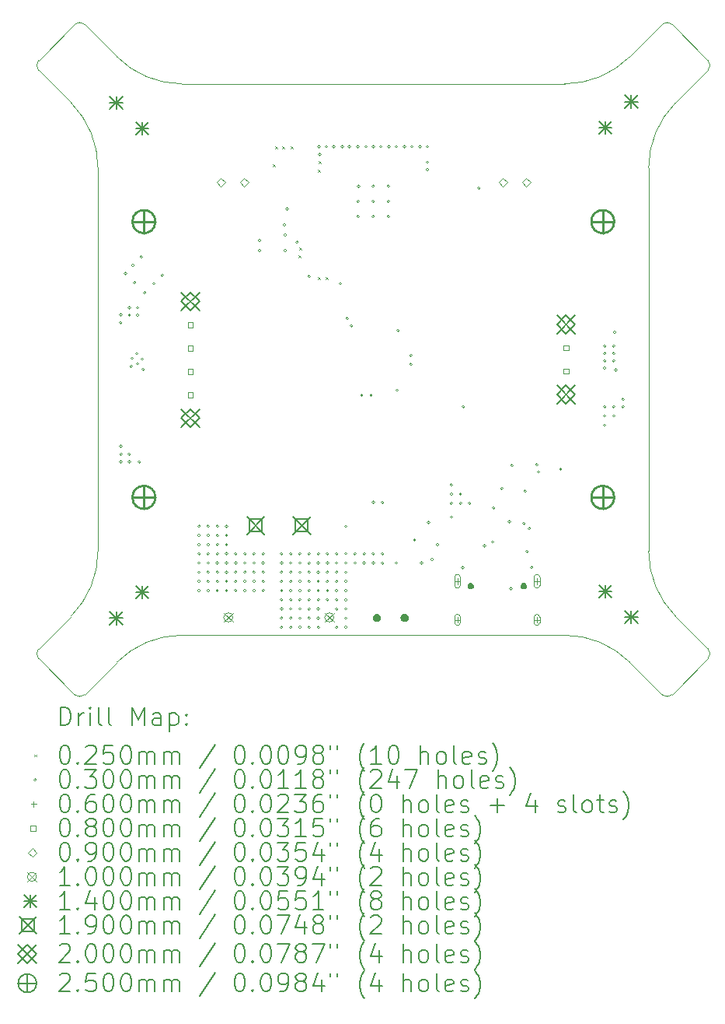
<source format=gbr>
%TF.GenerationSoftware,KiCad,Pcbnew,9.0.3*%
%TF.CreationDate,2026-01-20T11:30:40+07:00*%
%TF.ProjectId,Mini_drone_PCB,4d696e69-5f64-4726-9f6e-655f5043422e,rev?*%
%TF.SameCoordinates,Original*%
%TF.FileFunction,Drillmap*%
%TF.FilePolarity,Positive*%
%FSLAX45Y45*%
G04 Gerber Fmt 4.5, Leading zero omitted, Abs format (unit mm)*
G04 Created by KiCad (PCBNEW 9.0.3) date 2026-01-20 11:30:40*
%MOMM*%
%LPD*%
G01*
G04 APERTURE LIST*
%ADD10C,0.010000*%
%ADD11C,0.000000*%
%ADD12C,0.200000*%
%ADD13C,0.100000*%
%ADD14C,0.140000*%
%ADD15C,0.190000*%
%ADD16C,0.250000*%
G04 APERTURE END LIST*
D10*
X10353033Y-13238819D02*
G75*
G02*
X10353037Y-13132757I53037J53029D01*
G01*
X10353033Y-6838819D02*
G75*
G02*
X10353037Y-6732757I53037J53029D01*
G01*
X11914214Y-6985786D02*
G75*
G02*
X11207106Y-6692894I-4J999996D01*
G01*
X16792893Y-13278679D02*
X17146967Y-13632753D01*
X17146967Y-6338819D02*
G75*
G02*
X17253033Y-6338819I53033J-53033D01*
G01*
X17646967Y-6732753D02*
X17253033Y-6338819D01*
X17646967Y-6732753D02*
G75*
G02*
X17646971Y-6838823I-53037J-53037D01*
G01*
X17253033Y-13632753D02*
X17646967Y-13238819D01*
X11207107Y-6692893D02*
X10853033Y-6338819D01*
X10746967Y-6338819D02*
G75*
G02*
X10853033Y-6338819I53033J-53033D01*
G01*
X17000000Y-7900000D02*
G75*
G02*
X17292894Y-7192893I1000000J0D01*
G01*
X10746967Y-6338819D02*
X10353033Y-6732753D01*
X17292893Y-7192893D02*
X17646967Y-6838819D01*
X17146967Y-6338819D02*
X16792893Y-6692893D01*
X16792893Y-6692893D02*
G75*
G02*
X16085787Y-6985785I-707103J707103D01*
G01*
X10707107Y-7192893D02*
G75*
G02*
X11000000Y-7900000I-707107J-707107D01*
G01*
X17253033Y-13632753D02*
G75*
G02*
X17146967Y-13632753I-53033J53033D01*
G01*
X16085787Y-6985786D02*
X11914214Y-6985786D01*
X10353033Y-6838819D02*
X10707107Y-7192893D01*
X10853033Y-13632753D02*
X11207107Y-13278679D01*
X17646967Y-13132753D02*
G75*
G02*
X17646971Y-13238823I-53037J-53037D01*
G01*
X17000000Y-7900000D02*
X17000000Y-12071573D01*
X16085787Y-12985786D02*
G75*
G02*
X16792896Y-13278677I3J-1000004D01*
G01*
X17292893Y-12778679D02*
G75*
G02*
X16999998Y-12071573I707107J707110D01*
G01*
X11000000Y-12071573D02*
G75*
G02*
X10707106Y-12778678I-1000000J3D01*
G01*
X10353033Y-13238819D02*
X10746967Y-13632753D01*
X11000000Y-7900000D02*
X11000000Y-12071573D01*
X10707107Y-12778679D02*
X10353033Y-13132753D01*
X11207107Y-13278679D02*
G75*
G02*
X11914214Y-12985790I707103J-707111D01*
G01*
X11914214Y-12985786D02*
X16085787Y-12985786D01*
X10853033Y-13632753D02*
G75*
G02*
X10746967Y-13632753I-53033J53033D01*
G01*
X17646967Y-13132753D02*
X17292893Y-12778679D01*
D11*
G36*
X15074394Y-12418314D02*
G01*
X15082307Y-12422883D01*
X15088767Y-12429343D01*
X15093336Y-12437256D01*
X15095701Y-12446082D01*
X15095701Y-12455218D01*
X15093336Y-12464044D01*
X15088767Y-12471957D01*
X15082307Y-12478417D01*
X15074394Y-12482986D01*
X15065568Y-12485351D01*
X15056432Y-12485351D01*
X15047606Y-12482986D01*
X15039693Y-12478417D01*
X15033233Y-12471957D01*
X15028664Y-12464044D01*
X15026299Y-12455218D01*
X15026299Y-12446082D01*
X15028664Y-12437256D01*
X15033233Y-12429343D01*
X15039693Y-12422883D01*
X15047606Y-12418314D01*
X15056432Y-12415949D01*
X15065568Y-12415949D01*
X15074394Y-12418314D01*
G37*
G36*
X15652394Y-12418314D02*
G01*
X15660307Y-12422883D01*
X15666767Y-12429343D01*
X15671336Y-12437256D01*
X15673701Y-12446082D01*
X15673701Y-12455218D01*
X15671336Y-12464044D01*
X15666767Y-12471957D01*
X15660307Y-12478417D01*
X15652394Y-12482986D01*
X15643568Y-12485351D01*
X15634432Y-12485351D01*
X15625606Y-12482986D01*
X15617693Y-12478417D01*
X15611233Y-12471957D01*
X15606664Y-12464044D01*
X15604299Y-12455218D01*
X15604299Y-12446082D01*
X15606664Y-12437256D01*
X15611233Y-12429343D01*
X15617693Y-12422883D01*
X15625606Y-12418314D01*
X15634432Y-12415949D01*
X15643568Y-12415949D01*
X15652394Y-12418314D01*
G37*
G36*
X14057221Y-12753425D02*
G01*
X14067394Y-12759299D01*
X14075701Y-12767606D01*
X14081575Y-12777779D01*
X14084615Y-12789126D01*
X14084615Y-12800874D01*
X14081575Y-12812221D01*
X14075701Y-12822394D01*
X14067394Y-12830701D01*
X14057221Y-12836575D01*
X14045874Y-12839615D01*
X14034126Y-12839615D01*
X14022779Y-12836575D01*
X14012606Y-12830701D01*
X14004299Y-12822394D01*
X13998425Y-12812221D01*
X13995385Y-12800874D01*
X13995385Y-12789126D01*
X13998425Y-12777779D01*
X14004299Y-12767606D01*
X14012606Y-12759299D01*
X14022779Y-12753425D01*
X14034126Y-12750385D01*
X14045874Y-12750385D01*
X14057221Y-12753425D01*
G37*
G36*
X14357221Y-12753425D02*
G01*
X14367394Y-12759299D01*
X14375701Y-12767606D01*
X14381575Y-12777779D01*
X14384615Y-12789126D01*
X14384615Y-12800874D01*
X14381575Y-12812221D01*
X14375701Y-12822394D01*
X14367394Y-12830701D01*
X14357221Y-12836575D01*
X14345874Y-12839615D01*
X14334126Y-12839615D01*
X14322779Y-12836575D01*
X14312606Y-12830701D01*
X14304299Y-12822394D01*
X14298425Y-12812221D01*
X14295385Y-12800874D01*
X14295385Y-12789126D01*
X14298425Y-12777779D01*
X14304299Y-12767606D01*
X14312606Y-12759299D01*
X14322779Y-12753425D01*
X14334126Y-12750385D01*
X14345874Y-12750385D01*
X14357221Y-12753425D01*
G37*
D12*
D13*
X12907500Y-7862500D02*
X12932500Y-7887500D01*
X12932500Y-7862500D02*
X12907500Y-7887500D01*
X12927500Y-7667500D02*
X12952500Y-7692500D01*
X12952500Y-7667500D02*
X12927500Y-7692500D01*
X13007500Y-7667500D02*
X13032500Y-7692500D01*
X13032500Y-7667500D02*
X13007500Y-7692500D01*
X13102500Y-7662500D02*
X13127500Y-7687500D01*
X13127500Y-7662500D02*
X13102500Y-7687500D01*
X13182600Y-8847500D02*
X13207600Y-8872500D01*
X13207600Y-8847500D02*
X13182600Y-8872500D01*
X13193057Y-8769725D02*
X13218057Y-8794725D01*
X13218057Y-8769725D02*
X13193057Y-8794725D01*
X13392500Y-9087500D02*
X13417500Y-9112500D01*
X13417500Y-9087500D02*
X13392500Y-9112500D01*
X13397500Y-7917500D02*
X13422500Y-7942500D01*
X13422500Y-7917500D02*
X13397500Y-7942500D01*
X13402500Y-7827500D02*
X13427500Y-7852500D01*
X13427500Y-7827500D02*
X13402500Y-7852500D01*
X13477500Y-9087500D02*
X13502500Y-9112500D01*
X13502500Y-9087500D02*
X13477500Y-9112500D01*
X11260876Y-9584421D02*
G75*
G02*
X11230876Y-9584421I-15000J0D01*
G01*
X11230876Y-9584421D02*
G75*
G02*
X11260876Y-9584421I15000J0D01*
G01*
X11263279Y-10929437D02*
G75*
G02*
X11233279Y-10929437I-15000J0D01*
G01*
X11233279Y-10929437D02*
G75*
G02*
X11263279Y-10929437I15000J0D01*
G01*
X11265000Y-9500000D02*
G75*
G02*
X11235000Y-9500000I-15000J0D01*
G01*
X11235000Y-9500000D02*
G75*
G02*
X11265000Y-9500000I15000J0D01*
G01*
X11265000Y-11017784D02*
G75*
G02*
X11235000Y-11017784I-15000J0D01*
G01*
X11235000Y-11017784D02*
G75*
G02*
X11265000Y-11017784I15000J0D01*
G01*
X11265000Y-11100000D02*
G75*
G02*
X11235000Y-11100000I-15000J0D01*
G01*
X11235000Y-11100000D02*
G75*
G02*
X11265000Y-11100000I15000J0D01*
G01*
X11315000Y-9050000D02*
G75*
G02*
X11285000Y-9050000I-15000J0D01*
G01*
X11285000Y-9050000D02*
G75*
G02*
X11315000Y-9050000I15000J0D01*
G01*
X11355445Y-11015579D02*
G75*
G02*
X11325445Y-11015579I-15000J0D01*
G01*
X11325445Y-11015579D02*
G75*
G02*
X11355445Y-11015579I15000J0D01*
G01*
X11356395Y-9502671D02*
G75*
G02*
X11326395Y-9502671I-15000J0D01*
G01*
X11326395Y-9502671D02*
G75*
G02*
X11356395Y-9502671I15000J0D01*
G01*
X11357166Y-11098189D02*
G75*
G02*
X11327166Y-11098189I-15000J0D01*
G01*
X11327166Y-11098189D02*
G75*
G02*
X11357166Y-11098189I15000J0D01*
G01*
X11357255Y-9420921D02*
G75*
G02*
X11327255Y-9420921I-15000J0D01*
G01*
X11327255Y-9420921D02*
G75*
G02*
X11357255Y-9420921I15000J0D01*
G01*
X11375000Y-10060000D02*
G75*
G02*
X11345000Y-10060000I-15000J0D01*
G01*
X11345000Y-10060000D02*
G75*
G02*
X11375000Y-10060000I15000J0D01*
G01*
X11386423Y-9972553D02*
G75*
G02*
X11356423Y-9972553I-15000J0D01*
G01*
X11356423Y-9972553D02*
G75*
G02*
X11386423Y-9972553I15000J0D01*
G01*
X11395000Y-8960000D02*
G75*
G02*
X11365000Y-8960000I-15000J0D01*
G01*
X11365000Y-8960000D02*
G75*
G02*
X11395000Y-8960000I15000J0D01*
G01*
X11415000Y-9150000D02*
G75*
G02*
X11385000Y-9150000I-15000J0D01*
G01*
X11385000Y-9150000D02*
G75*
G02*
X11415000Y-9150000I15000J0D01*
G01*
X11436423Y-9922553D02*
G75*
G02*
X11406423Y-9922553I-15000J0D01*
G01*
X11406423Y-9922553D02*
G75*
G02*
X11436423Y-9922553I15000J0D01*
G01*
X11445029Y-9421782D02*
G75*
G02*
X11415029Y-9421782I-15000J0D01*
G01*
X11415029Y-9421782D02*
G75*
G02*
X11445029Y-9421782I15000J0D01*
G01*
X11445889Y-9505253D02*
G75*
G02*
X11415889Y-9505253I-15000J0D01*
G01*
X11415889Y-9505253D02*
G75*
G02*
X11445889Y-9505253I15000J0D01*
G01*
X11446660Y-10032790D02*
G75*
G02*
X11416660Y-10032790I-15000J0D01*
G01*
X11416660Y-10032790D02*
G75*
G02*
X11446660Y-10032790I15000J0D01*
G01*
X11465000Y-11100000D02*
G75*
G02*
X11435000Y-11100000I-15000J0D01*
G01*
X11435000Y-11100000D02*
G75*
G02*
X11465000Y-11100000I15000J0D01*
G01*
X11485000Y-8870000D02*
G75*
G02*
X11455000Y-8870000I-15000J0D01*
G01*
X11455000Y-8870000D02*
G75*
G02*
X11485000Y-8870000I15000J0D01*
G01*
X11496660Y-9982790D02*
G75*
G02*
X11466660Y-9982790I-15000J0D01*
G01*
X11466660Y-9982790D02*
G75*
G02*
X11496660Y-9982790I15000J0D01*
G01*
X11506986Y-10092076D02*
G75*
G02*
X11476986Y-10092076I-15000J0D01*
G01*
X11476986Y-10092076D02*
G75*
G02*
X11506986Y-10092076I15000J0D01*
G01*
X11525000Y-9260000D02*
G75*
G02*
X11495000Y-9260000I-15000J0D01*
G01*
X11495000Y-9260000D02*
G75*
G02*
X11525000Y-9260000I15000J0D01*
G01*
X11625000Y-9160000D02*
G75*
G02*
X11595000Y-9160000I-15000J0D01*
G01*
X11595000Y-9160000D02*
G75*
G02*
X11625000Y-9160000I15000J0D01*
G01*
X11715000Y-9070000D02*
G75*
G02*
X11685000Y-9070000I-15000J0D01*
G01*
X11685000Y-9070000D02*
G75*
G02*
X11715000Y-9070000I15000J0D01*
G01*
X12115000Y-11800000D02*
G75*
G02*
X12085000Y-11800000I-15000J0D01*
G01*
X12085000Y-11800000D02*
G75*
G02*
X12115000Y-11800000I15000J0D01*
G01*
X12115000Y-11900000D02*
G75*
G02*
X12085000Y-11900000I-15000J0D01*
G01*
X12085000Y-11900000D02*
G75*
G02*
X12115000Y-11900000I15000J0D01*
G01*
X12115000Y-12000000D02*
G75*
G02*
X12085000Y-12000000I-15000J0D01*
G01*
X12085000Y-12000000D02*
G75*
G02*
X12115000Y-12000000I15000J0D01*
G01*
X12115000Y-12100000D02*
G75*
G02*
X12085000Y-12100000I-15000J0D01*
G01*
X12085000Y-12100000D02*
G75*
G02*
X12115000Y-12100000I15000J0D01*
G01*
X12115000Y-12200000D02*
G75*
G02*
X12085000Y-12200000I-15000J0D01*
G01*
X12085000Y-12200000D02*
G75*
G02*
X12115000Y-12200000I15000J0D01*
G01*
X12115000Y-12300000D02*
G75*
G02*
X12085000Y-12300000I-15000J0D01*
G01*
X12085000Y-12300000D02*
G75*
G02*
X12115000Y-12300000I15000J0D01*
G01*
X12115000Y-12400000D02*
G75*
G02*
X12085000Y-12400000I-15000J0D01*
G01*
X12085000Y-12400000D02*
G75*
G02*
X12115000Y-12400000I15000J0D01*
G01*
X12115000Y-12500000D02*
G75*
G02*
X12085000Y-12500000I-15000J0D01*
G01*
X12085000Y-12500000D02*
G75*
G02*
X12115000Y-12500000I15000J0D01*
G01*
X12215000Y-11800000D02*
G75*
G02*
X12185000Y-11800000I-15000J0D01*
G01*
X12185000Y-11800000D02*
G75*
G02*
X12215000Y-11800000I15000J0D01*
G01*
X12215000Y-11900000D02*
G75*
G02*
X12185000Y-11900000I-15000J0D01*
G01*
X12185000Y-11900000D02*
G75*
G02*
X12215000Y-11900000I15000J0D01*
G01*
X12215000Y-12000000D02*
G75*
G02*
X12185000Y-12000000I-15000J0D01*
G01*
X12185000Y-12000000D02*
G75*
G02*
X12215000Y-12000000I15000J0D01*
G01*
X12215000Y-12100000D02*
G75*
G02*
X12185000Y-12100000I-15000J0D01*
G01*
X12185000Y-12100000D02*
G75*
G02*
X12215000Y-12100000I15000J0D01*
G01*
X12215000Y-12200000D02*
G75*
G02*
X12185000Y-12200000I-15000J0D01*
G01*
X12185000Y-12200000D02*
G75*
G02*
X12215000Y-12200000I15000J0D01*
G01*
X12215000Y-12300000D02*
G75*
G02*
X12185000Y-12300000I-15000J0D01*
G01*
X12185000Y-12300000D02*
G75*
G02*
X12215000Y-12300000I15000J0D01*
G01*
X12215000Y-12400000D02*
G75*
G02*
X12185000Y-12400000I-15000J0D01*
G01*
X12185000Y-12400000D02*
G75*
G02*
X12215000Y-12400000I15000J0D01*
G01*
X12215000Y-12500000D02*
G75*
G02*
X12185000Y-12500000I-15000J0D01*
G01*
X12185000Y-12500000D02*
G75*
G02*
X12215000Y-12500000I15000J0D01*
G01*
X12315000Y-11800000D02*
G75*
G02*
X12285000Y-11800000I-15000J0D01*
G01*
X12285000Y-11800000D02*
G75*
G02*
X12315000Y-11800000I15000J0D01*
G01*
X12315000Y-11900000D02*
G75*
G02*
X12285000Y-11900000I-15000J0D01*
G01*
X12285000Y-11900000D02*
G75*
G02*
X12315000Y-11900000I15000J0D01*
G01*
X12315000Y-12000000D02*
G75*
G02*
X12285000Y-12000000I-15000J0D01*
G01*
X12285000Y-12000000D02*
G75*
G02*
X12315000Y-12000000I15000J0D01*
G01*
X12315000Y-12100000D02*
G75*
G02*
X12285000Y-12100000I-15000J0D01*
G01*
X12285000Y-12100000D02*
G75*
G02*
X12315000Y-12100000I15000J0D01*
G01*
X12315000Y-12200000D02*
G75*
G02*
X12285000Y-12200000I-15000J0D01*
G01*
X12285000Y-12200000D02*
G75*
G02*
X12315000Y-12200000I15000J0D01*
G01*
X12315000Y-12300000D02*
G75*
G02*
X12285000Y-12300000I-15000J0D01*
G01*
X12285000Y-12300000D02*
G75*
G02*
X12315000Y-12300000I15000J0D01*
G01*
X12315000Y-12400000D02*
G75*
G02*
X12285000Y-12400000I-15000J0D01*
G01*
X12285000Y-12400000D02*
G75*
G02*
X12315000Y-12400000I15000J0D01*
G01*
X12315000Y-12500000D02*
G75*
G02*
X12285000Y-12500000I-15000J0D01*
G01*
X12285000Y-12500000D02*
G75*
G02*
X12315000Y-12500000I15000J0D01*
G01*
X12415000Y-11800000D02*
G75*
G02*
X12385000Y-11800000I-15000J0D01*
G01*
X12385000Y-11800000D02*
G75*
G02*
X12415000Y-11800000I15000J0D01*
G01*
X12415000Y-11900000D02*
G75*
G02*
X12385000Y-11900000I-15000J0D01*
G01*
X12385000Y-11900000D02*
G75*
G02*
X12415000Y-11900000I15000J0D01*
G01*
X12415000Y-12000000D02*
G75*
G02*
X12385000Y-12000000I-15000J0D01*
G01*
X12385000Y-12000000D02*
G75*
G02*
X12415000Y-12000000I15000J0D01*
G01*
X12415000Y-12100000D02*
G75*
G02*
X12385000Y-12100000I-15000J0D01*
G01*
X12385000Y-12100000D02*
G75*
G02*
X12415000Y-12100000I15000J0D01*
G01*
X12415000Y-12200000D02*
G75*
G02*
X12385000Y-12200000I-15000J0D01*
G01*
X12385000Y-12200000D02*
G75*
G02*
X12415000Y-12200000I15000J0D01*
G01*
X12415000Y-12300000D02*
G75*
G02*
X12385000Y-12300000I-15000J0D01*
G01*
X12385000Y-12300000D02*
G75*
G02*
X12415000Y-12300000I15000J0D01*
G01*
X12415000Y-12400000D02*
G75*
G02*
X12385000Y-12400000I-15000J0D01*
G01*
X12385000Y-12400000D02*
G75*
G02*
X12415000Y-12400000I15000J0D01*
G01*
X12415000Y-12500000D02*
G75*
G02*
X12385000Y-12500000I-15000J0D01*
G01*
X12385000Y-12500000D02*
G75*
G02*
X12415000Y-12500000I15000J0D01*
G01*
X12515000Y-12100000D02*
G75*
G02*
X12485000Y-12100000I-15000J0D01*
G01*
X12485000Y-12100000D02*
G75*
G02*
X12515000Y-12100000I15000J0D01*
G01*
X12515000Y-12200000D02*
G75*
G02*
X12485000Y-12200000I-15000J0D01*
G01*
X12485000Y-12200000D02*
G75*
G02*
X12515000Y-12200000I15000J0D01*
G01*
X12515000Y-12300000D02*
G75*
G02*
X12485000Y-12300000I-15000J0D01*
G01*
X12485000Y-12300000D02*
G75*
G02*
X12515000Y-12300000I15000J0D01*
G01*
X12515000Y-12400000D02*
G75*
G02*
X12485000Y-12400000I-15000J0D01*
G01*
X12485000Y-12400000D02*
G75*
G02*
X12515000Y-12400000I15000J0D01*
G01*
X12515000Y-12500000D02*
G75*
G02*
X12485000Y-12500000I-15000J0D01*
G01*
X12485000Y-12500000D02*
G75*
G02*
X12515000Y-12500000I15000J0D01*
G01*
X12615000Y-12100000D02*
G75*
G02*
X12585000Y-12100000I-15000J0D01*
G01*
X12585000Y-12100000D02*
G75*
G02*
X12615000Y-12100000I15000J0D01*
G01*
X12615000Y-12200000D02*
G75*
G02*
X12585000Y-12200000I-15000J0D01*
G01*
X12585000Y-12200000D02*
G75*
G02*
X12615000Y-12200000I15000J0D01*
G01*
X12615000Y-12300000D02*
G75*
G02*
X12585000Y-12300000I-15000J0D01*
G01*
X12585000Y-12300000D02*
G75*
G02*
X12615000Y-12300000I15000J0D01*
G01*
X12615000Y-12400000D02*
G75*
G02*
X12585000Y-12400000I-15000J0D01*
G01*
X12585000Y-12400000D02*
G75*
G02*
X12615000Y-12400000I15000J0D01*
G01*
X12615000Y-12500000D02*
G75*
G02*
X12585000Y-12500000I-15000J0D01*
G01*
X12585000Y-12500000D02*
G75*
G02*
X12615000Y-12500000I15000J0D01*
G01*
X12715000Y-12100000D02*
G75*
G02*
X12685000Y-12100000I-15000J0D01*
G01*
X12685000Y-12100000D02*
G75*
G02*
X12715000Y-12100000I15000J0D01*
G01*
X12715000Y-12200000D02*
G75*
G02*
X12685000Y-12200000I-15000J0D01*
G01*
X12685000Y-12200000D02*
G75*
G02*
X12715000Y-12200000I15000J0D01*
G01*
X12715000Y-12300000D02*
G75*
G02*
X12685000Y-12300000I-15000J0D01*
G01*
X12685000Y-12300000D02*
G75*
G02*
X12715000Y-12300000I15000J0D01*
G01*
X12715000Y-12400000D02*
G75*
G02*
X12685000Y-12400000I-15000J0D01*
G01*
X12685000Y-12400000D02*
G75*
G02*
X12715000Y-12400000I15000J0D01*
G01*
X12715000Y-12500000D02*
G75*
G02*
X12685000Y-12500000I-15000J0D01*
G01*
X12685000Y-12500000D02*
G75*
G02*
X12715000Y-12500000I15000J0D01*
G01*
X12775000Y-8690000D02*
G75*
G02*
X12745000Y-8690000I-15000J0D01*
G01*
X12745000Y-8690000D02*
G75*
G02*
X12775000Y-8690000I15000J0D01*
G01*
X12775000Y-8800000D02*
G75*
G02*
X12745000Y-8800000I-15000J0D01*
G01*
X12745000Y-8800000D02*
G75*
G02*
X12775000Y-8800000I15000J0D01*
G01*
X12815000Y-12100000D02*
G75*
G02*
X12785000Y-12100000I-15000J0D01*
G01*
X12785000Y-12100000D02*
G75*
G02*
X12815000Y-12100000I15000J0D01*
G01*
X12815000Y-12200000D02*
G75*
G02*
X12785000Y-12200000I-15000J0D01*
G01*
X12785000Y-12200000D02*
G75*
G02*
X12815000Y-12200000I15000J0D01*
G01*
X12815000Y-12300000D02*
G75*
G02*
X12785000Y-12300000I-15000J0D01*
G01*
X12785000Y-12300000D02*
G75*
G02*
X12815000Y-12300000I15000J0D01*
G01*
X12815000Y-12400000D02*
G75*
G02*
X12785000Y-12400000I-15000J0D01*
G01*
X12785000Y-12400000D02*
G75*
G02*
X12815000Y-12400000I15000J0D01*
G01*
X12815000Y-12500000D02*
G75*
G02*
X12785000Y-12500000I-15000J0D01*
G01*
X12785000Y-12500000D02*
G75*
G02*
X12815000Y-12500000I15000J0D01*
G01*
X13015000Y-12100000D02*
G75*
G02*
X12985000Y-12100000I-15000J0D01*
G01*
X12985000Y-12100000D02*
G75*
G02*
X13015000Y-12100000I15000J0D01*
G01*
X13015000Y-12200000D02*
G75*
G02*
X12985000Y-12200000I-15000J0D01*
G01*
X12985000Y-12200000D02*
G75*
G02*
X13015000Y-12200000I15000J0D01*
G01*
X13015000Y-12300000D02*
G75*
G02*
X12985000Y-12300000I-15000J0D01*
G01*
X12985000Y-12300000D02*
G75*
G02*
X13015000Y-12300000I15000J0D01*
G01*
X13015000Y-12400000D02*
G75*
G02*
X12985000Y-12400000I-15000J0D01*
G01*
X12985000Y-12400000D02*
G75*
G02*
X13015000Y-12400000I15000J0D01*
G01*
X13015000Y-12500000D02*
G75*
G02*
X12985000Y-12500000I-15000J0D01*
G01*
X12985000Y-12500000D02*
G75*
G02*
X13015000Y-12500000I15000J0D01*
G01*
X13015000Y-12600000D02*
G75*
G02*
X12985000Y-12600000I-15000J0D01*
G01*
X12985000Y-12600000D02*
G75*
G02*
X13015000Y-12600000I15000J0D01*
G01*
X13015000Y-12700000D02*
G75*
G02*
X12985000Y-12700000I-15000J0D01*
G01*
X12985000Y-12700000D02*
G75*
G02*
X13015000Y-12700000I15000J0D01*
G01*
X13015000Y-12800000D02*
G75*
G02*
X12985000Y-12800000I-15000J0D01*
G01*
X12985000Y-12800000D02*
G75*
G02*
X13015000Y-12800000I15000J0D01*
G01*
X13015000Y-12900000D02*
G75*
G02*
X12985000Y-12900000I-15000J0D01*
G01*
X12985000Y-12900000D02*
G75*
G02*
X13015000Y-12900000I15000J0D01*
G01*
X13045000Y-8520000D02*
G75*
G02*
X13015000Y-8520000I-15000J0D01*
G01*
X13015000Y-8520000D02*
G75*
G02*
X13045000Y-8520000I15000J0D01*
G01*
X13055000Y-8630000D02*
G75*
G02*
X13025000Y-8630000I-15000J0D01*
G01*
X13025000Y-8630000D02*
G75*
G02*
X13055000Y-8630000I15000J0D01*
G01*
X13055000Y-8800000D02*
G75*
G02*
X13025000Y-8800000I-15000J0D01*
G01*
X13025000Y-8800000D02*
G75*
G02*
X13055000Y-8800000I15000J0D01*
G01*
X13077500Y-8347500D02*
G75*
G02*
X13047500Y-8347500I-15000J0D01*
G01*
X13047500Y-8347500D02*
G75*
G02*
X13077500Y-8347500I15000J0D01*
G01*
X13115000Y-12100000D02*
G75*
G02*
X13085000Y-12100000I-15000J0D01*
G01*
X13085000Y-12100000D02*
G75*
G02*
X13115000Y-12100000I15000J0D01*
G01*
X13115000Y-12200000D02*
G75*
G02*
X13085000Y-12200000I-15000J0D01*
G01*
X13085000Y-12200000D02*
G75*
G02*
X13115000Y-12200000I15000J0D01*
G01*
X13115000Y-12300000D02*
G75*
G02*
X13085000Y-12300000I-15000J0D01*
G01*
X13085000Y-12300000D02*
G75*
G02*
X13115000Y-12300000I15000J0D01*
G01*
X13115000Y-12400000D02*
G75*
G02*
X13085000Y-12400000I-15000J0D01*
G01*
X13085000Y-12400000D02*
G75*
G02*
X13115000Y-12400000I15000J0D01*
G01*
X13115000Y-12500000D02*
G75*
G02*
X13085000Y-12500000I-15000J0D01*
G01*
X13085000Y-12500000D02*
G75*
G02*
X13115000Y-12500000I15000J0D01*
G01*
X13115000Y-12600000D02*
G75*
G02*
X13085000Y-12600000I-15000J0D01*
G01*
X13085000Y-12600000D02*
G75*
G02*
X13115000Y-12600000I15000J0D01*
G01*
X13115000Y-12700000D02*
G75*
G02*
X13085000Y-12700000I-15000J0D01*
G01*
X13085000Y-12700000D02*
G75*
G02*
X13115000Y-12700000I15000J0D01*
G01*
X13115000Y-12800000D02*
G75*
G02*
X13085000Y-12800000I-15000J0D01*
G01*
X13085000Y-12800000D02*
G75*
G02*
X13115000Y-12800000I15000J0D01*
G01*
X13115000Y-12900000D02*
G75*
G02*
X13085000Y-12900000I-15000J0D01*
G01*
X13085000Y-12900000D02*
G75*
G02*
X13115000Y-12900000I15000J0D01*
G01*
X13185000Y-8710000D02*
G75*
G02*
X13155000Y-8710000I-15000J0D01*
G01*
X13155000Y-8710000D02*
G75*
G02*
X13185000Y-8710000I15000J0D01*
G01*
X13215000Y-12100000D02*
G75*
G02*
X13185000Y-12100000I-15000J0D01*
G01*
X13185000Y-12100000D02*
G75*
G02*
X13215000Y-12100000I15000J0D01*
G01*
X13215000Y-12200000D02*
G75*
G02*
X13185000Y-12200000I-15000J0D01*
G01*
X13185000Y-12200000D02*
G75*
G02*
X13215000Y-12200000I15000J0D01*
G01*
X13215000Y-12300000D02*
G75*
G02*
X13185000Y-12300000I-15000J0D01*
G01*
X13185000Y-12300000D02*
G75*
G02*
X13215000Y-12300000I15000J0D01*
G01*
X13215000Y-12400000D02*
G75*
G02*
X13185000Y-12400000I-15000J0D01*
G01*
X13185000Y-12400000D02*
G75*
G02*
X13215000Y-12400000I15000J0D01*
G01*
X13215000Y-12500000D02*
G75*
G02*
X13185000Y-12500000I-15000J0D01*
G01*
X13185000Y-12500000D02*
G75*
G02*
X13215000Y-12500000I15000J0D01*
G01*
X13215000Y-12600000D02*
G75*
G02*
X13185000Y-12600000I-15000J0D01*
G01*
X13185000Y-12600000D02*
G75*
G02*
X13215000Y-12600000I15000J0D01*
G01*
X13215000Y-12700000D02*
G75*
G02*
X13185000Y-12700000I-15000J0D01*
G01*
X13185000Y-12700000D02*
G75*
G02*
X13215000Y-12700000I15000J0D01*
G01*
X13215000Y-12800000D02*
G75*
G02*
X13185000Y-12800000I-15000J0D01*
G01*
X13185000Y-12800000D02*
G75*
G02*
X13215000Y-12800000I15000J0D01*
G01*
X13215000Y-12900000D02*
G75*
G02*
X13185000Y-12900000I-15000J0D01*
G01*
X13185000Y-12900000D02*
G75*
G02*
X13215000Y-12900000I15000J0D01*
G01*
X13315000Y-9080000D02*
G75*
G02*
X13285000Y-9080000I-15000J0D01*
G01*
X13285000Y-9080000D02*
G75*
G02*
X13315000Y-9080000I15000J0D01*
G01*
X13315000Y-12100000D02*
G75*
G02*
X13285000Y-12100000I-15000J0D01*
G01*
X13285000Y-12100000D02*
G75*
G02*
X13315000Y-12100000I15000J0D01*
G01*
X13315000Y-12200000D02*
G75*
G02*
X13285000Y-12200000I-15000J0D01*
G01*
X13285000Y-12200000D02*
G75*
G02*
X13315000Y-12200000I15000J0D01*
G01*
X13315000Y-12300000D02*
G75*
G02*
X13285000Y-12300000I-15000J0D01*
G01*
X13285000Y-12300000D02*
G75*
G02*
X13315000Y-12300000I15000J0D01*
G01*
X13315000Y-12400000D02*
G75*
G02*
X13285000Y-12400000I-15000J0D01*
G01*
X13285000Y-12400000D02*
G75*
G02*
X13315000Y-12400000I15000J0D01*
G01*
X13315000Y-12500000D02*
G75*
G02*
X13285000Y-12500000I-15000J0D01*
G01*
X13285000Y-12500000D02*
G75*
G02*
X13315000Y-12500000I15000J0D01*
G01*
X13315000Y-12600000D02*
G75*
G02*
X13285000Y-12600000I-15000J0D01*
G01*
X13285000Y-12600000D02*
G75*
G02*
X13315000Y-12600000I15000J0D01*
G01*
X13315000Y-12700000D02*
G75*
G02*
X13285000Y-12700000I-15000J0D01*
G01*
X13285000Y-12700000D02*
G75*
G02*
X13315000Y-12700000I15000J0D01*
G01*
X13315000Y-12800000D02*
G75*
G02*
X13285000Y-12800000I-15000J0D01*
G01*
X13285000Y-12800000D02*
G75*
G02*
X13315000Y-12800000I15000J0D01*
G01*
X13315000Y-12900000D02*
G75*
G02*
X13285000Y-12900000I-15000J0D01*
G01*
X13285000Y-12900000D02*
G75*
G02*
X13315000Y-12900000I15000J0D01*
G01*
X13415000Y-12100000D02*
G75*
G02*
X13385000Y-12100000I-15000J0D01*
G01*
X13385000Y-12100000D02*
G75*
G02*
X13415000Y-12100000I15000J0D01*
G01*
X13415000Y-12200000D02*
G75*
G02*
X13385000Y-12200000I-15000J0D01*
G01*
X13385000Y-12200000D02*
G75*
G02*
X13415000Y-12200000I15000J0D01*
G01*
X13415000Y-12300000D02*
G75*
G02*
X13385000Y-12300000I-15000J0D01*
G01*
X13385000Y-12300000D02*
G75*
G02*
X13415000Y-12300000I15000J0D01*
G01*
X13415000Y-12400000D02*
G75*
G02*
X13385000Y-12400000I-15000J0D01*
G01*
X13385000Y-12400000D02*
G75*
G02*
X13415000Y-12400000I15000J0D01*
G01*
X13415000Y-12500000D02*
G75*
G02*
X13385000Y-12500000I-15000J0D01*
G01*
X13385000Y-12500000D02*
G75*
G02*
X13415000Y-12500000I15000J0D01*
G01*
X13415000Y-12600000D02*
G75*
G02*
X13385000Y-12600000I-15000J0D01*
G01*
X13385000Y-12600000D02*
G75*
G02*
X13415000Y-12600000I15000J0D01*
G01*
X13415000Y-12700000D02*
G75*
G02*
X13385000Y-12700000I-15000J0D01*
G01*
X13385000Y-12700000D02*
G75*
G02*
X13415000Y-12700000I15000J0D01*
G01*
X13415000Y-12800000D02*
G75*
G02*
X13385000Y-12800000I-15000J0D01*
G01*
X13385000Y-12800000D02*
G75*
G02*
X13415000Y-12800000I15000J0D01*
G01*
X13415000Y-12900000D02*
G75*
G02*
X13385000Y-12900000I-15000J0D01*
G01*
X13385000Y-12900000D02*
G75*
G02*
X13415000Y-12900000I15000J0D01*
G01*
X13425000Y-7670000D02*
G75*
G02*
X13395000Y-7670000I-15000J0D01*
G01*
X13395000Y-7670000D02*
G75*
G02*
X13425000Y-7670000I15000J0D01*
G01*
X13430000Y-7755000D02*
G75*
G02*
X13400000Y-7755000I-15000J0D01*
G01*
X13400000Y-7755000D02*
G75*
G02*
X13430000Y-7755000I15000J0D01*
G01*
X13505000Y-7670000D02*
G75*
G02*
X13475000Y-7670000I-15000J0D01*
G01*
X13475000Y-7670000D02*
G75*
G02*
X13505000Y-7670000I15000J0D01*
G01*
X13515000Y-12100000D02*
G75*
G02*
X13485000Y-12100000I-15000J0D01*
G01*
X13485000Y-12100000D02*
G75*
G02*
X13515000Y-12100000I15000J0D01*
G01*
X13515000Y-12200000D02*
G75*
G02*
X13485000Y-12200000I-15000J0D01*
G01*
X13485000Y-12200000D02*
G75*
G02*
X13515000Y-12200000I15000J0D01*
G01*
X13515000Y-12300000D02*
G75*
G02*
X13485000Y-12300000I-15000J0D01*
G01*
X13485000Y-12300000D02*
G75*
G02*
X13515000Y-12300000I15000J0D01*
G01*
X13515000Y-12400000D02*
G75*
G02*
X13485000Y-12400000I-15000J0D01*
G01*
X13485000Y-12400000D02*
G75*
G02*
X13515000Y-12400000I15000J0D01*
G01*
X13515000Y-12500000D02*
G75*
G02*
X13485000Y-12500000I-15000J0D01*
G01*
X13485000Y-12500000D02*
G75*
G02*
X13515000Y-12500000I15000J0D01*
G01*
X13515000Y-12600000D02*
G75*
G02*
X13485000Y-12600000I-15000J0D01*
G01*
X13485000Y-12600000D02*
G75*
G02*
X13515000Y-12600000I15000J0D01*
G01*
X13585000Y-7670000D02*
G75*
G02*
X13555000Y-7670000I-15000J0D01*
G01*
X13555000Y-7670000D02*
G75*
G02*
X13585000Y-7670000I15000J0D01*
G01*
X13615000Y-12100000D02*
G75*
G02*
X13585000Y-12100000I-15000J0D01*
G01*
X13585000Y-12100000D02*
G75*
G02*
X13615000Y-12100000I15000J0D01*
G01*
X13615000Y-12200000D02*
G75*
G02*
X13585000Y-12200000I-15000J0D01*
G01*
X13585000Y-12200000D02*
G75*
G02*
X13615000Y-12200000I15000J0D01*
G01*
X13615000Y-12300000D02*
G75*
G02*
X13585000Y-12300000I-15000J0D01*
G01*
X13585000Y-12300000D02*
G75*
G02*
X13615000Y-12300000I15000J0D01*
G01*
X13615000Y-12400000D02*
G75*
G02*
X13585000Y-12400000I-15000J0D01*
G01*
X13585000Y-12400000D02*
G75*
G02*
X13615000Y-12400000I15000J0D01*
G01*
X13615000Y-12500000D02*
G75*
G02*
X13585000Y-12500000I-15000J0D01*
G01*
X13585000Y-12500000D02*
G75*
G02*
X13615000Y-12500000I15000J0D01*
G01*
X13615000Y-12600000D02*
G75*
G02*
X13585000Y-12600000I-15000J0D01*
G01*
X13585000Y-12600000D02*
G75*
G02*
X13615000Y-12600000I15000J0D01*
G01*
X13615000Y-12700000D02*
G75*
G02*
X13585000Y-12700000I-15000J0D01*
G01*
X13585000Y-12700000D02*
G75*
G02*
X13615000Y-12700000I15000J0D01*
G01*
X13615000Y-12900000D02*
G75*
G02*
X13585000Y-12900000I-15000J0D01*
G01*
X13585000Y-12900000D02*
G75*
G02*
X13615000Y-12900000I15000J0D01*
G01*
X13655000Y-9160000D02*
G75*
G02*
X13625000Y-9160000I-15000J0D01*
G01*
X13625000Y-9160000D02*
G75*
G02*
X13655000Y-9160000I15000J0D01*
G01*
X13675000Y-7670000D02*
G75*
G02*
X13645000Y-7670000I-15000J0D01*
G01*
X13645000Y-7670000D02*
G75*
G02*
X13675000Y-7670000I15000J0D01*
G01*
X13715000Y-11800000D02*
G75*
G02*
X13685000Y-11800000I-15000J0D01*
G01*
X13685000Y-11800000D02*
G75*
G02*
X13715000Y-11800000I15000J0D01*
G01*
X13715000Y-12100000D02*
G75*
G02*
X13685000Y-12100000I-15000J0D01*
G01*
X13685000Y-12100000D02*
G75*
G02*
X13715000Y-12100000I15000J0D01*
G01*
X13715000Y-12200000D02*
G75*
G02*
X13685000Y-12200000I-15000J0D01*
G01*
X13685000Y-12200000D02*
G75*
G02*
X13715000Y-12200000I15000J0D01*
G01*
X13715000Y-12300000D02*
G75*
G02*
X13685000Y-12300000I-15000J0D01*
G01*
X13685000Y-12300000D02*
G75*
G02*
X13715000Y-12300000I15000J0D01*
G01*
X13715000Y-12400000D02*
G75*
G02*
X13685000Y-12400000I-15000J0D01*
G01*
X13685000Y-12400000D02*
G75*
G02*
X13715000Y-12400000I15000J0D01*
G01*
X13715000Y-12500000D02*
G75*
G02*
X13685000Y-12500000I-15000J0D01*
G01*
X13685000Y-12500000D02*
G75*
G02*
X13715000Y-12500000I15000J0D01*
G01*
X13715000Y-12600000D02*
G75*
G02*
X13685000Y-12600000I-15000J0D01*
G01*
X13685000Y-12600000D02*
G75*
G02*
X13715000Y-12600000I15000J0D01*
G01*
X13715000Y-12700000D02*
G75*
G02*
X13685000Y-12700000I-15000J0D01*
G01*
X13685000Y-12700000D02*
G75*
G02*
X13715000Y-12700000I15000J0D01*
G01*
X13715000Y-12800000D02*
G75*
G02*
X13685000Y-12800000I-15000J0D01*
G01*
X13685000Y-12800000D02*
G75*
G02*
X13715000Y-12800000I15000J0D01*
G01*
X13715000Y-12900000D02*
G75*
G02*
X13685000Y-12900000I-15000J0D01*
G01*
X13685000Y-12900000D02*
G75*
G02*
X13715000Y-12900000I15000J0D01*
G01*
X13730624Y-9540000D02*
G75*
G02*
X13700624Y-9540000I-15000J0D01*
G01*
X13700624Y-9540000D02*
G75*
G02*
X13730624Y-9540000I15000J0D01*
G01*
X13755000Y-7670000D02*
G75*
G02*
X13725000Y-7670000I-15000J0D01*
G01*
X13725000Y-7670000D02*
G75*
G02*
X13755000Y-7670000I15000J0D01*
G01*
X13775000Y-9620000D02*
G75*
G02*
X13745000Y-9620000I-15000J0D01*
G01*
X13745000Y-9620000D02*
G75*
G02*
X13775000Y-9620000I15000J0D01*
G01*
X13815000Y-12100000D02*
G75*
G02*
X13785000Y-12100000I-15000J0D01*
G01*
X13785000Y-12100000D02*
G75*
G02*
X13815000Y-12100000I15000J0D01*
G01*
X13815000Y-12200000D02*
G75*
G02*
X13785000Y-12200000I-15000J0D01*
G01*
X13785000Y-12200000D02*
G75*
G02*
X13815000Y-12200000I15000J0D01*
G01*
X13845000Y-7670000D02*
G75*
G02*
X13815000Y-7670000I-15000J0D01*
G01*
X13815000Y-7670000D02*
G75*
G02*
X13845000Y-7670000I15000J0D01*
G01*
X13850000Y-8265000D02*
G75*
G02*
X13820000Y-8265000I-15000J0D01*
G01*
X13820000Y-8265000D02*
G75*
G02*
X13850000Y-8265000I15000J0D01*
G01*
X13850000Y-8430000D02*
G75*
G02*
X13820000Y-8430000I-15000J0D01*
G01*
X13820000Y-8430000D02*
G75*
G02*
X13850000Y-8430000I15000J0D01*
G01*
X13855000Y-8100000D02*
G75*
G02*
X13825000Y-8100000I-15000J0D01*
G01*
X13825000Y-8100000D02*
G75*
G02*
X13855000Y-8100000I15000J0D01*
G01*
X13889000Y-10374000D02*
G75*
G02*
X13859000Y-10374000I-15000J0D01*
G01*
X13859000Y-10374000D02*
G75*
G02*
X13889000Y-10374000I15000J0D01*
G01*
X13915000Y-12100000D02*
G75*
G02*
X13885000Y-12100000I-15000J0D01*
G01*
X13885000Y-12100000D02*
G75*
G02*
X13915000Y-12100000I15000J0D01*
G01*
X13915000Y-12200000D02*
G75*
G02*
X13885000Y-12200000I-15000J0D01*
G01*
X13885000Y-12200000D02*
G75*
G02*
X13915000Y-12200000I15000J0D01*
G01*
X13935000Y-7670000D02*
G75*
G02*
X13905000Y-7670000I-15000J0D01*
G01*
X13905000Y-7670000D02*
G75*
G02*
X13935000Y-7670000I15000J0D01*
G01*
X13990000Y-10375000D02*
G75*
G02*
X13960000Y-10375000I-15000J0D01*
G01*
X13960000Y-10375000D02*
G75*
G02*
X13990000Y-10375000I15000J0D01*
G01*
X14015000Y-7670000D02*
G75*
G02*
X13985000Y-7670000I-15000J0D01*
G01*
X13985000Y-7670000D02*
G75*
G02*
X14015000Y-7670000I15000J0D01*
G01*
X14015000Y-8100000D02*
G75*
G02*
X13985000Y-8100000I-15000J0D01*
G01*
X13985000Y-8100000D02*
G75*
G02*
X14015000Y-8100000I15000J0D01*
G01*
X14015000Y-8265000D02*
G75*
G02*
X13985000Y-8265000I-15000J0D01*
G01*
X13985000Y-8265000D02*
G75*
G02*
X14015000Y-8265000I15000J0D01*
G01*
X14015000Y-8430000D02*
G75*
G02*
X13985000Y-8430000I-15000J0D01*
G01*
X13985000Y-8430000D02*
G75*
G02*
X14015000Y-8430000I15000J0D01*
G01*
X14015000Y-11540000D02*
G75*
G02*
X13985000Y-11540000I-15000J0D01*
G01*
X13985000Y-11540000D02*
G75*
G02*
X14015000Y-11540000I15000J0D01*
G01*
X14015000Y-12100000D02*
G75*
G02*
X13985000Y-12100000I-15000J0D01*
G01*
X13985000Y-12100000D02*
G75*
G02*
X14015000Y-12100000I15000J0D01*
G01*
X14015000Y-12200000D02*
G75*
G02*
X13985000Y-12200000I-15000J0D01*
G01*
X13985000Y-12200000D02*
G75*
G02*
X14015000Y-12200000I15000J0D01*
G01*
X14095000Y-7670000D02*
G75*
G02*
X14065000Y-7670000I-15000J0D01*
G01*
X14065000Y-7670000D02*
G75*
G02*
X14095000Y-7670000I15000J0D01*
G01*
X14115000Y-11540000D02*
G75*
G02*
X14085000Y-11540000I-15000J0D01*
G01*
X14085000Y-11540000D02*
G75*
G02*
X14115000Y-11540000I15000J0D01*
G01*
X14115000Y-12100000D02*
G75*
G02*
X14085000Y-12100000I-15000J0D01*
G01*
X14085000Y-12100000D02*
G75*
G02*
X14115000Y-12100000I15000J0D01*
G01*
X14115000Y-12200000D02*
G75*
G02*
X14085000Y-12200000I-15000J0D01*
G01*
X14085000Y-12200000D02*
G75*
G02*
X14115000Y-12200000I15000J0D01*
G01*
X14180000Y-8100000D02*
G75*
G02*
X14150000Y-8100000I-15000J0D01*
G01*
X14150000Y-8100000D02*
G75*
G02*
X14180000Y-8100000I15000J0D01*
G01*
X14180000Y-8265000D02*
G75*
G02*
X14150000Y-8265000I-15000J0D01*
G01*
X14150000Y-8265000D02*
G75*
G02*
X14180000Y-8265000I15000J0D01*
G01*
X14180000Y-8430000D02*
G75*
G02*
X14150000Y-8430000I-15000J0D01*
G01*
X14150000Y-8430000D02*
G75*
G02*
X14180000Y-8430000I15000J0D01*
G01*
X14185000Y-7670000D02*
G75*
G02*
X14155000Y-7670000I-15000J0D01*
G01*
X14155000Y-7670000D02*
G75*
G02*
X14185000Y-7670000I15000J0D01*
G01*
X14265000Y-7670000D02*
G75*
G02*
X14235000Y-7670000I-15000J0D01*
G01*
X14235000Y-7670000D02*
G75*
G02*
X14265000Y-7670000I15000J0D01*
G01*
X14265000Y-12200000D02*
G75*
G02*
X14235000Y-12200000I-15000J0D01*
G01*
X14235000Y-12200000D02*
G75*
G02*
X14265000Y-12200000I15000J0D01*
G01*
X14275000Y-10320000D02*
G75*
G02*
X14245000Y-10320000I-15000J0D01*
G01*
X14245000Y-10320000D02*
G75*
G02*
X14275000Y-10320000I15000J0D01*
G01*
X14285000Y-9670000D02*
G75*
G02*
X14255000Y-9670000I-15000J0D01*
G01*
X14255000Y-9670000D02*
G75*
G02*
X14285000Y-9670000I15000J0D01*
G01*
X14355000Y-7670000D02*
G75*
G02*
X14325000Y-7670000I-15000J0D01*
G01*
X14325000Y-7670000D02*
G75*
G02*
X14355000Y-7670000I15000J0D01*
G01*
X14425000Y-9940000D02*
G75*
G02*
X14395000Y-9940000I-15000J0D01*
G01*
X14395000Y-9940000D02*
G75*
G02*
X14425000Y-9940000I15000J0D01*
G01*
X14425000Y-10040000D02*
G75*
G02*
X14395000Y-10040000I-15000J0D01*
G01*
X14395000Y-10040000D02*
G75*
G02*
X14425000Y-10040000I15000J0D01*
G01*
X14435000Y-7670000D02*
G75*
G02*
X14405000Y-7670000I-15000J0D01*
G01*
X14405000Y-7670000D02*
G75*
G02*
X14435000Y-7670000I15000J0D01*
G01*
X14465000Y-11950000D02*
G75*
G02*
X14435000Y-11950000I-15000J0D01*
G01*
X14435000Y-11950000D02*
G75*
G02*
X14465000Y-11950000I15000J0D01*
G01*
X14525000Y-7670000D02*
G75*
G02*
X14495000Y-7670000I-15000J0D01*
G01*
X14495000Y-7670000D02*
G75*
G02*
X14525000Y-7670000I15000J0D01*
G01*
X14540000Y-12200000D02*
G75*
G02*
X14510000Y-12200000I-15000J0D01*
G01*
X14510000Y-12200000D02*
G75*
G02*
X14540000Y-12200000I15000J0D01*
G01*
X14605000Y-7670000D02*
G75*
G02*
X14575000Y-7670000I-15000J0D01*
G01*
X14575000Y-7670000D02*
G75*
G02*
X14605000Y-7670000I15000J0D01*
G01*
X14605000Y-7840000D02*
G75*
G02*
X14575000Y-7840000I-15000J0D01*
G01*
X14575000Y-7840000D02*
G75*
G02*
X14605000Y-7840000I15000J0D01*
G01*
X14605000Y-7920000D02*
G75*
G02*
X14575000Y-7920000I-15000J0D01*
G01*
X14575000Y-7920000D02*
G75*
G02*
X14605000Y-7920000I15000J0D01*
G01*
X14615000Y-11760000D02*
G75*
G02*
X14585000Y-11760000I-15000J0D01*
G01*
X14585000Y-11760000D02*
G75*
G02*
X14615000Y-11760000I15000J0D01*
G01*
X14655000Y-12160000D02*
G75*
G02*
X14625000Y-12160000I-15000J0D01*
G01*
X14625000Y-12160000D02*
G75*
G02*
X14655000Y-12160000I15000J0D01*
G01*
X14714926Y-12000550D02*
G75*
G02*
X14684926Y-12000550I-15000J0D01*
G01*
X14684926Y-12000550D02*
G75*
G02*
X14714926Y-12000550I15000J0D01*
G01*
X14865000Y-11350000D02*
G75*
G02*
X14835000Y-11350000I-15000J0D01*
G01*
X14835000Y-11350000D02*
G75*
G02*
X14865000Y-11350000I15000J0D01*
G01*
X14865000Y-11450000D02*
G75*
G02*
X14835000Y-11450000I-15000J0D01*
G01*
X14835000Y-11450000D02*
G75*
G02*
X14865000Y-11450000I15000J0D01*
G01*
X14865000Y-11550000D02*
G75*
G02*
X14835000Y-11550000I-15000J0D01*
G01*
X14835000Y-11550000D02*
G75*
G02*
X14865000Y-11550000I15000J0D01*
G01*
X14865000Y-11700000D02*
G75*
G02*
X14835000Y-11700000I-15000J0D01*
G01*
X14835000Y-11700000D02*
G75*
G02*
X14865000Y-11700000I15000J0D01*
G01*
X14965000Y-11450000D02*
G75*
G02*
X14935000Y-11450000I-15000J0D01*
G01*
X14935000Y-11450000D02*
G75*
G02*
X14965000Y-11450000I15000J0D01*
G01*
X14965000Y-11550000D02*
G75*
G02*
X14935000Y-11550000I-15000J0D01*
G01*
X14935000Y-11550000D02*
G75*
G02*
X14965000Y-11550000I15000J0D01*
G01*
X14990000Y-12250000D02*
G75*
G02*
X14960000Y-12250000I-15000J0D01*
G01*
X14960000Y-12250000D02*
G75*
G02*
X14990000Y-12250000I15000J0D01*
G01*
X14995000Y-10500000D02*
G75*
G02*
X14965000Y-10500000I-15000J0D01*
G01*
X14965000Y-10500000D02*
G75*
G02*
X14995000Y-10500000I15000J0D01*
G01*
X15065000Y-11550000D02*
G75*
G02*
X15035000Y-11550000I-15000J0D01*
G01*
X15035000Y-11550000D02*
G75*
G02*
X15065000Y-11550000I15000J0D01*
G01*
X15165000Y-8120000D02*
G75*
G02*
X15135000Y-8120000I-15000J0D01*
G01*
X15135000Y-8120000D02*
G75*
G02*
X15165000Y-8120000I15000J0D01*
G01*
X15225201Y-12014435D02*
G75*
G02*
X15195201Y-12014435I-15000J0D01*
G01*
X15195201Y-12014435D02*
G75*
G02*
X15225201Y-12014435I15000J0D01*
G01*
X15315000Y-11970000D02*
G75*
G02*
X15285000Y-11970000I-15000J0D01*
G01*
X15285000Y-11970000D02*
G75*
G02*
X15315000Y-11970000I15000J0D01*
G01*
X15325000Y-11600000D02*
G75*
G02*
X15295000Y-11600000I-15000J0D01*
G01*
X15295000Y-11600000D02*
G75*
G02*
X15325000Y-11600000I15000J0D01*
G01*
X15415000Y-11390000D02*
G75*
G02*
X15385000Y-11390000I-15000J0D01*
G01*
X15385000Y-11390000D02*
G75*
G02*
X15415000Y-11390000I15000J0D01*
G01*
X15496250Y-11750000D02*
G75*
G02*
X15466250Y-11750000I-15000J0D01*
G01*
X15466250Y-11750000D02*
G75*
G02*
X15496250Y-11750000I15000J0D01*
G01*
X15515000Y-12480000D02*
G75*
G02*
X15485000Y-12480000I-15000J0D01*
G01*
X15485000Y-12480000D02*
G75*
G02*
X15515000Y-12480000I15000J0D01*
G01*
X15525000Y-11140000D02*
G75*
G02*
X15495000Y-11140000I-15000J0D01*
G01*
X15495000Y-11140000D02*
G75*
G02*
X15525000Y-11140000I15000J0D01*
G01*
X15655000Y-11770000D02*
G75*
G02*
X15625000Y-11770000I-15000J0D01*
G01*
X15625000Y-11770000D02*
G75*
G02*
X15655000Y-11770000I15000J0D01*
G01*
X15670000Y-11418750D02*
G75*
G02*
X15640000Y-11418750I-15000J0D01*
G01*
X15640000Y-11418750D02*
G75*
G02*
X15670000Y-11418750I15000J0D01*
G01*
X15690000Y-12075000D02*
G75*
G02*
X15660000Y-12075000I-15000J0D01*
G01*
X15660000Y-12075000D02*
G75*
G02*
X15690000Y-12075000I15000J0D01*
G01*
X15715000Y-11825000D02*
G75*
G02*
X15685000Y-11825000I-15000J0D01*
G01*
X15685000Y-11825000D02*
G75*
G02*
X15715000Y-11825000I15000J0D01*
G01*
X15740000Y-12250000D02*
G75*
G02*
X15710000Y-12250000I-15000J0D01*
G01*
X15710000Y-12250000D02*
G75*
G02*
X15740000Y-12250000I15000J0D01*
G01*
X15795000Y-11130000D02*
G75*
G02*
X15765000Y-11130000I-15000J0D01*
G01*
X15765000Y-11130000D02*
G75*
G02*
X15795000Y-11130000I15000J0D01*
G01*
X15815000Y-11210000D02*
G75*
G02*
X15785000Y-11210000I-15000J0D01*
G01*
X15785000Y-11210000D02*
G75*
G02*
X15815000Y-11210000I15000J0D01*
G01*
X16055000Y-11180000D02*
G75*
G02*
X16025000Y-11180000I-15000J0D01*
G01*
X16025000Y-11180000D02*
G75*
G02*
X16055000Y-11180000I15000J0D01*
G01*
X16535000Y-9840000D02*
G75*
G02*
X16505000Y-9840000I-15000J0D01*
G01*
X16505000Y-9840000D02*
G75*
G02*
X16535000Y-9840000I15000J0D01*
G01*
X16535000Y-9920000D02*
G75*
G02*
X16505000Y-9920000I-15000J0D01*
G01*
X16505000Y-9920000D02*
G75*
G02*
X16535000Y-9920000I15000J0D01*
G01*
X16535000Y-10000000D02*
G75*
G02*
X16505000Y-10000000I-15000J0D01*
G01*
X16505000Y-10000000D02*
G75*
G02*
X16535000Y-10000000I15000J0D01*
G01*
X16535000Y-10080000D02*
G75*
G02*
X16505000Y-10080000I-15000J0D01*
G01*
X16505000Y-10080000D02*
G75*
G02*
X16535000Y-10080000I15000J0D01*
G01*
X16535000Y-10500000D02*
G75*
G02*
X16505000Y-10500000I-15000J0D01*
G01*
X16505000Y-10500000D02*
G75*
G02*
X16535000Y-10500000I15000J0D01*
G01*
X16535000Y-10600000D02*
G75*
G02*
X16505000Y-10600000I-15000J0D01*
G01*
X16505000Y-10600000D02*
G75*
G02*
X16535000Y-10600000I15000J0D01*
G01*
X16535000Y-10700000D02*
G75*
G02*
X16505000Y-10700000I-15000J0D01*
G01*
X16505000Y-10700000D02*
G75*
G02*
X16535000Y-10700000I15000J0D01*
G01*
X16635000Y-9840000D02*
G75*
G02*
X16605000Y-9840000I-15000J0D01*
G01*
X16605000Y-9840000D02*
G75*
G02*
X16635000Y-9840000I15000J0D01*
G01*
X16635000Y-9920000D02*
G75*
G02*
X16605000Y-9920000I-15000J0D01*
G01*
X16605000Y-9920000D02*
G75*
G02*
X16635000Y-9920000I15000J0D01*
G01*
X16635000Y-10000000D02*
G75*
G02*
X16605000Y-10000000I-15000J0D01*
G01*
X16605000Y-10000000D02*
G75*
G02*
X16635000Y-10000000I15000J0D01*
G01*
X16635000Y-10500000D02*
G75*
G02*
X16605000Y-10500000I-15000J0D01*
G01*
X16605000Y-10500000D02*
G75*
G02*
X16635000Y-10500000I15000J0D01*
G01*
X16635000Y-10600000D02*
G75*
G02*
X16605000Y-10600000I-15000J0D01*
G01*
X16605000Y-10600000D02*
G75*
G02*
X16635000Y-10600000I15000J0D01*
G01*
X16645000Y-9690000D02*
G75*
G02*
X16615000Y-9690000I-15000J0D01*
G01*
X16615000Y-9690000D02*
G75*
G02*
X16645000Y-9690000I15000J0D01*
G01*
X16655000Y-10100000D02*
G75*
G02*
X16625000Y-10100000I-15000J0D01*
G01*
X16625000Y-10100000D02*
G75*
G02*
X16655000Y-10100000I15000J0D01*
G01*
X16735000Y-10420000D02*
G75*
G02*
X16705000Y-10420000I-15000J0D01*
G01*
X16705000Y-10420000D02*
G75*
G02*
X16735000Y-10420000I15000J0D01*
G01*
X16735000Y-10500000D02*
G75*
G02*
X16705000Y-10500000I-15000J0D01*
G01*
X16705000Y-10500000D02*
G75*
G02*
X16735000Y-10500000I15000J0D01*
G01*
X14917500Y-12368650D02*
X14917500Y-12428650D01*
X14887500Y-12398650D02*
X14947500Y-12398650D01*
X14887500Y-12353650D02*
X14887500Y-12443650D01*
X14947500Y-12443650D02*
G75*
G02*
X14887500Y-12443650I-30000J0D01*
G01*
X14947500Y-12443650D02*
X14947500Y-12353650D01*
X14947500Y-12353650D02*
G75*
G03*
X14887500Y-12353650I-30000J0D01*
G01*
X14917500Y-12788650D02*
X14917500Y-12848650D01*
X14887500Y-12818650D02*
X14947500Y-12818650D01*
X14887500Y-12788650D02*
X14887500Y-12848650D01*
X14947500Y-12848650D02*
G75*
G02*
X14887500Y-12848650I-30000J0D01*
G01*
X14947500Y-12848650D02*
X14947500Y-12788650D01*
X14947500Y-12788650D02*
G75*
G03*
X14887500Y-12788650I-30000J0D01*
G01*
X15782500Y-12368650D02*
X15782500Y-12428650D01*
X15752500Y-12398650D02*
X15812500Y-12398650D01*
X15752500Y-12353650D02*
X15752500Y-12443650D01*
X15812500Y-12443650D02*
G75*
G02*
X15752500Y-12443650I-30000J0D01*
G01*
X15812500Y-12443650D02*
X15812500Y-12353650D01*
X15812500Y-12353650D02*
G75*
G03*
X15752500Y-12353650I-30000J0D01*
G01*
X15782500Y-12788650D02*
X15782500Y-12848650D01*
X15752500Y-12818650D02*
X15812500Y-12818650D01*
X15752500Y-12788650D02*
X15752500Y-12848650D01*
X15812500Y-12848650D02*
G75*
G02*
X15752500Y-12848650I-30000J0D01*
G01*
X15812500Y-12848650D02*
X15812500Y-12788650D01*
X15812500Y-12788650D02*
G75*
G03*
X15752500Y-12788650I-30000J0D01*
G01*
X12035556Y-9890856D02*
X12035556Y-9834287D01*
X11978987Y-9834287D01*
X11978987Y-9890856D01*
X12035556Y-9890856D01*
X12035556Y-10144856D02*
X12035556Y-10088287D01*
X11978987Y-10088287D01*
X11978987Y-10144856D01*
X12035556Y-10144856D01*
X12035556Y-10398856D02*
X12035556Y-10342287D01*
X11978987Y-10342287D01*
X11978987Y-10398856D01*
X12035556Y-10398856D01*
X12035556Y-9636856D02*
X12035556Y-9580287D01*
X11978987Y-9580287D01*
X11978987Y-9636856D01*
X12035556Y-9636856D01*
X16127104Y-10141584D02*
X16127104Y-10085015D01*
X16070535Y-10085015D01*
X16070535Y-10141584D01*
X16127104Y-10141584D01*
X16127104Y-9887584D02*
X16127104Y-9831015D01*
X16070535Y-9831015D01*
X16070535Y-9887584D01*
X16127104Y-9887584D01*
X12340000Y-8102500D02*
X12385000Y-8057500D01*
X12340000Y-8012500D01*
X12295000Y-8057500D01*
X12340000Y-8102500D01*
X12594000Y-8102500D02*
X12639000Y-8057500D01*
X12594000Y-8012500D01*
X12549000Y-8057500D01*
X12594000Y-8102500D01*
X15413000Y-8102500D02*
X15458000Y-8057500D01*
X15413000Y-8012500D01*
X15368000Y-8057500D01*
X15413000Y-8102500D01*
X15667000Y-8102500D02*
X15712000Y-8057500D01*
X15667000Y-8012500D01*
X15622000Y-8057500D01*
X15667000Y-8102500D01*
X12370000Y-12742500D02*
X12470000Y-12842500D01*
X12470000Y-12742500D02*
X12370000Y-12842500D01*
X12470000Y-12792500D02*
G75*
G02*
X12370000Y-12792500I-50000J0D01*
G01*
X12370000Y-12792500D02*
G75*
G02*
X12470000Y-12792500I50000J0D01*
G01*
X13470000Y-12742500D02*
X13570000Y-12842500D01*
X13570000Y-12742500D02*
X13470000Y-12842500D01*
X13570000Y-12792500D02*
G75*
G02*
X13470000Y-12792500I-50000J0D01*
G01*
X13470000Y-12792500D02*
G75*
G02*
X13570000Y-12792500I50000J0D01*
G01*
D14*
X11130000Y-7120000D02*
X11270000Y-7260000D01*
X11270000Y-7120000D02*
X11130000Y-7260000D01*
X11200000Y-7120000D02*
X11200000Y-7260000D01*
X11130000Y-7190000D02*
X11270000Y-7190000D01*
X11130000Y-12730000D02*
X11270000Y-12870000D01*
X11270000Y-12730000D02*
X11130000Y-12870000D01*
X11200000Y-12730000D02*
X11200000Y-12870000D01*
X11130000Y-12800000D02*
X11270000Y-12800000D01*
X11412843Y-7402843D02*
X11552843Y-7542843D01*
X11552843Y-7402843D02*
X11412843Y-7542843D01*
X11482843Y-7402843D02*
X11482843Y-7542843D01*
X11412843Y-7472843D02*
X11552843Y-7472843D01*
X11412843Y-12447157D02*
X11552843Y-12587157D01*
X11552843Y-12447157D02*
X11412843Y-12587157D01*
X11482843Y-12447157D02*
X11482843Y-12587157D01*
X11412843Y-12517157D02*
X11552843Y-12517157D01*
X16457157Y-7392843D02*
X16597157Y-7532843D01*
X16597157Y-7392843D02*
X16457157Y-7532843D01*
X16527157Y-7392843D02*
X16527157Y-7532843D01*
X16457157Y-7462843D02*
X16597157Y-7462843D01*
X16457157Y-12437157D02*
X16597157Y-12577157D01*
X16597157Y-12437157D02*
X16457157Y-12577157D01*
X16527157Y-12437157D02*
X16527157Y-12577157D01*
X16457157Y-12507157D02*
X16597157Y-12507157D01*
X16740000Y-7110000D02*
X16880000Y-7250000D01*
X16880000Y-7110000D02*
X16740000Y-7250000D01*
X16810000Y-7110000D02*
X16810000Y-7250000D01*
X16740000Y-7180000D02*
X16880000Y-7180000D01*
X16740000Y-12720000D02*
X16880000Y-12860000D01*
X16880000Y-12720000D02*
X16740000Y-12860000D01*
X16810000Y-12720000D02*
X16810000Y-12860000D01*
X16740000Y-12790000D02*
X16880000Y-12790000D01*
D15*
X12625000Y-11697500D02*
X12815000Y-11887500D01*
X12815000Y-11697500D02*
X12625000Y-11887500D01*
X12787176Y-11859676D02*
X12787176Y-11725324D01*
X12652824Y-11725324D01*
X12652824Y-11859676D01*
X12787176Y-11859676D01*
X13125000Y-11697500D02*
X13315000Y-11887500D01*
X13315000Y-11697500D02*
X13125000Y-11887500D01*
X13287176Y-11859676D02*
X13287176Y-11725324D01*
X13152824Y-11725324D01*
X13152824Y-11859676D01*
X13287176Y-11859676D01*
D12*
X11907271Y-9254572D02*
X12107271Y-9454572D01*
X12107271Y-9254572D02*
X11907271Y-9454572D01*
X12007271Y-9454572D02*
X12107271Y-9354572D01*
X12007271Y-9254572D01*
X11907271Y-9354572D01*
X12007271Y-9454572D01*
X11907271Y-10524572D02*
X12107271Y-10724572D01*
X12107271Y-10524572D02*
X11907271Y-10724572D01*
X12007271Y-10724572D02*
X12107271Y-10624572D01*
X12007271Y-10524572D01*
X11907271Y-10624572D01*
X12007271Y-10724572D01*
X15998820Y-9505299D02*
X16198820Y-9705299D01*
X16198820Y-9505299D02*
X15998820Y-9705299D01*
X16098820Y-9705299D02*
X16198820Y-9605299D01*
X16098820Y-9505299D01*
X15998820Y-9605299D01*
X16098820Y-9705299D01*
X15998820Y-10267299D02*
X16198820Y-10467299D01*
X16198820Y-10267299D02*
X15998820Y-10467299D01*
X16098820Y-10467299D02*
X16198820Y-10367299D01*
X16098820Y-10267299D01*
X15998820Y-10367299D01*
X16098820Y-10467299D01*
D16*
X11500000Y-11360786D02*
X11500000Y-11610786D01*
X11375000Y-11485786D02*
X11625000Y-11485786D01*
X11625000Y-11485786D02*
G75*
G02*
X11375000Y-11485786I-125000J0D01*
G01*
X11375000Y-11485786D02*
G75*
G02*
X11625000Y-11485786I125000J0D01*
G01*
X11500000Y-8360786D02*
X11500000Y-8610786D01*
X11375000Y-8485786D02*
X11625000Y-8485786D01*
X11625000Y-8485786D02*
G75*
G02*
X11375000Y-8485786I-125000J0D01*
G01*
X11375000Y-8485786D02*
G75*
G02*
X11625000Y-8485786I125000J0D01*
G01*
X16500000Y-8360786D02*
X16500000Y-8610786D01*
X16375000Y-8485786D02*
X16625000Y-8485786D01*
X16625000Y-8485786D02*
G75*
G02*
X16375000Y-8485786I-125000J0D01*
G01*
X16375000Y-8485786D02*
G75*
G02*
X16625000Y-8485786I125000J0D01*
G01*
X16500000Y-11360786D02*
X16500000Y-11610786D01*
X16375000Y-11485786D02*
X16625000Y-11485786D01*
X16625000Y-11485786D02*
G75*
G02*
X16375000Y-11485786I-125000J0D01*
G01*
X16375000Y-11485786D02*
G75*
G02*
X16625000Y-11485786I125000J0D01*
G01*
D12*
X10591347Y-13966704D02*
X10591347Y-13766704D01*
X10591347Y-13766704D02*
X10638966Y-13766704D01*
X10638966Y-13766704D02*
X10667537Y-13776228D01*
X10667537Y-13776228D02*
X10686585Y-13795275D01*
X10686585Y-13795275D02*
X10696109Y-13814323D01*
X10696109Y-13814323D02*
X10705632Y-13852418D01*
X10705632Y-13852418D02*
X10705632Y-13880990D01*
X10705632Y-13880990D02*
X10696109Y-13919085D01*
X10696109Y-13919085D02*
X10686585Y-13938133D01*
X10686585Y-13938133D02*
X10667537Y-13957180D01*
X10667537Y-13957180D02*
X10638966Y-13966704D01*
X10638966Y-13966704D02*
X10591347Y-13966704D01*
X10791347Y-13966704D02*
X10791347Y-13833371D01*
X10791347Y-13871466D02*
X10800871Y-13852418D01*
X10800871Y-13852418D02*
X10810394Y-13842894D01*
X10810394Y-13842894D02*
X10829442Y-13833371D01*
X10829442Y-13833371D02*
X10848490Y-13833371D01*
X10915156Y-13966704D02*
X10915156Y-13833371D01*
X10915156Y-13766704D02*
X10905632Y-13776228D01*
X10905632Y-13776228D02*
X10915156Y-13785752D01*
X10915156Y-13785752D02*
X10924680Y-13776228D01*
X10924680Y-13776228D02*
X10915156Y-13766704D01*
X10915156Y-13766704D02*
X10915156Y-13785752D01*
X11038966Y-13966704D02*
X11019918Y-13957180D01*
X11019918Y-13957180D02*
X11010394Y-13938133D01*
X11010394Y-13938133D02*
X11010394Y-13766704D01*
X11143728Y-13966704D02*
X11124680Y-13957180D01*
X11124680Y-13957180D02*
X11115156Y-13938133D01*
X11115156Y-13938133D02*
X11115156Y-13766704D01*
X11372299Y-13966704D02*
X11372299Y-13766704D01*
X11372299Y-13766704D02*
X11438966Y-13909561D01*
X11438966Y-13909561D02*
X11505632Y-13766704D01*
X11505632Y-13766704D02*
X11505632Y-13966704D01*
X11686585Y-13966704D02*
X11686585Y-13861942D01*
X11686585Y-13861942D02*
X11677061Y-13842894D01*
X11677061Y-13842894D02*
X11658013Y-13833371D01*
X11658013Y-13833371D02*
X11619918Y-13833371D01*
X11619918Y-13833371D02*
X11600870Y-13842894D01*
X11686585Y-13957180D02*
X11667537Y-13966704D01*
X11667537Y-13966704D02*
X11619918Y-13966704D01*
X11619918Y-13966704D02*
X11600870Y-13957180D01*
X11600870Y-13957180D02*
X11591347Y-13938133D01*
X11591347Y-13938133D02*
X11591347Y-13919085D01*
X11591347Y-13919085D02*
X11600870Y-13900037D01*
X11600870Y-13900037D02*
X11619918Y-13890514D01*
X11619918Y-13890514D02*
X11667537Y-13890514D01*
X11667537Y-13890514D02*
X11686585Y-13880990D01*
X11781823Y-13833371D02*
X11781823Y-14033371D01*
X11781823Y-13842894D02*
X11800870Y-13833371D01*
X11800870Y-13833371D02*
X11838966Y-13833371D01*
X11838966Y-13833371D02*
X11858013Y-13842894D01*
X11858013Y-13842894D02*
X11867537Y-13852418D01*
X11867537Y-13852418D02*
X11877061Y-13871466D01*
X11877061Y-13871466D02*
X11877061Y-13928609D01*
X11877061Y-13928609D02*
X11867537Y-13947656D01*
X11867537Y-13947656D02*
X11858013Y-13957180D01*
X11858013Y-13957180D02*
X11838966Y-13966704D01*
X11838966Y-13966704D02*
X11800870Y-13966704D01*
X11800870Y-13966704D02*
X11781823Y-13957180D01*
X11962775Y-13947656D02*
X11972299Y-13957180D01*
X11972299Y-13957180D02*
X11962775Y-13966704D01*
X11962775Y-13966704D02*
X11953251Y-13957180D01*
X11953251Y-13957180D02*
X11962775Y-13947656D01*
X11962775Y-13947656D02*
X11962775Y-13966704D01*
X11962775Y-13842894D02*
X11972299Y-13852418D01*
X11972299Y-13852418D02*
X11962775Y-13861942D01*
X11962775Y-13861942D02*
X11953251Y-13852418D01*
X11953251Y-13852418D02*
X11962775Y-13842894D01*
X11962775Y-13842894D02*
X11962775Y-13861942D01*
D13*
X10305570Y-14282720D02*
X10330570Y-14307720D01*
X10330570Y-14282720D02*
X10305570Y-14307720D01*
D12*
X10629442Y-14186704D02*
X10648490Y-14186704D01*
X10648490Y-14186704D02*
X10667537Y-14196228D01*
X10667537Y-14196228D02*
X10677061Y-14205752D01*
X10677061Y-14205752D02*
X10686585Y-14224799D01*
X10686585Y-14224799D02*
X10696109Y-14262894D01*
X10696109Y-14262894D02*
X10696109Y-14310514D01*
X10696109Y-14310514D02*
X10686585Y-14348609D01*
X10686585Y-14348609D02*
X10677061Y-14367656D01*
X10677061Y-14367656D02*
X10667537Y-14377180D01*
X10667537Y-14377180D02*
X10648490Y-14386704D01*
X10648490Y-14386704D02*
X10629442Y-14386704D01*
X10629442Y-14386704D02*
X10610394Y-14377180D01*
X10610394Y-14377180D02*
X10600871Y-14367656D01*
X10600871Y-14367656D02*
X10591347Y-14348609D01*
X10591347Y-14348609D02*
X10581823Y-14310514D01*
X10581823Y-14310514D02*
X10581823Y-14262894D01*
X10581823Y-14262894D02*
X10591347Y-14224799D01*
X10591347Y-14224799D02*
X10600871Y-14205752D01*
X10600871Y-14205752D02*
X10610394Y-14196228D01*
X10610394Y-14196228D02*
X10629442Y-14186704D01*
X10781823Y-14367656D02*
X10791347Y-14377180D01*
X10791347Y-14377180D02*
X10781823Y-14386704D01*
X10781823Y-14386704D02*
X10772299Y-14377180D01*
X10772299Y-14377180D02*
X10781823Y-14367656D01*
X10781823Y-14367656D02*
X10781823Y-14386704D01*
X10867537Y-14205752D02*
X10877061Y-14196228D01*
X10877061Y-14196228D02*
X10896109Y-14186704D01*
X10896109Y-14186704D02*
X10943728Y-14186704D01*
X10943728Y-14186704D02*
X10962775Y-14196228D01*
X10962775Y-14196228D02*
X10972299Y-14205752D01*
X10972299Y-14205752D02*
X10981823Y-14224799D01*
X10981823Y-14224799D02*
X10981823Y-14243847D01*
X10981823Y-14243847D02*
X10972299Y-14272418D01*
X10972299Y-14272418D02*
X10858013Y-14386704D01*
X10858013Y-14386704D02*
X10981823Y-14386704D01*
X11162775Y-14186704D02*
X11067537Y-14186704D01*
X11067537Y-14186704D02*
X11058013Y-14281942D01*
X11058013Y-14281942D02*
X11067537Y-14272418D01*
X11067537Y-14272418D02*
X11086585Y-14262894D01*
X11086585Y-14262894D02*
X11134204Y-14262894D01*
X11134204Y-14262894D02*
X11153252Y-14272418D01*
X11153252Y-14272418D02*
X11162775Y-14281942D01*
X11162775Y-14281942D02*
X11172299Y-14300990D01*
X11172299Y-14300990D02*
X11172299Y-14348609D01*
X11172299Y-14348609D02*
X11162775Y-14367656D01*
X11162775Y-14367656D02*
X11153252Y-14377180D01*
X11153252Y-14377180D02*
X11134204Y-14386704D01*
X11134204Y-14386704D02*
X11086585Y-14386704D01*
X11086585Y-14386704D02*
X11067537Y-14377180D01*
X11067537Y-14377180D02*
X11058013Y-14367656D01*
X11296109Y-14186704D02*
X11315156Y-14186704D01*
X11315156Y-14186704D02*
X11334204Y-14196228D01*
X11334204Y-14196228D02*
X11343728Y-14205752D01*
X11343728Y-14205752D02*
X11353251Y-14224799D01*
X11353251Y-14224799D02*
X11362775Y-14262894D01*
X11362775Y-14262894D02*
X11362775Y-14310514D01*
X11362775Y-14310514D02*
X11353251Y-14348609D01*
X11353251Y-14348609D02*
X11343728Y-14367656D01*
X11343728Y-14367656D02*
X11334204Y-14377180D01*
X11334204Y-14377180D02*
X11315156Y-14386704D01*
X11315156Y-14386704D02*
X11296109Y-14386704D01*
X11296109Y-14386704D02*
X11277061Y-14377180D01*
X11277061Y-14377180D02*
X11267537Y-14367656D01*
X11267537Y-14367656D02*
X11258013Y-14348609D01*
X11258013Y-14348609D02*
X11248490Y-14310514D01*
X11248490Y-14310514D02*
X11248490Y-14262894D01*
X11248490Y-14262894D02*
X11258013Y-14224799D01*
X11258013Y-14224799D02*
X11267537Y-14205752D01*
X11267537Y-14205752D02*
X11277061Y-14196228D01*
X11277061Y-14196228D02*
X11296109Y-14186704D01*
X11448490Y-14386704D02*
X11448490Y-14253371D01*
X11448490Y-14272418D02*
X11458013Y-14262894D01*
X11458013Y-14262894D02*
X11477061Y-14253371D01*
X11477061Y-14253371D02*
X11505632Y-14253371D01*
X11505632Y-14253371D02*
X11524680Y-14262894D01*
X11524680Y-14262894D02*
X11534204Y-14281942D01*
X11534204Y-14281942D02*
X11534204Y-14386704D01*
X11534204Y-14281942D02*
X11543728Y-14262894D01*
X11543728Y-14262894D02*
X11562775Y-14253371D01*
X11562775Y-14253371D02*
X11591347Y-14253371D01*
X11591347Y-14253371D02*
X11610394Y-14262894D01*
X11610394Y-14262894D02*
X11619918Y-14281942D01*
X11619918Y-14281942D02*
X11619918Y-14386704D01*
X11715156Y-14386704D02*
X11715156Y-14253371D01*
X11715156Y-14272418D02*
X11724680Y-14262894D01*
X11724680Y-14262894D02*
X11743728Y-14253371D01*
X11743728Y-14253371D02*
X11772299Y-14253371D01*
X11772299Y-14253371D02*
X11791347Y-14262894D01*
X11791347Y-14262894D02*
X11800871Y-14281942D01*
X11800871Y-14281942D02*
X11800871Y-14386704D01*
X11800871Y-14281942D02*
X11810394Y-14262894D01*
X11810394Y-14262894D02*
X11829442Y-14253371D01*
X11829442Y-14253371D02*
X11858013Y-14253371D01*
X11858013Y-14253371D02*
X11877061Y-14262894D01*
X11877061Y-14262894D02*
X11886585Y-14281942D01*
X11886585Y-14281942D02*
X11886585Y-14386704D01*
X12277061Y-14177180D02*
X12105633Y-14434323D01*
X12534204Y-14186704D02*
X12553252Y-14186704D01*
X12553252Y-14186704D02*
X12572299Y-14196228D01*
X12572299Y-14196228D02*
X12581823Y-14205752D01*
X12581823Y-14205752D02*
X12591347Y-14224799D01*
X12591347Y-14224799D02*
X12600871Y-14262894D01*
X12600871Y-14262894D02*
X12600871Y-14310514D01*
X12600871Y-14310514D02*
X12591347Y-14348609D01*
X12591347Y-14348609D02*
X12581823Y-14367656D01*
X12581823Y-14367656D02*
X12572299Y-14377180D01*
X12572299Y-14377180D02*
X12553252Y-14386704D01*
X12553252Y-14386704D02*
X12534204Y-14386704D01*
X12534204Y-14386704D02*
X12515156Y-14377180D01*
X12515156Y-14377180D02*
X12505633Y-14367656D01*
X12505633Y-14367656D02*
X12496109Y-14348609D01*
X12496109Y-14348609D02*
X12486585Y-14310514D01*
X12486585Y-14310514D02*
X12486585Y-14262894D01*
X12486585Y-14262894D02*
X12496109Y-14224799D01*
X12496109Y-14224799D02*
X12505633Y-14205752D01*
X12505633Y-14205752D02*
X12515156Y-14196228D01*
X12515156Y-14196228D02*
X12534204Y-14186704D01*
X12686585Y-14367656D02*
X12696109Y-14377180D01*
X12696109Y-14377180D02*
X12686585Y-14386704D01*
X12686585Y-14386704D02*
X12677061Y-14377180D01*
X12677061Y-14377180D02*
X12686585Y-14367656D01*
X12686585Y-14367656D02*
X12686585Y-14386704D01*
X12819918Y-14186704D02*
X12838966Y-14186704D01*
X12838966Y-14186704D02*
X12858014Y-14196228D01*
X12858014Y-14196228D02*
X12867537Y-14205752D01*
X12867537Y-14205752D02*
X12877061Y-14224799D01*
X12877061Y-14224799D02*
X12886585Y-14262894D01*
X12886585Y-14262894D02*
X12886585Y-14310514D01*
X12886585Y-14310514D02*
X12877061Y-14348609D01*
X12877061Y-14348609D02*
X12867537Y-14367656D01*
X12867537Y-14367656D02*
X12858014Y-14377180D01*
X12858014Y-14377180D02*
X12838966Y-14386704D01*
X12838966Y-14386704D02*
X12819918Y-14386704D01*
X12819918Y-14386704D02*
X12800871Y-14377180D01*
X12800871Y-14377180D02*
X12791347Y-14367656D01*
X12791347Y-14367656D02*
X12781823Y-14348609D01*
X12781823Y-14348609D02*
X12772299Y-14310514D01*
X12772299Y-14310514D02*
X12772299Y-14262894D01*
X12772299Y-14262894D02*
X12781823Y-14224799D01*
X12781823Y-14224799D02*
X12791347Y-14205752D01*
X12791347Y-14205752D02*
X12800871Y-14196228D01*
X12800871Y-14196228D02*
X12819918Y-14186704D01*
X13010394Y-14186704D02*
X13029442Y-14186704D01*
X13029442Y-14186704D02*
X13048490Y-14196228D01*
X13048490Y-14196228D02*
X13058014Y-14205752D01*
X13058014Y-14205752D02*
X13067537Y-14224799D01*
X13067537Y-14224799D02*
X13077061Y-14262894D01*
X13077061Y-14262894D02*
X13077061Y-14310514D01*
X13077061Y-14310514D02*
X13067537Y-14348609D01*
X13067537Y-14348609D02*
X13058014Y-14367656D01*
X13058014Y-14367656D02*
X13048490Y-14377180D01*
X13048490Y-14377180D02*
X13029442Y-14386704D01*
X13029442Y-14386704D02*
X13010394Y-14386704D01*
X13010394Y-14386704D02*
X12991347Y-14377180D01*
X12991347Y-14377180D02*
X12981823Y-14367656D01*
X12981823Y-14367656D02*
X12972299Y-14348609D01*
X12972299Y-14348609D02*
X12962775Y-14310514D01*
X12962775Y-14310514D02*
X12962775Y-14262894D01*
X12962775Y-14262894D02*
X12972299Y-14224799D01*
X12972299Y-14224799D02*
X12981823Y-14205752D01*
X12981823Y-14205752D02*
X12991347Y-14196228D01*
X12991347Y-14196228D02*
X13010394Y-14186704D01*
X13172299Y-14386704D02*
X13210394Y-14386704D01*
X13210394Y-14386704D02*
X13229442Y-14377180D01*
X13229442Y-14377180D02*
X13238966Y-14367656D01*
X13238966Y-14367656D02*
X13258014Y-14339085D01*
X13258014Y-14339085D02*
X13267537Y-14300990D01*
X13267537Y-14300990D02*
X13267537Y-14224799D01*
X13267537Y-14224799D02*
X13258014Y-14205752D01*
X13258014Y-14205752D02*
X13248490Y-14196228D01*
X13248490Y-14196228D02*
X13229442Y-14186704D01*
X13229442Y-14186704D02*
X13191347Y-14186704D01*
X13191347Y-14186704D02*
X13172299Y-14196228D01*
X13172299Y-14196228D02*
X13162775Y-14205752D01*
X13162775Y-14205752D02*
X13153252Y-14224799D01*
X13153252Y-14224799D02*
X13153252Y-14272418D01*
X13153252Y-14272418D02*
X13162775Y-14291466D01*
X13162775Y-14291466D02*
X13172299Y-14300990D01*
X13172299Y-14300990D02*
X13191347Y-14310514D01*
X13191347Y-14310514D02*
X13229442Y-14310514D01*
X13229442Y-14310514D02*
X13248490Y-14300990D01*
X13248490Y-14300990D02*
X13258014Y-14291466D01*
X13258014Y-14291466D02*
X13267537Y-14272418D01*
X13381823Y-14272418D02*
X13362775Y-14262894D01*
X13362775Y-14262894D02*
X13353252Y-14253371D01*
X13353252Y-14253371D02*
X13343728Y-14234323D01*
X13343728Y-14234323D02*
X13343728Y-14224799D01*
X13343728Y-14224799D02*
X13353252Y-14205752D01*
X13353252Y-14205752D02*
X13362775Y-14196228D01*
X13362775Y-14196228D02*
X13381823Y-14186704D01*
X13381823Y-14186704D02*
X13419918Y-14186704D01*
X13419918Y-14186704D02*
X13438966Y-14196228D01*
X13438966Y-14196228D02*
X13448490Y-14205752D01*
X13448490Y-14205752D02*
X13458014Y-14224799D01*
X13458014Y-14224799D02*
X13458014Y-14234323D01*
X13458014Y-14234323D02*
X13448490Y-14253371D01*
X13448490Y-14253371D02*
X13438966Y-14262894D01*
X13438966Y-14262894D02*
X13419918Y-14272418D01*
X13419918Y-14272418D02*
X13381823Y-14272418D01*
X13381823Y-14272418D02*
X13362775Y-14281942D01*
X13362775Y-14281942D02*
X13353252Y-14291466D01*
X13353252Y-14291466D02*
X13343728Y-14310514D01*
X13343728Y-14310514D02*
X13343728Y-14348609D01*
X13343728Y-14348609D02*
X13353252Y-14367656D01*
X13353252Y-14367656D02*
X13362775Y-14377180D01*
X13362775Y-14377180D02*
X13381823Y-14386704D01*
X13381823Y-14386704D02*
X13419918Y-14386704D01*
X13419918Y-14386704D02*
X13438966Y-14377180D01*
X13438966Y-14377180D02*
X13448490Y-14367656D01*
X13448490Y-14367656D02*
X13458014Y-14348609D01*
X13458014Y-14348609D02*
X13458014Y-14310514D01*
X13458014Y-14310514D02*
X13448490Y-14291466D01*
X13448490Y-14291466D02*
X13438966Y-14281942D01*
X13438966Y-14281942D02*
X13419918Y-14272418D01*
X13534204Y-14186704D02*
X13534204Y-14224799D01*
X13610395Y-14186704D02*
X13610395Y-14224799D01*
X13905633Y-14462894D02*
X13896109Y-14453371D01*
X13896109Y-14453371D02*
X13877061Y-14424799D01*
X13877061Y-14424799D02*
X13867537Y-14405752D01*
X13867537Y-14405752D02*
X13858014Y-14377180D01*
X13858014Y-14377180D02*
X13848490Y-14329561D01*
X13848490Y-14329561D02*
X13848490Y-14291466D01*
X13848490Y-14291466D02*
X13858014Y-14243847D01*
X13858014Y-14243847D02*
X13867537Y-14215275D01*
X13867537Y-14215275D02*
X13877061Y-14196228D01*
X13877061Y-14196228D02*
X13896109Y-14167656D01*
X13896109Y-14167656D02*
X13905633Y-14158133D01*
X14086585Y-14386704D02*
X13972299Y-14386704D01*
X14029442Y-14386704D02*
X14029442Y-14186704D01*
X14029442Y-14186704D02*
X14010395Y-14215275D01*
X14010395Y-14215275D02*
X13991347Y-14234323D01*
X13991347Y-14234323D02*
X13972299Y-14243847D01*
X14210395Y-14186704D02*
X14229442Y-14186704D01*
X14229442Y-14186704D02*
X14248490Y-14196228D01*
X14248490Y-14196228D02*
X14258014Y-14205752D01*
X14258014Y-14205752D02*
X14267537Y-14224799D01*
X14267537Y-14224799D02*
X14277061Y-14262894D01*
X14277061Y-14262894D02*
X14277061Y-14310514D01*
X14277061Y-14310514D02*
X14267537Y-14348609D01*
X14267537Y-14348609D02*
X14258014Y-14367656D01*
X14258014Y-14367656D02*
X14248490Y-14377180D01*
X14248490Y-14377180D02*
X14229442Y-14386704D01*
X14229442Y-14386704D02*
X14210395Y-14386704D01*
X14210395Y-14386704D02*
X14191347Y-14377180D01*
X14191347Y-14377180D02*
X14181823Y-14367656D01*
X14181823Y-14367656D02*
X14172299Y-14348609D01*
X14172299Y-14348609D02*
X14162776Y-14310514D01*
X14162776Y-14310514D02*
X14162776Y-14262894D01*
X14162776Y-14262894D02*
X14172299Y-14224799D01*
X14172299Y-14224799D02*
X14181823Y-14205752D01*
X14181823Y-14205752D02*
X14191347Y-14196228D01*
X14191347Y-14196228D02*
X14210395Y-14186704D01*
X14515157Y-14386704D02*
X14515157Y-14186704D01*
X14600871Y-14386704D02*
X14600871Y-14281942D01*
X14600871Y-14281942D02*
X14591347Y-14262894D01*
X14591347Y-14262894D02*
X14572299Y-14253371D01*
X14572299Y-14253371D02*
X14543728Y-14253371D01*
X14543728Y-14253371D02*
X14524680Y-14262894D01*
X14524680Y-14262894D02*
X14515157Y-14272418D01*
X14724680Y-14386704D02*
X14705633Y-14377180D01*
X14705633Y-14377180D02*
X14696109Y-14367656D01*
X14696109Y-14367656D02*
X14686585Y-14348609D01*
X14686585Y-14348609D02*
X14686585Y-14291466D01*
X14686585Y-14291466D02*
X14696109Y-14272418D01*
X14696109Y-14272418D02*
X14705633Y-14262894D01*
X14705633Y-14262894D02*
X14724680Y-14253371D01*
X14724680Y-14253371D02*
X14753252Y-14253371D01*
X14753252Y-14253371D02*
X14772299Y-14262894D01*
X14772299Y-14262894D02*
X14781823Y-14272418D01*
X14781823Y-14272418D02*
X14791347Y-14291466D01*
X14791347Y-14291466D02*
X14791347Y-14348609D01*
X14791347Y-14348609D02*
X14781823Y-14367656D01*
X14781823Y-14367656D02*
X14772299Y-14377180D01*
X14772299Y-14377180D02*
X14753252Y-14386704D01*
X14753252Y-14386704D02*
X14724680Y-14386704D01*
X14905633Y-14386704D02*
X14886585Y-14377180D01*
X14886585Y-14377180D02*
X14877061Y-14358133D01*
X14877061Y-14358133D02*
X14877061Y-14186704D01*
X15058014Y-14377180D02*
X15038966Y-14386704D01*
X15038966Y-14386704D02*
X15000871Y-14386704D01*
X15000871Y-14386704D02*
X14981823Y-14377180D01*
X14981823Y-14377180D02*
X14972299Y-14358133D01*
X14972299Y-14358133D02*
X14972299Y-14281942D01*
X14972299Y-14281942D02*
X14981823Y-14262894D01*
X14981823Y-14262894D02*
X15000871Y-14253371D01*
X15000871Y-14253371D02*
X15038966Y-14253371D01*
X15038966Y-14253371D02*
X15058014Y-14262894D01*
X15058014Y-14262894D02*
X15067538Y-14281942D01*
X15067538Y-14281942D02*
X15067538Y-14300990D01*
X15067538Y-14300990D02*
X14972299Y-14320037D01*
X15143728Y-14377180D02*
X15162776Y-14386704D01*
X15162776Y-14386704D02*
X15200871Y-14386704D01*
X15200871Y-14386704D02*
X15219919Y-14377180D01*
X15219919Y-14377180D02*
X15229442Y-14358133D01*
X15229442Y-14358133D02*
X15229442Y-14348609D01*
X15229442Y-14348609D02*
X15219919Y-14329561D01*
X15219919Y-14329561D02*
X15200871Y-14320037D01*
X15200871Y-14320037D02*
X15172299Y-14320037D01*
X15172299Y-14320037D02*
X15153252Y-14310514D01*
X15153252Y-14310514D02*
X15143728Y-14291466D01*
X15143728Y-14291466D02*
X15143728Y-14281942D01*
X15143728Y-14281942D02*
X15153252Y-14262894D01*
X15153252Y-14262894D02*
X15172299Y-14253371D01*
X15172299Y-14253371D02*
X15200871Y-14253371D01*
X15200871Y-14253371D02*
X15219919Y-14262894D01*
X15296109Y-14462894D02*
X15305633Y-14453371D01*
X15305633Y-14453371D02*
X15324680Y-14424799D01*
X15324680Y-14424799D02*
X15334204Y-14405752D01*
X15334204Y-14405752D02*
X15343728Y-14377180D01*
X15343728Y-14377180D02*
X15353252Y-14329561D01*
X15353252Y-14329561D02*
X15353252Y-14291466D01*
X15353252Y-14291466D02*
X15343728Y-14243847D01*
X15343728Y-14243847D02*
X15334204Y-14215275D01*
X15334204Y-14215275D02*
X15324680Y-14196228D01*
X15324680Y-14196228D02*
X15305633Y-14167656D01*
X15305633Y-14167656D02*
X15296109Y-14158133D01*
D13*
X10330570Y-14559220D02*
G75*
G02*
X10300570Y-14559220I-15000J0D01*
G01*
X10300570Y-14559220D02*
G75*
G02*
X10330570Y-14559220I15000J0D01*
G01*
D12*
X10629442Y-14450704D02*
X10648490Y-14450704D01*
X10648490Y-14450704D02*
X10667537Y-14460228D01*
X10667537Y-14460228D02*
X10677061Y-14469752D01*
X10677061Y-14469752D02*
X10686585Y-14488799D01*
X10686585Y-14488799D02*
X10696109Y-14526894D01*
X10696109Y-14526894D02*
X10696109Y-14574514D01*
X10696109Y-14574514D02*
X10686585Y-14612609D01*
X10686585Y-14612609D02*
X10677061Y-14631656D01*
X10677061Y-14631656D02*
X10667537Y-14641180D01*
X10667537Y-14641180D02*
X10648490Y-14650704D01*
X10648490Y-14650704D02*
X10629442Y-14650704D01*
X10629442Y-14650704D02*
X10610394Y-14641180D01*
X10610394Y-14641180D02*
X10600871Y-14631656D01*
X10600871Y-14631656D02*
X10591347Y-14612609D01*
X10591347Y-14612609D02*
X10581823Y-14574514D01*
X10581823Y-14574514D02*
X10581823Y-14526894D01*
X10581823Y-14526894D02*
X10591347Y-14488799D01*
X10591347Y-14488799D02*
X10600871Y-14469752D01*
X10600871Y-14469752D02*
X10610394Y-14460228D01*
X10610394Y-14460228D02*
X10629442Y-14450704D01*
X10781823Y-14631656D02*
X10791347Y-14641180D01*
X10791347Y-14641180D02*
X10781823Y-14650704D01*
X10781823Y-14650704D02*
X10772299Y-14641180D01*
X10772299Y-14641180D02*
X10781823Y-14631656D01*
X10781823Y-14631656D02*
X10781823Y-14650704D01*
X10858013Y-14450704D02*
X10981823Y-14450704D01*
X10981823Y-14450704D02*
X10915156Y-14526894D01*
X10915156Y-14526894D02*
X10943728Y-14526894D01*
X10943728Y-14526894D02*
X10962775Y-14536418D01*
X10962775Y-14536418D02*
X10972299Y-14545942D01*
X10972299Y-14545942D02*
X10981823Y-14564990D01*
X10981823Y-14564990D02*
X10981823Y-14612609D01*
X10981823Y-14612609D02*
X10972299Y-14631656D01*
X10972299Y-14631656D02*
X10962775Y-14641180D01*
X10962775Y-14641180D02*
X10943728Y-14650704D01*
X10943728Y-14650704D02*
X10886585Y-14650704D01*
X10886585Y-14650704D02*
X10867537Y-14641180D01*
X10867537Y-14641180D02*
X10858013Y-14631656D01*
X11105632Y-14450704D02*
X11124680Y-14450704D01*
X11124680Y-14450704D02*
X11143728Y-14460228D01*
X11143728Y-14460228D02*
X11153252Y-14469752D01*
X11153252Y-14469752D02*
X11162775Y-14488799D01*
X11162775Y-14488799D02*
X11172299Y-14526894D01*
X11172299Y-14526894D02*
X11172299Y-14574514D01*
X11172299Y-14574514D02*
X11162775Y-14612609D01*
X11162775Y-14612609D02*
X11153252Y-14631656D01*
X11153252Y-14631656D02*
X11143728Y-14641180D01*
X11143728Y-14641180D02*
X11124680Y-14650704D01*
X11124680Y-14650704D02*
X11105632Y-14650704D01*
X11105632Y-14650704D02*
X11086585Y-14641180D01*
X11086585Y-14641180D02*
X11077061Y-14631656D01*
X11077061Y-14631656D02*
X11067537Y-14612609D01*
X11067537Y-14612609D02*
X11058013Y-14574514D01*
X11058013Y-14574514D02*
X11058013Y-14526894D01*
X11058013Y-14526894D02*
X11067537Y-14488799D01*
X11067537Y-14488799D02*
X11077061Y-14469752D01*
X11077061Y-14469752D02*
X11086585Y-14460228D01*
X11086585Y-14460228D02*
X11105632Y-14450704D01*
X11296109Y-14450704D02*
X11315156Y-14450704D01*
X11315156Y-14450704D02*
X11334204Y-14460228D01*
X11334204Y-14460228D02*
X11343728Y-14469752D01*
X11343728Y-14469752D02*
X11353251Y-14488799D01*
X11353251Y-14488799D02*
X11362775Y-14526894D01*
X11362775Y-14526894D02*
X11362775Y-14574514D01*
X11362775Y-14574514D02*
X11353251Y-14612609D01*
X11353251Y-14612609D02*
X11343728Y-14631656D01*
X11343728Y-14631656D02*
X11334204Y-14641180D01*
X11334204Y-14641180D02*
X11315156Y-14650704D01*
X11315156Y-14650704D02*
X11296109Y-14650704D01*
X11296109Y-14650704D02*
X11277061Y-14641180D01*
X11277061Y-14641180D02*
X11267537Y-14631656D01*
X11267537Y-14631656D02*
X11258013Y-14612609D01*
X11258013Y-14612609D02*
X11248490Y-14574514D01*
X11248490Y-14574514D02*
X11248490Y-14526894D01*
X11248490Y-14526894D02*
X11258013Y-14488799D01*
X11258013Y-14488799D02*
X11267537Y-14469752D01*
X11267537Y-14469752D02*
X11277061Y-14460228D01*
X11277061Y-14460228D02*
X11296109Y-14450704D01*
X11448490Y-14650704D02*
X11448490Y-14517371D01*
X11448490Y-14536418D02*
X11458013Y-14526894D01*
X11458013Y-14526894D02*
X11477061Y-14517371D01*
X11477061Y-14517371D02*
X11505632Y-14517371D01*
X11505632Y-14517371D02*
X11524680Y-14526894D01*
X11524680Y-14526894D02*
X11534204Y-14545942D01*
X11534204Y-14545942D02*
X11534204Y-14650704D01*
X11534204Y-14545942D02*
X11543728Y-14526894D01*
X11543728Y-14526894D02*
X11562775Y-14517371D01*
X11562775Y-14517371D02*
X11591347Y-14517371D01*
X11591347Y-14517371D02*
X11610394Y-14526894D01*
X11610394Y-14526894D02*
X11619918Y-14545942D01*
X11619918Y-14545942D02*
X11619918Y-14650704D01*
X11715156Y-14650704D02*
X11715156Y-14517371D01*
X11715156Y-14536418D02*
X11724680Y-14526894D01*
X11724680Y-14526894D02*
X11743728Y-14517371D01*
X11743728Y-14517371D02*
X11772299Y-14517371D01*
X11772299Y-14517371D02*
X11791347Y-14526894D01*
X11791347Y-14526894D02*
X11800871Y-14545942D01*
X11800871Y-14545942D02*
X11800871Y-14650704D01*
X11800871Y-14545942D02*
X11810394Y-14526894D01*
X11810394Y-14526894D02*
X11829442Y-14517371D01*
X11829442Y-14517371D02*
X11858013Y-14517371D01*
X11858013Y-14517371D02*
X11877061Y-14526894D01*
X11877061Y-14526894D02*
X11886585Y-14545942D01*
X11886585Y-14545942D02*
X11886585Y-14650704D01*
X12277061Y-14441180D02*
X12105633Y-14698323D01*
X12534204Y-14450704D02*
X12553252Y-14450704D01*
X12553252Y-14450704D02*
X12572299Y-14460228D01*
X12572299Y-14460228D02*
X12581823Y-14469752D01*
X12581823Y-14469752D02*
X12591347Y-14488799D01*
X12591347Y-14488799D02*
X12600871Y-14526894D01*
X12600871Y-14526894D02*
X12600871Y-14574514D01*
X12600871Y-14574514D02*
X12591347Y-14612609D01*
X12591347Y-14612609D02*
X12581823Y-14631656D01*
X12581823Y-14631656D02*
X12572299Y-14641180D01*
X12572299Y-14641180D02*
X12553252Y-14650704D01*
X12553252Y-14650704D02*
X12534204Y-14650704D01*
X12534204Y-14650704D02*
X12515156Y-14641180D01*
X12515156Y-14641180D02*
X12505633Y-14631656D01*
X12505633Y-14631656D02*
X12496109Y-14612609D01*
X12496109Y-14612609D02*
X12486585Y-14574514D01*
X12486585Y-14574514D02*
X12486585Y-14526894D01*
X12486585Y-14526894D02*
X12496109Y-14488799D01*
X12496109Y-14488799D02*
X12505633Y-14469752D01*
X12505633Y-14469752D02*
X12515156Y-14460228D01*
X12515156Y-14460228D02*
X12534204Y-14450704D01*
X12686585Y-14631656D02*
X12696109Y-14641180D01*
X12696109Y-14641180D02*
X12686585Y-14650704D01*
X12686585Y-14650704D02*
X12677061Y-14641180D01*
X12677061Y-14641180D02*
X12686585Y-14631656D01*
X12686585Y-14631656D02*
X12686585Y-14650704D01*
X12819918Y-14450704D02*
X12838966Y-14450704D01*
X12838966Y-14450704D02*
X12858014Y-14460228D01*
X12858014Y-14460228D02*
X12867537Y-14469752D01*
X12867537Y-14469752D02*
X12877061Y-14488799D01*
X12877061Y-14488799D02*
X12886585Y-14526894D01*
X12886585Y-14526894D02*
X12886585Y-14574514D01*
X12886585Y-14574514D02*
X12877061Y-14612609D01*
X12877061Y-14612609D02*
X12867537Y-14631656D01*
X12867537Y-14631656D02*
X12858014Y-14641180D01*
X12858014Y-14641180D02*
X12838966Y-14650704D01*
X12838966Y-14650704D02*
X12819918Y-14650704D01*
X12819918Y-14650704D02*
X12800871Y-14641180D01*
X12800871Y-14641180D02*
X12791347Y-14631656D01*
X12791347Y-14631656D02*
X12781823Y-14612609D01*
X12781823Y-14612609D02*
X12772299Y-14574514D01*
X12772299Y-14574514D02*
X12772299Y-14526894D01*
X12772299Y-14526894D02*
X12781823Y-14488799D01*
X12781823Y-14488799D02*
X12791347Y-14469752D01*
X12791347Y-14469752D02*
X12800871Y-14460228D01*
X12800871Y-14460228D02*
X12819918Y-14450704D01*
X13077061Y-14650704D02*
X12962775Y-14650704D01*
X13019918Y-14650704D02*
X13019918Y-14450704D01*
X13019918Y-14450704D02*
X13000871Y-14479275D01*
X13000871Y-14479275D02*
X12981823Y-14498323D01*
X12981823Y-14498323D02*
X12962775Y-14507847D01*
X13267537Y-14650704D02*
X13153252Y-14650704D01*
X13210394Y-14650704D02*
X13210394Y-14450704D01*
X13210394Y-14450704D02*
X13191347Y-14479275D01*
X13191347Y-14479275D02*
X13172299Y-14498323D01*
X13172299Y-14498323D02*
X13153252Y-14507847D01*
X13381823Y-14536418D02*
X13362775Y-14526894D01*
X13362775Y-14526894D02*
X13353252Y-14517371D01*
X13353252Y-14517371D02*
X13343728Y-14498323D01*
X13343728Y-14498323D02*
X13343728Y-14488799D01*
X13343728Y-14488799D02*
X13353252Y-14469752D01*
X13353252Y-14469752D02*
X13362775Y-14460228D01*
X13362775Y-14460228D02*
X13381823Y-14450704D01*
X13381823Y-14450704D02*
X13419918Y-14450704D01*
X13419918Y-14450704D02*
X13438966Y-14460228D01*
X13438966Y-14460228D02*
X13448490Y-14469752D01*
X13448490Y-14469752D02*
X13458014Y-14488799D01*
X13458014Y-14488799D02*
X13458014Y-14498323D01*
X13458014Y-14498323D02*
X13448490Y-14517371D01*
X13448490Y-14517371D02*
X13438966Y-14526894D01*
X13438966Y-14526894D02*
X13419918Y-14536418D01*
X13419918Y-14536418D02*
X13381823Y-14536418D01*
X13381823Y-14536418D02*
X13362775Y-14545942D01*
X13362775Y-14545942D02*
X13353252Y-14555466D01*
X13353252Y-14555466D02*
X13343728Y-14574514D01*
X13343728Y-14574514D02*
X13343728Y-14612609D01*
X13343728Y-14612609D02*
X13353252Y-14631656D01*
X13353252Y-14631656D02*
X13362775Y-14641180D01*
X13362775Y-14641180D02*
X13381823Y-14650704D01*
X13381823Y-14650704D02*
X13419918Y-14650704D01*
X13419918Y-14650704D02*
X13438966Y-14641180D01*
X13438966Y-14641180D02*
X13448490Y-14631656D01*
X13448490Y-14631656D02*
X13458014Y-14612609D01*
X13458014Y-14612609D02*
X13458014Y-14574514D01*
X13458014Y-14574514D02*
X13448490Y-14555466D01*
X13448490Y-14555466D02*
X13438966Y-14545942D01*
X13438966Y-14545942D02*
X13419918Y-14536418D01*
X13534204Y-14450704D02*
X13534204Y-14488799D01*
X13610395Y-14450704D02*
X13610395Y-14488799D01*
X13905633Y-14726894D02*
X13896109Y-14717371D01*
X13896109Y-14717371D02*
X13877061Y-14688799D01*
X13877061Y-14688799D02*
X13867537Y-14669752D01*
X13867537Y-14669752D02*
X13858014Y-14641180D01*
X13858014Y-14641180D02*
X13848490Y-14593561D01*
X13848490Y-14593561D02*
X13848490Y-14555466D01*
X13848490Y-14555466D02*
X13858014Y-14507847D01*
X13858014Y-14507847D02*
X13867537Y-14479275D01*
X13867537Y-14479275D02*
X13877061Y-14460228D01*
X13877061Y-14460228D02*
X13896109Y-14431656D01*
X13896109Y-14431656D02*
X13905633Y-14422133D01*
X13972299Y-14469752D02*
X13981823Y-14460228D01*
X13981823Y-14460228D02*
X14000871Y-14450704D01*
X14000871Y-14450704D02*
X14048490Y-14450704D01*
X14048490Y-14450704D02*
X14067537Y-14460228D01*
X14067537Y-14460228D02*
X14077061Y-14469752D01*
X14077061Y-14469752D02*
X14086585Y-14488799D01*
X14086585Y-14488799D02*
X14086585Y-14507847D01*
X14086585Y-14507847D02*
X14077061Y-14536418D01*
X14077061Y-14536418D02*
X13962776Y-14650704D01*
X13962776Y-14650704D02*
X14086585Y-14650704D01*
X14258014Y-14517371D02*
X14258014Y-14650704D01*
X14210395Y-14441180D02*
X14162776Y-14584037D01*
X14162776Y-14584037D02*
X14286585Y-14584037D01*
X14343728Y-14450704D02*
X14477061Y-14450704D01*
X14477061Y-14450704D02*
X14391347Y-14650704D01*
X14705633Y-14650704D02*
X14705633Y-14450704D01*
X14791347Y-14650704D02*
X14791347Y-14545942D01*
X14791347Y-14545942D02*
X14781823Y-14526894D01*
X14781823Y-14526894D02*
X14762776Y-14517371D01*
X14762776Y-14517371D02*
X14734204Y-14517371D01*
X14734204Y-14517371D02*
X14715157Y-14526894D01*
X14715157Y-14526894D02*
X14705633Y-14536418D01*
X14915157Y-14650704D02*
X14896109Y-14641180D01*
X14896109Y-14641180D02*
X14886585Y-14631656D01*
X14886585Y-14631656D02*
X14877061Y-14612609D01*
X14877061Y-14612609D02*
X14877061Y-14555466D01*
X14877061Y-14555466D02*
X14886585Y-14536418D01*
X14886585Y-14536418D02*
X14896109Y-14526894D01*
X14896109Y-14526894D02*
X14915157Y-14517371D01*
X14915157Y-14517371D02*
X14943728Y-14517371D01*
X14943728Y-14517371D02*
X14962776Y-14526894D01*
X14962776Y-14526894D02*
X14972299Y-14536418D01*
X14972299Y-14536418D02*
X14981823Y-14555466D01*
X14981823Y-14555466D02*
X14981823Y-14612609D01*
X14981823Y-14612609D02*
X14972299Y-14631656D01*
X14972299Y-14631656D02*
X14962776Y-14641180D01*
X14962776Y-14641180D02*
X14943728Y-14650704D01*
X14943728Y-14650704D02*
X14915157Y-14650704D01*
X15096109Y-14650704D02*
X15077061Y-14641180D01*
X15077061Y-14641180D02*
X15067538Y-14622133D01*
X15067538Y-14622133D02*
X15067538Y-14450704D01*
X15248490Y-14641180D02*
X15229442Y-14650704D01*
X15229442Y-14650704D02*
X15191347Y-14650704D01*
X15191347Y-14650704D02*
X15172299Y-14641180D01*
X15172299Y-14641180D02*
X15162776Y-14622133D01*
X15162776Y-14622133D02*
X15162776Y-14545942D01*
X15162776Y-14545942D02*
X15172299Y-14526894D01*
X15172299Y-14526894D02*
X15191347Y-14517371D01*
X15191347Y-14517371D02*
X15229442Y-14517371D01*
X15229442Y-14517371D02*
X15248490Y-14526894D01*
X15248490Y-14526894D02*
X15258014Y-14545942D01*
X15258014Y-14545942D02*
X15258014Y-14564990D01*
X15258014Y-14564990D02*
X15162776Y-14584037D01*
X15334204Y-14641180D02*
X15353252Y-14650704D01*
X15353252Y-14650704D02*
X15391347Y-14650704D01*
X15391347Y-14650704D02*
X15410395Y-14641180D01*
X15410395Y-14641180D02*
X15419919Y-14622133D01*
X15419919Y-14622133D02*
X15419919Y-14612609D01*
X15419919Y-14612609D02*
X15410395Y-14593561D01*
X15410395Y-14593561D02*
X15391347Y-14584037D01*
X15391347Y-14584037D02*
X15362776Y-14584037D01*
X15362776Y-14584037D02*
X15343728Y-14574514D01*
X15343728Y-14574514D02*
X15334204Y-14555466D01*
X15334204Y-14555466D02*
X15334204Y-14545942D01*
X15334204Y-14545942D02*
X15343728Y-14526894D01*
X15343728Y-14526894D02*
X15362776Y-14517371D01*
X15362776Y-14517371D02*
X15391347Y-14517371D01*
X15391347Y-14517371D02*
X15410395Y-14526894D01*
X15486585Y-14726894D02*
X15496109Y-14717371D01*
X15496109Y-14717371D02*
X15515157Y-14688799D01*
X15515157Y-14688799D02*
X15524680Y-14669752D01*
X15524680Y-14669752D02*
X15534204Y-14641180D01*
X15534204Y-14641180D02*
X15543728Y-14593561D01*
X15543728Y-14593561D02*
X15543728Y-14555466D01*
X15543728Y-14555466D02*
X15534204Y-14507847D01*
X15534204Y-14507847D02*
X15524680Y-14479275D01*
X15524680Y-14479275D02*
X15515157Y-14460228D01*
X15515157Y-14460228D02*
X15496109Y-14431656D01*
X15496109Y-14431656D02*
X15486585Y-14422133D01*
D13*
X10300570Y-14793220D02*
X10300570Y-14853220D01*
X10270570Y-14823220D02*
X10330570Y-14823220D01*
D12*
X10629442Y-14714704D02*
X10648490Y-14714704D01*
X10648490Y-14714704D02*
X10667537Y-14724228D01*
X10667537Y-14724228D02*
X10677061Y-14733752D01*
X10677061Y-14733752D02*
X10686585Y-14752799D01*
X10686585Y-14752799D02*
X10696109Y-14790894D01*
X10696109Y-14790894D02*
X10696109Y-14838514D01*
X10696109Y-14838514D02*
X10686585Y-14876609D01*
X10686585Y-14876609D02*
X10677061Y-14895656D01*
X10677061Y-14895656D02*
X10667537Y-14905180D01*
X10667537Y-14905180D02*
X10648490Y-14914704D01*
X10648490Y-14914704D02*
X10629442Y-14914704D01*
X10629442Y-14914704D02*
X10610394Y-14905180D01*
X10610394Y-14905180D02*
X10600871Y-14895656D01*
X10600871Y-14895656D02*
X10591347Y-14876609D01*
X10591347Y-14876609D02*
X10581823Y-14838514D01*
X10581823Y-14838514D02*
X10581823Y-14790894D01*
X10581823Y-14790894D02*
X10591347Y-14752799D01*
X10591347Y-14752799D02*
X10600871Y-14733752D01*
X10600871Y-14733752D02*
X10610394Y-14724228D01*
X10610394Y-14724228D02*
X10629442Y-14714704D01*
X10781823Y-14895656D02*
X10791347Y-14905180D01*
X10791347Y-14905180D02*
X10781823Y-14914704D01*
X10781823Y-14914704D02*
X10772299Y-14905180D01*
X10772299Y-14905180D02*
X10781823Y-14895656D01*
X10781823Y-14895656D02*
X10781823Y-14914704D01*
X10962775Y-14714704D02*
X10924680Y-14714704D01*
X10924680Y-14714704D02*
X10905632Y-14724228D01*
X10905632Y-14724228D02*
X10896109Y-14733752D01*
X10896109Y-14733752D02*
X10877061Y-14762323D01*
X10877061Y-14762323D02*
X10867537Y-14800418D01*
X10867537Y-14800418D02*
X10867537Y-14876609D01*
X10867537Y-14876609D02*
X10877061Y-14895656D01*
X10877061Y-14895656D02*
X10886585Y-14905180D01*
X10886585Y-14905180D02*
X10905632Y-14914704D01*
X10905632Y-14914704D02*
X10943728Y-14914704D01*
X10943728Y-14914704D02*
X10962775Y-14905180D01*
X10962775Y-14905180D02*
X10972299Y-14895656D01*
X10972299Y-14895656D02*
X10981823Y-14876609D01*
X10981823Y-14876609D02*
X10981823Y-14828990D01*
X10981823Y-14828990D02*
X10972299Y-14809942D01*
X10972299Y-14809942D02*
X10962775Y-14800418D01*
X10962775Y-14800418D02*
X10943728Y-14790894D01*
X10943728Y-14790894D02*
X10905632Y-14790894D01*
X10905632Y-14790894D02*
X10886585Y-14800418D01*
X10886585Y-14800418D02*
X10877061Y-14809942D01*
X10877061Y-14809942D02*
X10867537Y-14828990D01*
X11105632Y-14714704D02*
X11124680Y-14714704D01*
X11124680Y-14714704D02*
X11143728Y-14724228D01*
X11143728Y-14724228D02*
X11153252Y-14733752D01*
X11153252Y-14733752D02*
X11162775Y-14752799D01*
X11162775Y-14752799D02*
X11172299Y-14790894D01*
X11172299Y-14790894D02*
X11172299Y-14838514D01*
X11172299Y-14838514D02*
X11162775Y-14876609D01*
X11162775Y-14876609D02*
X11153252Y-14895656D01*
X11153252Y-14895656D02*
X11143728Y-14905180D01*
X11143728Y-14905180D02*
X11124680Y-14914704D01*
X11124680Y-14914704D02*
X11105632Y-14914704D01*
X11105632Y-14914704D02*
X11086585Y-14905180D01*
X11086585Y-14905180D02*
X11077061Y-14895656D01*
X11077061Y-14895656D02*
X11067537Y-14876609D01*
X11067537Y-14876609D02*
X11058013Y-14838514D01*
X11058013Y-14838514D02*
X11058013Y-14790894D01*
X11058013Y-14790894D02*
X11067537Y-14752799D01*
X11067537Y-14752799D02*
X11077061Y-14733752D01*
X11077061Y-14733752D02*
X11086585Y-14724228D01*
X11086585Y-14724228D02*
X11105632Y-14714704D01*
X11296109Y-14714704D02*
X11315156Y-14714704D01*
X11315156Y-14714704D02*
X11334204Y-14724228D01*
X11334204Y-14724228D02*
X11343728Y-14733752D01*
X11343728Y-14733752D02*
X11353251Y-14752799D01*
X11353251Y-14752799D02*
X11362775Y-14790894D01*
X11362775Y-14790894D02*
X11362775Y-14838514D01*
X11362775Y-14838514D02*
X11353251Y-14876609D01*
X11353251Y-14876609D02*
X11343728Y-14895656D01*
X11343728Y-14895656D02*
X11334204Y-14905180D01*
X11334204Y-14905180D02*
X11315156Y-14914704D01*
X11315156Y-14914704D02*
X11296109Y-14914704D01*
X11296109Y-14914704D02*
X11277061Y-14905180D01*
X11277061Y-14905180D02*
X11267537Y-14895656D01*
X11267537Y-14895656D02*
X11258013Y-14876609D01*
X11258013Y-14876609D02*
X11248490Y-14838514D01*
X11248490Y-14838514D02*
X11248490Y-14790894D01*
X11248490Y-14790894D02*
X11258013Y-14752799D01*
X11258013Y-14752799D02*
X11267537Y-14733752D01*
X11267537Y-14733752D02*
X11277061Y-14724228D01*
X11277061Y-14724228D02*
X11296109Y-14714704D01*
X11448490Y-14914704D02*
X11448490Y-14781371D01*
X11448490Y-14800418D02*
X11458013Y-14790894D01*
X11458013Y-14790894D02*
X11477061Y-14781371D01*
X11477061Y-14781371D02*
X11505632Y-14781371D01*
X11505632Y-14781371D02*
X11524680Y-14790894D01*
X11524680Y-14790894D02*
X11534204Y-14809942D01*
X11534204Y-14809942D02*
X11534204Y-14914704D01*
X11534204Y-14809942D02*
X11543728Y-14790894D01*
X11543728Y-14790894D02*
X11562775Y-14781371D01*
X11562775Y-14781371D02*
X11591347Y-14781371D01*
X11591347Y-14781371D02*
X11610394Y-14790894D01*
X11610394Y-14790894D02*
X11619918Y-14809942D01*
X11619918Y-14809942D02*
X11619918Y-14914704D01*
X11715156Y-14914704D02*
X11715156Y-14781371D01*
X11715156Y-14800418D02*
X11724680Y-14790894D01*
X11724680Y-14790894D02*
X11743728Y-14781371D01*
X11743728Y-14781371D02*
X11772299Y-14781371D01*
X11772299Y-14781371D02*
X11791347Y-14790894D01*
X11791347Y-14790894D02*
X11800871Y-14809942D01*
X11800871Y-14809942D02*
X11800871Y-14914704D01*
X11800871Y-14809942D02*
X11810394Y-14790894D01*
X11810394Y-14790894D02*
X11829442Y-14781371D01*
X11829442Y-14781371D02*
X11858013Y-14781371D01*
X11858013Y-14781371D02*
X11877061Y-14790894D01*
X11877061Y-14790894D02*
X11886585Y-14809942D01*
X11886585Y-14809942D02*
X11886585Y-14914704D01*
X12277061Y-14705180D02*
X12105633Y-14962323D01*
X12534204Y-14714704D02*
X12553252Y-14714704D01*
X12553252Y-14714704D02*
X12572299Y-14724228D01*
X12572299Y-14724228D02*
X12581823Y-14733752D01*
X12581823Y-14733752D02*
X12591347Y-14752799D01*
X12591347Y-14752799D02*
X12600871Y-14790894D01*
X12600871Y-14790894D02*
X12600871Y-14838514D01*
X12600871Y-14838514D02*
X12591347Y-14876609D01*
X12591347Y-14876609D02*
X12581823Y-14895656D01*
X12581823Y-14895656D02*
X12572299Y-14905180D01*
X12572299Y-14905180D02*
X12553252Y-14914704D01*
X12553252Y-14914704D02*
X12534204Y-14914704D01*
X12534204Y-14914704D02*
X12515156Y-14905180D01*
X12515156Y-14905180D02*
X12505633Y-14895656D01*
X12505633Y-14895656D02*
X12496109Y-14876609D01*
X12496109Y-14876609D02*
X12486585Y-14838514D01*
X12486585Y-14838514D02*
X12486585Y-14790894D01*
X12486585Y-14790894D02*
X12496109Y-14752799D01*
X12496109Y-14752799D02*
X12505633Y-14733752D01*
X12505633Y-14733752D02*
X12515156Y-14724228D01*
X12515156Y-14724228D02*
X12534204Y-14714704D01*
X12686585Y-14895656D02*
X12696109Y-14905180D01*
X12696109Y-14905180D02*
X12686585Y-14914704D01*
X12686585Y-14914704D02*
X12677061Y-14905180D01*
X12677061Y-14905180D02*
X12686585Y-14895656D01*
X12686585Y-14895656D02*
X12686585Y-14914704D01*
X12819918Y-14714704D02*
X12838966Y-14714704D01*
X12838966Y-14714704D02*
X12858014Y-14724228D01*
X12858014Y-14724228D02*
X12867537Y-14733752D01*
X12867537Y-14733752D02*
X12877061Y-14752799D01*
X12877061Y-14752799D02*
X12886585Y-14790894D01*
X12886585Y-14790894D02*
X12886585Y-14838514D01*
X12886585Y-14838514D02*
X12877061Y-14876609D01*
X12877061Y-14876609D02*
X12867537Y-14895656D01*
X12867537Y-14895656D02*
X12858014Y-14905180D01*
X12858014Y-14905180D02*
X12838966Y-14914704D01*
X12838966Y-14914704D02*
X12819918Y-14914704D01*
X12819918Y-14914704D02*
X12800871Y-14905180D01*
X12800871Y-14905180D02*
X12791347Y-14895656D01*
X12791347Y-14895656D02*
X12781823Y-14876609D01*
X12781823Y-14876609D02*
X12772299Y-14838514D01*
X12772299Y-14838514D02*
X12772299Y-14790894D01*
X12772299Y-14790894D02*
X12781823Y-14752799D01*
X12781823Y-14752799D02*
X12791347Y-14733752D01*
X12791347Y-14733752D02*
X12800871Y-14724228D01*
X12800871Y-14724228D02*
X12819918Y-14714704D01*
X12962775Y-14733752D02*
X12972299Y-14724228D01*
X12972299Y-14724228D02*
X12991347Y-14714704D01*
X12991347Y-14714704D02*
X13038966Y-14714704D01*
X13038966Y-14714704D02*
X13058014Y-14724228D01*
X13058014Y-14724228D02*
X13067537Y-14733752D01*
X13067537Y-14733752D02*
X13077061Y-14752799D01*
X13077061Y-14752799D02*
X13077061Y-14771847D01*
X13077061Y-14771847D02*
X13067537Y-14800418D01*
X13067537Y-14800418D02*
X12953252Y-14914704D01*
X12953252Y-14914704D02*
X13077061Y-14914704D01*
X13143728Y-14714704D02*
X13267537Y-14714704D01*
X13267537Y-14714704D02*
X13200871Y-14790894D01*
X13200871Y-14790894D02*
X13229442Y-14790894D01*
X13229442Y-14790894D02*
X13248490Y-14800418D01*
X13248490Y-14800418D02*
X13258014Y-14809942D01*
X13258014Y-14809942D02*
X13267537Y-14828990D01*
X13267537Y-14828990D02*
X13267537Y-14876609D01*
X13267537Y-14876609D02*
X13258014Y-14895656D01*
X13258014Y-14895656D02*
X13248490Y-14905180D01*
X13248490Y-14905180D02*
X13229442Y-14914704D01*
X13229442Y-14914704D02*
X13172299Y-14914704D01*
X13172299Y-14914704D02*
X13153252Y-14905180D01*
X13153252Y-14905180D02*
X13143728Y-14895656D01*
X13438966Y-14714704D02*
X13400871Y-14714704D01*
X13400871Y-14714704D02*
X13381823Y-14724228D01*
X13381823Y-14724228D02*
X13372299Y-14733752D01*
X13372299Y-14733752D02*
X13353252Y-14762323D01*
X13353252Y-14762323D02*
X13343728Y-14800418D01*
X13343728Y-14800418D02*
X13343728Y-14876609D01*
X13343728Y-14876609D02*
X13353252Y-14895656D01*
X13353252Y-14895656D02*
X13362775Y-14905180D01*
X13362775Y-14905180D02*
X13381823Y-14914704D01*
X13381823Y-14914704D02*
X13419918Y-14914704D01*
X13419918Y-14914704D02*
X13438966Y-14905180D01*
X13438966Y-14905180D02*
X13448490Y-14895656D01*
X13448490Y-14895656D02*
X13458014Y-14876609D01*
X13458014Y-14876609D02*
X13458014Y-14828990D01*
X13458014Y-14828990D02*
X13448490Y-14809942D01*
X13448490Y-14809942D02*
X13438966Y-14800418D01*
X13438966Y-14800418D02*
X13419918Y-14790894D01*
X13419918Y-14790894D02*
X13381823Y-14790894D01*
X13381823Y-14790894D02*
X13362775Y-14800418D01*
X13362775Y-14800418D02*
X13353252Y-14809942D01*
X13353252Y-14809942D02*
X13343728Y-14828990D01*
X13534204Y-14714704D02*
X13534204Y-14752799D01*
X13610395Y-14714704D02*
X13610395Y-14752799D01*
X13905633Y-14990894D02*
X13896109Y-14981371D01*
X13896109Y-14981371D02*
X13877061Y-14952799D01*
X13877061Y-14952799D02*
X13867537Y-14933752D01*
X13867537Y-14933752D02*
X13858014Y-14905180D01*
X13858014Y-14905180D02*
X13848490Y-14857561D01*
X13848490Y-14857561D02*
X13848490Y-14819466D01*
X13848490Y-14819466D02*
X13858014Y-14771847D01*
X13858014Y-14771847D02*
X13867537Y-14743275D01*
X13867537Y-14743275D02*
X13877061Y-14724228D01*
X13877061Y-14724228D02*
X13896109Y-14695656D01*
X13896109Y-14695656D02*
X13905633Y-14686133D01*
X14019918Y-14714704D02*
X14038966Y-14714704D01*
X14038966Y-14714704D02*
X14058014Y-14724228D01*
X14058014Y-14724228D02*
X14067537Y-14733752D01*
X14067537Y-14733752D02*
X14077061Y-14752799D01*
X14077061Y-14752799D02*
X14086585Y-14790894D01*
X14086585Y-14790894D02*
X14086585Y-14838514D01*
X14086585Y-14838514D02*
X14077061Y-14876609D01*
X14077061Y-14876609D02*
X14067537Y-14895656D01*
X14067537Y-14895656D02*
X14058014Y-14905180D01*
X14058014Y-14905180D02*
X14038966Y-14914704D01*
X14038966Y-14914704D02*
X14019918Y-14914704D01*
X14019918Y-14914704D02*
X14000871Y-14905180D01*
X14000871Y-14905180D02*
X13991347Y-14895656D01*
X13991347Y-14895656D02*
X13981823Y-14876609D01*
X13981823Y-14876609D02*
X13972299Y-14838514D01*
X13972299Y-14838514D02*
X13972299Y-14790894D01*
X13972299Y-14790894D02*
X13981823Y-14752799D01*
X13981823Y-14752799D02*
X13991347Y-14733752D01*
X13991347Y-14733752D02*
X14000871Y-14724228D01*
X14000871Y-14724228D02*
X14019918Y-14714704D01*
X14324680Y-14914704D02*
X14324680Y-14714704D01*
X14410395Y-14914704D02*
X14410395Y-14809942D01*
X14410395Y-14809942D02*
X14400871Y-14790894D01*
X14400871Y-14790894D02*
X14381823Y-14781371D01*
X14381823Y-14781371D02*
X14353252Y-14781371D01*
X14353252Y-14781371D02*
X14334204Y-14790894D01*
X14334204Y-14790894D02*
X14324680Y-14800418D01*
X14534204Y-14914704D02*
X14515157Y-14905180D01*
X14515157Y-14905180D02*
X14505633Y-14895656D01*
X14505633Y-14895656D02*
X14496109Y-14876609D01*
X14496109Y-14876609D02*
X14496109Y-14819466D01*
X14496109Y-14819466D02*
X14505633Y-14800418D01*
X14505633Y-14800418D02*
X14515157Y-14790894D01*
X14515157Y-14790894D02*
X14534204Y-14781371D01*
X14534204Y-14781371D02*
X14562776Y-14781371D01*
X14562776Y-14781371D02*
X14581823Y-14790894D01*
X14581823Y-14790894D02*
X14591347Y-14800418D01*
X14591347Y-14800418D02*
X14600871Y-14819466D01*
X14600871Y-14819466D02*
X14600871Y-14876609D01*
X14600871Y-14876609D02*
X14591347Y-14895656D01*
X14591347Y-14895656D02*
X14581823Y-14905180D01*
X14581823Y-14905180D02*
X14562776Y-14914704D01*
X14562776Y-14914704D02*
X14534204Y-14914704D01*
X14715157Y-14914704D02*
X14696109Y-14905180D01*
X14696109Y-14905180D02*
X14686585Y-14886133D01*
X14686585Y-14886133D02*
X14686585Y-14714704D01*
X14867538Y-14905180D02*
X14848490Y-14914704D01*
X14848490Y-14914704D02*
X14810395Y-14914704D01*
X14810395Y-14914704D02*
X14791347Y-14905180D01*
X14791347Y-14905180D02*
X14781823Y-14886133D01*
X14781823Y-14886133D02*
X14781823Y-14809942D01*
X14781823Y-14809942D02*
X14791347Y-14790894D01*
X14791347Y-14790894D02*
X14810395Y-14781371D01*
X14810395Y-14781371D02*
X14848490Y-14781371D01*
X14848490Y-14781371D02*
X14867538Y-14790894D01*
X14867538Y-14790894D02*
X14877061Y-14809942D01*
X14877061Y-14809942D02*
X14877061Y-14828990D01*
X14877061Y-14828990D02*
X14781823Y-14848037D01*
X14953252Y-14905180D02*
X14972299Y-14914704D01*
X14972299Y-14914704D02*
X15010395Y-14914704D01*
X15010395Y-14914704D02*
X15029442Y-14905180D01*
X15029442Y-14905180D02*
X15038966Y-14886133D01*
X15038966Y-14886133D02*
X15038966Y-14876609D01*
X15038966Y-14876609D02*
X15029442Y-14857561D01*
X15029442Y-14857561D02*
X15010395Y-14848037D01*
X15010395Y-14848037D02*
X14981823Y-14848037D01*
X14981823Y-14848037D02*
X14962776Y-14838514D01*
X14962776Y-14838514D02*
X14953252Y-14819466D01*
X14953252Y-14819466D02*
X14953252Y-14809942D01*
X14953252Y-14809942D02*
X14962776Y-14790894D01*
X14962776Y-14790894D02*
X14981823Y-14781371D01*
X14981823Y-14781371D02*
X15010395Y-14781371D01*
X15010395Y-14781371D02*
X15029442Y-14790894D01*
X15277061Y-14838514D02*
X15429442Y-14838514D01*
X15353252Y-14914704D02*
X15353252Y-14762323D01*
X15762776Y-14781371D02*
X15762776Y-14914704D01*
X15715157Y-14705180D02*
X15667538Y-14848037D01*
X15667538Y-14848037D02*
X15791347Y-14848037D01*
X16010395Y-14905180D02*
X16029442Y-14914704D01*
X16029442Y-14914704D02*
X16067538Y-14914704D01*
X16067538Y-14914704D02*
X16086585Y-14905180D01*
X16086585Y-14905180D02*
X16096109Y-14886133D01*
X16096109Y-14886133D02*
X16096109Y-14876609D01*
X16096109Y-14876609D02*
X16086585Y-14857561D01*
X16086585Y-14857561D02*
X16067538Y-14848037D01*
X16067538Y-14848037D02*
X16038966Y-14848037D01*
X16038966Y-14848037D02*
X16019919Y-14838514D01*
X16019919Y-14838514D02*
X16010395Y-14819466D01*
X16010395Y-14819466D02*
X16010395Y-14809942D01*
X16010395Y-14809942D02*
X16019919Y-14790894D01*
X16019919Y-14790894D02*
X16038966Y-14781371D01*
X16038966Y-14781371D02*
X16067538Y-14781371D01*
X16067538Y-14781371D02*
X16086585Y-14790894D01*
X16210395Y-14914704D02*
X16191347Y-14905180D01*
X16191347Y-14905180D02*
X16181823Y-14886133D01*
X16181823Y-14886133D02*
X16181823Y-14714704D01*
X16315157Y-14914704D02*
X16296109Y-14905180D01*
X16296109Y-14905180D02*
X16286585Y-14895656D01*
X16286585Y-14895656D02*
X16277062Y-14876609D01*
X16277062Y-14876609D02*
X16277062Y-14819466D01*
X16277062Y-14819466D02*
X16286585Y-14800418D01*
X16286585Y-14800418D02*
X16296109Y-14790894D01*
X16296109Y-14790894D02*
X16315157Y-14781371D01*
X16315157Y-14781371D02*
X16343728Y-14781371D01*
X16343728Y-14781371D02*
X16362776Y-14790894D01*
X16362776Y-14790894D02*
X16372300Y-14800418D01*
X16372300Y-14800418D02*
X16381823Y-14819466D01*
X16381823Y-14819466D02*
X16381823Y-14876609D01*
X16381823Y-14876609D02*
X16372300Y-14895656D01*
X16372300Y-14895656D02*
X16362776Y-14905180D01*
X16362776Y-14905180D02*
X16343728Y-14914704D01*
X16343728Y-14914704D02*
X16315157Y-14914704D01*
X16438966Y-14781371D02*
X16515157Y-14781371D01*
X16467538Y-14714704D02*
X16467538Y-14886133D01*
X16467538Y-14886133D02*
X16477062Y-14905180D01*
X16477062Y-14905180D02*
X16496109Y-14914704D01*
X16496109Y-14914704D02*
X16515157Y-14914704D01*
X16572300Y-14905180D02*
X16591347Y-14914704D01*
X16591347Y-14914704D02*
X16629442Y-14914704D01*
X16629442Y-14914704D02*
X16648490Y-14905180D01*
X16648490Y-14905180D02*
X16658014Y-14886133D01*
X16658014Y-14886133D02*
X16658014Y-14876609D01*
X16658014Y-14876609D02*
X16648490Y-14857561D01*
X16648490Y-14857561D02*
X16629442Y-14848037D01*
X16629442Y-14848037D02*
X16600871Y-14848037D01*
X16600871Y-14848037D02*
X16581823Y-14838514D01*
X16581823Y-14838514D02*
X16572300Y-14819466D01*
X16572300Y-14819466D02*
X16572300Y-14809942D01*
X16572300Y-14809942D02*
X16581823Y-14790894D01*
X16581823Y-14790894D02*
X16600871Y-14781371D01*
X16600871Y-14781371D02*
X16629442Y-14781371D01*
X16629442Y-14781371D02*
X16648490Y-14790894D01*
X16724681Y-14990894D02*
X16734204Y-14981371D01*
X16734204Y-14981371D02*
X16753252Y-14952799D01*
X16753252Y-14952799D02*
X16762776Y-14933752D01*
X16762776Y-14933752D02*
X16772300Y-14905180D01*
X16772300Y-14905180D02*
X16781824Y-14857561D01*
X16781824Y-14857561D02*
X16781824Y-14819466D01*
X16781824Y-14819466D02*
X16772300Y-14771847D01*
X16772300Y-14771847D02*
X16762776Y-14743275D01*
X16762776Y-14743275D02*
X16753252Y-14724228D01*
X16753252Y-14724228D02*
X16734204Y-14695656D01*
X16734204Y-14695656D02*
X16724681Y-14686133D01*
D13*
X10318854Y-15115505D02*
X10318854Y-15058936D01*
X10262285Y-15058936D01*
X10262285Y-15115505D01*
X10318854Y-15115505D01*
D12*
X10629442Y-14978704D02*
X10648490Y-14978704D01*
X10648490Y-14978704D02*
X10667537Y-14988228D01*
X10667537Y-14988228D02*
X10677061Y-14997752D01*
X10677061Y-14997752D02*
X10686585Y-15016799D01*
X10686585Y-15016799D02*
X10696109Y-15054894D01*
X10696109Y-15054894D02*
X10696109Y-15102514D01*
X10696109Y-15102514D02*
X10686585Y-15140609D01*
X10686585Y-15140609D02*
X10677061Y-15159656D01*
X10677061Y-15159656D02*
X10667537Y-15169180D01*
X10667537Y-15169180D02*
X10648490Y-15178704D01*
X10648490Y-15178704D02*
X10629442Y-15178704D01*
X10629442Y-15178704D02*
X10610394Y-15169180D01*
X10610394Y-15169180D02*
X10600871Y-15159656D01*
X10600871Y-15159656D02*
X10591347Y-15140609D01*
X10591347Y-15140609D02*
X10581823Y-15102514D01*
X10581823Y-15102514D02*
X10581823Y-15054894D01*
X10581823Y-15054894D02*
X10591347Y-15016799D01*
X10591347Y-15016799D02*
X10600871Y-14997752D01*
X10600871Y-14997752D02*
X10610394Y-14988228D01*
X10610394Y-14988228D02*
X10629442Y-14978704D01*
X10781823Y-15159656D02*
X10791347Y-15169180D01*
X10791347Y-15169180D02*
X10781823Y-15178704D01*
X10781823Y-15178704D02*
X10772299Y-15169180D01*
X10772299Y-15169180D02*
X10781823Y-15159656D01*
X10781823Y-15159656D02*
X10781823Y-15178704D01*
X10905632Y-15064418D02*
X10886585Y-15054894D01*
X10886585Y-15054894D02*
X10877061Y-15045371D01*
X10877061Y-15045371D02*
X10867537Y-15026323D01*
X10867537Y-15026323D02*
X10867537Y-15016799D01*
X10867537Y-15016799D02*
X10877061Y-14997752D01*
X10877061Y-14997752D02*
X10886585Y-14988228D01*
X10886585Y-14988228D02*
X10905632Y-14978704D01*
X10905632Y-14978704D02*
X10943728Y-14978704D01*
X10943728Y-14978704D02*
X10962775Y-14988228D01*
X10962775Y-14988228D02*
X10972299Y-14997752D01*
X10972299Y-14997752D02*
X10981823Y-15016799D01*
X10981823Y-15016799D02*
X10981823Y-15026323D01*
X10981823Y-15026323D02*
X10972299Y-15045371D01*
X10972299Y-15045371D02*
X10962775Y-15054894D01*
X10962775Y-15054894D02*
X10943728Y-15064418D01*
X10943728Y-15064418D02*
X10905632Y-15064418D01*
X10905632Y-15064418D02*
X10886585Y-15073942D01*
X10886585Y-15073942D02*
X10877061Y-15083466D01*
X10877061Y-15083466D02*
X10867537Y-15102514D01*
X10867537Y-15102514D02*
X10867537Y-15140609D01*
X10867537Y-15140609D02*
X10877061Y-15159656D01*
X10877061Y-15159656D02*
X10886585Y-15169180D01*
X10886585Y-15169180D02*
X10905632Y-15178704D01*
X10905632Y-15178704D02*
X10943728Y-15178704D01*
X10943728Y-15178704D02*
X10962775Y-15169180D01*
X10962775Y-15169180D02*
X10972299Y-15159656D01*
X10972299Y-15159656D02*
X10981823Y-15140609D01*
X10981823Y-15140609D02*
X10981823Y-15102514D01*
X10981823Y-15102514D02*
X10972299Y-15083466D01*
X10972299Y-15083466D02*
X10962775Y-15073942D01*
X10962775Y-15073942D02*
X10943728Y-15064418D01*
X11105632Y-14978704D02*
X11124680Y-14978704D01*
X11124680Y-14978704D02*
X11143728Y-14988228D01*
X11143728Y-14988228D02*
X11153252Y-14997752D01*
X11153252Y-14997752D02*
X11162775Y-15016799D01*
X11162775Y-15016799D02*
X11172299Y-15054894D01*
X11172299Y-15054894D02*
X11172299Y-15102514D01*
X11172299Y-15102514D02*
X11162775Y-15140609D01*
X11162775Y-15140609D02*
X11153252Y-15159656D01*
X11153252Y-15159656D02*
X11143728Y-15169180D01*
X11143728Y-15169180D02*
X11124680Y-15178704D01*
X11124680Y-15178704D02*
X11105632Y-15178704D01*
X11105632Y-15178704D02*
X11086585Y-15169180D01*
X11086585Y-15169180D02*
X11077061Y-15159656D01*
X11077061Y-15159656D02*
X11067537Y-15140609D01*
X11067537Y-15140609D02*
X11058013Y-15102514D01*
X11058013Y-15102514D02*
X11058013Y-15054894D01*
X11058013Y-15054894D02*
X11067537Y-15016799D01*
X11067537Y-15016799D02*
X11077061Y-14997752D01*
X11077061Y-14997752D02*
X11086585Y-14988228D01*
X11086585Y-14988228D02*
X11105632Y-14978704D01*
X11296109Y-14978704D02*
X11315156Y-14978704D01*
X11315156Y-14978704D02*
X11334204Y-14988228D01*
X11334204Y-14988228D02*
X11343728Y-14997752D01*
X11343728Y-14997752D02*
X11353251Y-15016799D01*
X11353251Y-15016799D02*
X11362775Y-15054894D01*
X11362775Y-15054894D02*
X11362775Y-15102514D01*
X11362775Y-15102514D02*
X11353251Y-15140609D01*
X11353251Y-15140609D02*
X11343728Y-15159656D01*
X11343728Y-15159656D02*
X11334204Y-15169180D01*
X11334204Y-15169180D02*
X11315156Y-15178704D01*
X11315156Y-15178704D02*
X11296109Y-15178704D01*
X11296109Y-15178704D02*
X11277061Y-15169180D01*
X11277061Y-15169180D02*
X11267537Y-15159656D01*
X11267537Y-15159656D02*
X11258013Y-15140609D01*
X11258013Y-15140609D02*
X11248490Y-15102514D01*
X11248490Y-15102514D02*
X11248490Y-15054894D01*
X11248490Y-15054894D02*
X11258013Y-15016799D01*
X11258013Y-15016799D02*
X11267537Y-14997752D01*
X11267537Y-14997752D02*
X11277061Y-14988228D01*
X11277061Y-14988228D02*
X11296109Y-14978704D01*
X11448490Y-15178704D02*
X11448490Y-15045371D01*
X11448490Y-15064418D02*
X11458013Y-15054894D01*
X11458013Y-15054894D02*
X11477061Y-15045371D01*
X11477061Y-15045371D02*
X11505632Y-15045371D01*
X11505632Y-15045371D02*
X11524680Y-15054894D01*
X11524680Y-15054894D02*
X11534204Y-15073942D01*
X11534204Y-15073942D02*
X11534204Y-15178704D01*
X11534204Y-15073942D02*
X11543728Y-15054894D01*
X11543728Y-15054894D02*
X11562775Y-15045371D01*
X11562775Y-15045371D02*
X11591347Y-15045371D01*
X11591347Y-15045371D02*
X11610394Y-15054894D01*
X11610394Y-15054894D02*
X11619918Y-15073942D01*
X11619918Y-15073942D02*
X11619918Y-15178704D01*
X11715156Y-15178704D02*
X11715156Y-15045371D01*
X11715156Y-15064418D02*
X11724680Y-15054894D01*
X11724680Y-15054894D02*
X11743728Y-15045371D01*
X11743728Y-15045371D02*
X11772299Y-15045371D01*
X11772299Y-15045371D02*
X11791347Y-15054894D01*
X11791347Y-15054894D02*
X11800871Y-15073942D01*
X11800871Y-15073942D02*
X11800871Y-15178704D01*
X11800871Y-15073942D02*
X11810394Y-15054894D01*
X11810394Y-15054894D02*
X11829442Y-15045371D01*
X11829442Y-15045371D02*
X11858013Y-15045371D01*
X11858013Y-15045371D02*
X11877061Y-15054894D01*
X11877061Y-15054894D02*
X11886585Y-15073942D01*
X11886585Y-15073942D02*
X11886585Y-15178704D01*
X12277061Y-14969180D02*
X12105633Y-15226323D01*
X12534204Y-14978704D02*
X12553252Y-14978704D01*
X12553252Y-14978704D02*
X12572299Y-14988228D01*
X12572299Y-14988228D02*
X12581823Y-14997752D01*
X12581823Y-14997752D02*
X12591347Y-15016799D01*
X12591347Y-15016799D02*
X12600871Y-15054894D01*
X12600871Y-15054894D02*
X12600871Y-15102514D01*
X12600871Y-15102514D02*
X12591347Y-15140609D01*
X12591347Y-15140609D02*
X12581823Y-15159656D01*
X12581823Y-15159656D02*
X12572299Y-15169180D01*
X12572299Y-15169180D02*
X12553252Y-15178704D01*
X12553252Y-15178704D02*
X12534204Y-15178704D01*
X12534204Y-15178704D02*
X12515156Y-15169180D01*
X12515156Y-15169180D02*
X12505633Y-15159656D01*
X12505633Y-15159656D02*
X12496109Y-15140609D01*
X12496109Y-15140609D02*
X12486585Y-15102514D01*
X12486585Y-15102514D02*
X12486585Y-15054894D01*
X12486585Y-15054894D02*
X12496109Y-15016799D01*
X12496109Y-15016799D02*
X12505633Y-14997752D01*
X12505633Y-14997752D02*
X12515156Y-14988228D01*
X12515156Y-14988228D02*
X12534204Y-14978704D01*
X12686585Y-15159656D02*
X12696109Y-15169180D01*
X12696109Y-15169180D02*
X12686585Y-15178704D01*
X12686585Y-15178704D02*
X12677061Y-15169180D01*
X12677061Y-15169180D02*
X12686585Y-15159656D01*
X12686585Y-15159656D02*
X12686585Y-15178704D01*
X12819918Y-14978704D02*
X12838966Y-14978704D01*
X12838966Y-14978704D02*
X12858014Y-14988228D01*
X12858014Y-14988228D02*
X12867537Y-14997752D01*
X12867537Y-14997752D02*
X12877061Y-15016799D01*
X12877061Y-15016799D02*
X12886585Y-15054894D01*
X12886585Y-15054894D02*
X12886585Y-15102514D01*
X12886585Y-15102514D02*
X12877061Y-15140609D01*
X12877061Y-15140609D02*
X12867537Y-15159656D01*
X12867537Y-15159656D02*
X12858014Y-15169180D01*
X12858014Y-15169180D02*
X12838966Y-15178704D01*
X12838966Y-15178704D02*
X12819918Y-15178704D01*
X12819918Y-15178704D02*
X12800871Y-15169180D01*
X12800871Y-15169180D02*
X12791347Y-15159656D01*
X12791347Y-15159656D02*
X12781823Y-15140609D01*
X12781823Y-15140609D02*
X12772299Y-15102514D01*
X12772299Y-15102514D02*
X12772299Y-15054894D01*
X12772299Y-15054894D02*
X12781823Y-15016799D01*
X12781823Y-15016799D02*
X12791347Y-14997752D01*
X12791347Y-14997752D02*
X12800871Y-14988228D01*
X12800871Y-14988228D02*
X12819918Y-14978704D01*
X12953252Y-14978704D02*
X13077061Y-14978704D01*
X13077061Y-14978704D02*
X13010394Y-15054894D01*
X13010394Y-15054894D02*
X13038966Y-15054894D01*
X13038966Y-15054894D02*
X13058014Y-15064418D01*
X13058014Y-15064418D02*
X13067537Y-15073942D01*
X13067537Y-15073942D02*
X13077061Y-15092990D01*
X13077061Y-15092990D02*
X13077061Y-15140609D01*
X13077061Y-15140609D02*
X13067537Y-15159656D01*
X13067537Y-15159656D02*
X13058014Y-15169180D01*
X13058014Y-15169180D02*
X13038966Y-15178704D01*
X13038966Y-15178704D02*
X12981823Y-15178704D01*
X12981823Y-15178704D02*
X12962775Y-15169180D01*
X12962775Y-15169180D02*
X12953252Y-15159656D01*
X13267537Y-15178704D02*
X13153252Y-15178704D01*
X13210394Y-15178704D02*
X13210394Y-14978704D01*
X13210394Y-14978704D02*
X13191347Y-15007275D01*
X13191347Y-15007275D02*
X13172299Y-15026323D01*
X13172299Y-15026323D02*
X13153252Y-15035847D01*
X13448490Y-14978704D02*
X13353252Y-14978704D01*
X13353252Y-14978704D02*
X13343728Y-15073942D01*
X13343728Y-15073942D02*
X13353252Y-15064418D01*
X13353252Y-15064418D02*
X13372299Y-15054894D01*
X13372299Y-15054894D02*
X13419918Y-15054894D01*
X13419918Y-15054894D02*
X13438966Y-15064418D01*
X13438966Y-15064418D02*
X13448490Y-15073942D01*
X13448490Y-15073942D02*
X13458014Y-15092990D01*
X13458014Y-15092990D02*
X13458014Y-15140609D01*
X13458014Y-15140609D02*
X13448490Y-15159656D01*
X13448490Y-15159656D02*
X13438966Y-15169180D01*
X13438966Y-15169180D02*
X13419918Y-15178704D01*
X13419918Y-15178704D02*
X13372299Y-15178704D01*
X13372299Y-15178704D02*
X13353252Y-15169180D01*
X13353252Y-15169180D02*
X13343728Y-15159656D01*
X13534204Y-14978704D02*
X13534204Y-15016799D01*
X13610395Y-14978704D02*
X13610395Y-15016799D01*
X13905633Y-15254894D02*
X13896109Y-15245371D01*
X13896109Y-15245371D02*
X13877061Y-15216799D01*
X13877061Y-15216799D02*
X13867537Y-15197752D01*
X13867537Y-15197752D02*
X13858014Y-15169180D01*
X13858014Y-15169180D02*
X13848490Y-15121561D01*
X13848490Y-15121561D02*
X13848490Y-15083466D01*
X13848490Y-15083466D02*
X13858014Y-15035847D01*
X13858014Y-15035847D02*
X13867537Y-15007275D01*
X13867537Y-15007275D02*
X13877061Y-14988228D01*
X13877061Y-14988228D02*
X13896109Y-14959656D01*
X13896109Y-14959656D02*
X13905633Y-14950133D01*
X14067537Y-14978704D02*
X14029442Y-14978704D01*
X14029442Y-14978704D02*
X14010395Y-14988228D01*
X14010395Y-14988228D02*
X14000871Y-14997752D01*
X14000871Y-14997752D02*
X13981823Y-15026323D01*
X13981823Y-15026323D02*
X13972299Y-15064418D01*
X13972299Y-15064418D02*
X13972299Y-15140609D01*
X13972299Y-15140609D02*
X13981823Y-15159656D01*
X13981823Y-15159656D02*
X13991347Y-15169180D01*
X13991347Y-15169180D02*
X14010395Y-15178704D01*
X14010395Y-15178704D02*
X14048490Y-15178704D01*
X14048490Y-15178704D02*
X14067537Y-15169180D01*
X14067537Y-15169180D02*
X14077061Y-15159656D01*
X14077061Y-15159656D02*
X14086585Y-15140609D01*
X14086585Y-15140609D02*
X14086585Y-15092990D01*
X14086585Y-15092990D02*
X14077061Y-15073942D01*
X14077061Y-15073942D02*
X14067537Y-15064418D01*
X14067537Y-15064418D02*
X14048490Y-15054894D01*
X14048490Y-15054894D02*
X14010395Y-15054894D01*
X14010395Y-15054894D02*
X13991347Y-15064418D01*
X13991347Y-15064418D02*
X13981823Y-15073942D01*
X13981823Y-15073942D02*
X13972299Y-15092990D01*
X14324680Y-15178704D02*
X14324680Y-14978704D01*
X14410395Y-15178704D02*
X14410395Y-15073942D01*
X14410395Y-15073942D02*
X14400871Y-15054894D01*
X14400871Y-15054894D02*
X14381823Y-15045371D01*
X14381823Y-15045371D02*
X14353252Y-15045371D01*
X14353252Y-15045371D02*
X14334204Y-15054894D01*
X14334204Y-15054894D02*
X14324680Y-15064418D01*
X14534204Y-15178704D02*
X14515157Y-15169180D01*
X14515157Y-15169180D02*
X14505633Y-15159656D01*
X14505633Y-15159656D02*
X14496109Y-15140609D01*
X14496109Y-15140609D02*
X14496109Y-15083466D01*
X14496109Y-15083466D02*
X14505633Y-15064418D01*
X14505633Y-15064418D02*
X14515157Y-15054894D01*
X14515157Y-15054894D02*
X14534204Y-15045371D01*
X14534204Y-15045371D02*
X14562776Y-15045371D01*
X14562776Y-15045371D02*
X14581823Y-15054894D01*
X14581823Y-15054894D02*
X14591347Y-15064418D01*
X14591347Y-15064418D02*
X14600871Y-15083466D01*
X14600871Y-15083466D02*
X14600871Y-15140609D01*
X14600871Y-15140609D02*
X14591347Y-15159656D01*
X14591347Y-15159656D02*
X14581823Y-15169180D01*
X14581823Y-15169180D02*
X14562776Y-15178704D01*
X14562776Y-15178704D02*
X14534204Y-15178704D01*
X14715157Y-15178704D02*
X14696109Y-15169180D01*
X14696109Y-15169180D02*
X14686585Y-15150133D01*
X14686585Y-15150133D02*
X14686585Y-14978704D01*
X14867538Y-15169180D02*
X14848490Y-15178704D01*
X14848490Y-15178704D02*
X14810395Y-15178704D01*
X14810395Y-15178704D02*
X14791347Y-15169180D01*
X14791347Y-15169180D02*
X14781823Y-15150133D01*
X14781823Y-15150133D02*
X14781823Y-15073942D01*
X14781823Y-15073942D02*
X14791347Y-15054894D01*
X14791347Y-15054894D02*
X14810395Y-15045371D01*
X14810395Y-15045371D02*
X14848490Y-15045371D01*
X14848490Y-15045371D02*
X14867538Y-15054894D01*
X14867538Y-15054894D02*
X14877061Y-15073942D01*
X14877061Y-15073942D02*
X14877061Y-15092990D01*
X14877061Y-15092990D02*
X14781823Y-15112037D01*
X14953252Y-15169180D02*
X14972299Y-15178704D01*
X14972299Y-15178704D02*
X15010395Y-15178704D01*
X15010395Y-15178704D02*
X15029442Y-15169180D01*
X15029442Y-15169180D02*
X15038966Y-15150133D01*
X15038966Y-15150133D02*
X15038966Y-15140609D01*
X15038966Y-15140609D02*
X15029442Y-15121561D01*
X15029442Y-15121561D02*
X15010395Y-15112037D01*
X15010395Y-15112037D02*
X14981823Y-15112037D01*
X14981823Y-15112037D02*
X14962776Y-15102514D01*
X14962776Y-15102514D02*
X14953252Y-15083466D01*
X14953252Y-15083466D02*
X14953252Y-15073942D01*
X14953252Y-15073942D02*
X14962776Y-15054894D01*
X14962776Y-15054894D02*
X14981823Y-15045371D01*
X14981823Y-15045371D02*
X15010395Y-15045371D01*
X15010395Y-15045371D02*
X15029442Y-15054894D01*
X15105633Y-15254894D02*
X15115157Y-15245371D01*
X15115157Y-15245371D02*
X15134204Y-15216799D01*
X15134204Y-15216799D02*
X15143728Y-15197752D01*
X15143728Y-15197752D02*
X15153252Y-15169180D01*
X15153252Y-15169180D02*
X15162776Y-15121561D01*
X15162776Y-15121561D02*
X15162776Y-15083466D01*
X15162776Y-15083466D02*
X15153252Y-15035847D01*
X15153252Y-15035847D02*
X15143728Y-15007275D01*
X15143728Y-15007275D02*
X15134204Y-14988228D01*
X15134204Y-14988228D02*
X15115157Y-14959656D01*
X15115157Y-14959656D02*
X15105633Y-14950133D01*
D13*
X10285570Y-15396220D02*
X10330570Y-15351220D01*
X10285570Y-15306220D01*
X10240570Y-15351220D01*
X10285570Y-15396220D01*
D12*
X10629442Y-15242704D02*
X10648490Y-15242704D01*
X10648490Y-15242704D02*
X10667537Y-15252228D01*
X10667537Y-15252228D02*
X10677061Y-15261752D01*
X10677061Y-15261752D02*
X10686585Y-15280799D01*
X10686585Y-15280799D02*
X10696109Y-15318894D01*
X10696109Y-15318894D02*
X10696109Y-15366514D01*
X10696109Y-15366514D02*
X10686585Y-15404609D01*
X10686585Y-15404609D02*
X10677061Y-15423656D01*
X10677061Y-15423656D02*
X10667537Y-15433180D01*
X10667537Y-15433180D02*
X10648490Y-15442704D01*
X10648490Y-15442704D02*
X10629442Y-15442704D01*
X10629442Y-15442704D02*
X10610394Y-15433180D01*
X10610394Y-15433180D02*
X10600871Y-15423656D01*
X10600871Y-15423656D02*
X10591347Y-15404609D01*
X10591347Y-15404609D02*
X10581823Y-15366514D01*
X10581823Y-15366514D02*
X10581823Y-15318894D01*
X10581823Y-15318894D02*
X10591347Y-15280799D01*
X10591347Y-15280799D02*
X10600871Y-15261752D01*
X10600871Y-15261752D02*
X10610394Y-15252228D01*
X10610394Y-15252228D02*
X10629442Y-15242704D01*
X10781823Y-15423656D02*
X10791347Y-15433180D01*
X10791347Y-15433180D02*
X10781823Y-15442704D01*
X10781823Y-15442704D02*
X10772299Y-15433180D01*
X10772299Y-15433180D02*
X10781823Y-15423656D01*
X10781823Y-15423656D02*
X10781823Y-15442704D01*
X10886585Y-15442704D02*
X10924680Y-15442704D01*
X10924680Y-15442704D02*
X10943728Y-15433180D01*
X10943728Y-15433180D02*
X10953252Y-15423656D01*
X10953252Y-15423656D02*
X10972299Y-15395085D01*
X10972299Y-15395085D02*
X10981823Y-15356990D01*
X10981823Y-15356990D02*
X10981823Y-15280799D01*
X10981823Y-15280799D02*
X10972299Y-15261752D01*
X10972299Y-15261752D02*
X10962775Y-15252228D01*
X10962775Y-15252228D02*
X10943728Y-15242704D01*
X10943728Y-15242704D02*
X10905632Y-15242704D01*
X10905632Y-15242704D02*
X10886585Y-15252228D01*
X10886585Y-15252228D02*
X10877061Y-15261752D01*
X10877061Y-15261752D02*
X10867537Y-15280799D01*
X10867537Y-15280799D02*
X10867537Y-15328418D01*
X10867537Y-15328418D02*
X10877061Y-15347466D01*
X10877061Y-15347466D02*
X10886585Y-15356990D01*
X10886585Y-15356990D02*
X10905632Y-15366514D01*
X10905632Y-15366514D02*
X10943728Y-15366514D01*
X10943728Y-15366514D02*
X10962775Y-15356990D01*
X10962775Y-15356990D02*
X10972299Y-15347466D01*
X10972299Y-15347466D02*
X10981823Y-15328418D01*
X11105632Y-15242704D02*
X11124680Y-15242704D01*
X11124680Y-15242704D02*
X11143728Y-15252228D01*
X11143728Y-15252228D02*
X11153252Y-15261752D01*
X11153252Y-15261752D02*
X11162775Y-15280799D01*
X11162775Y-15280799D02*
X11172299Y-15318894D01*
X11172299Y-15318894D02*
X11172299Y-15366514D01*
X11172299Y-15366514D02*
X11162775Y-15404609D01*
X11162775Y-15404609D02*
X11153252Y-15423656D01*
X11153252Y-15423656D02*
X11143728Y-15433180D01*
X11143728Y-15433180D02*
X11124680Y-15442704D01*
X11124680Y-15442704D02*
X11105632Y-15442704D01*
X11105632Y-15442704D02*
X11086585Y-15433180D01*
X11086585Y-15433180D02*
X11077061Y-15423656D01*
X11077061Y-15423656D02*
X11067537Y-15404609D01*
X11067537Y-15404609D02*
X11058013Y-15366514D01*
X11058013Y-15366514D02*
X11058013Y-15318894D01*
X11058013Y-15318894D02*
X11067537Y-15280799D01*
X11067537Y-15280799D02*
X11077061Y-15261752D01*
X11077061Y-15261752D02*
X11086585Y-15252228D01*
X11086585Y-15252228D02*
X11105632Y-15242704D01*
X11296109Y-15242704D02*
X11315156Y-15242704D01*
X11315156Y-15242704D02*
X11334204Y-15252228D01*
X11334204Y-15252228D02*
X11343728Y-15261752D01*
X11343728Y-15261752D02*
X11353251Y-15280799D01*
X11353251Y-15280799D02*
X11362775Y-15318894D01*
X11362775Y-15318894D02*
X11362775Y-15366514D01*
X11362775Y-15366514D02*
X11353251Y-15404609D01*
X11353251Y-15404609D02*
X11343728Y-15423656D01*
X11343728Y-15423656D02*
X11334204Y-15433180D01*
X11334204Y-15433180D02*
X11315156Y-15442704D01*
X11315156Y-15442704D02*
X11296109Y-15442704D01*
X11296109Y-15442704D02*
X11277061Y-15433180D01*
X11277061Y-15433180D02*
X11267537Y-15423656D01*
X11267537Y-15423656D02*
X11258013Y-15404609D01*
X11258013Y-15404609D02*
X11248490Y-15366514D01*
X11248490Y-15366514D02*
X11248490Y-15318894D01*
X11248490Y-15318894D02*
X11258013Y-15280799D01*
X11258013Y-15280799D02*
X11267537Y-15261752D01*
X11267537Y-15261752D02*
X11277061Y-15252228D01*
X11277061Y-15252228D02*
X11296109Y-15242704D01*
X11448490Y-15442704D02*
X11448490Y-15309371D01*
X11448490Y-15328418D02*
X11458013Y-15318894D01*
X11458013Y-15318894D02*
X11477061Y-15309371D01*
X11477061Y-15309371D02*
X11505632Y-15309371D01*
X11505632Y-15309371D02*
X11524680Y-15318894D01*
X11524680Y-15318894D02*
X11534204Y-15337942D01*
X11534204Y-15337942D02*
X11534204Y-15442704D01*
X11534204Y-15337942D02*
X11543728Y-15318894D01*
X11543728Y-15318894D02*
X11562775Y-15309371D01*
X11562775Y-15309371D02*
X11591347Y-15309371D01*
X11591347Y-15309371D02*
X11610394Y-15318894D01*
X11610394Y-15318894D02*
X11619918Y-15337942D01*
X11619918Y-15337942D02*
X11619918Y-15442704D01*
X11715156Y-15442704D02*
X11715156Y-15309371D01*
X11715156Y-15328418D02*
X11724680Y-15318894D01*
X11724680Y-15318894D02*
X11743728Y-15309371D01*
X11743728Y-15309371D02*
X11772299Y-15309371D01*
X11772299Y-15309371D02*
X11791347Y-15318894D01*
X11791347Y-15318894D02*
X11800871Y-15337942D01*
X11800871Y-15337942D02*
X11800871Y-15442704D01*
X11800871Y-15337942D02*
X11810394Y-15318894D01*
X11810394Y-15318894D02*
X11829442Y-15309371D01*
X11829442Y-15309371D02*
X11858013Y-15309371D01*
X11858013Y-15309371D02*
X11877061Y-15318894D01*
X11877061Y-15318894D02*
X11886585Y-15337942D01*
X11886585Y-15337942D02*
X11886585Y-15442704D01*
X12277061Y-15233180D02*
X12105633Y-15490323D01*
X12534204Y-15242704D02*
X12553252Y-15242704D01*
X12553252Y-15242704D02*
X12572299Y-15252228D01*
X12572299Y-15252228D02*
X12581823Y-15261752D01*
X12581823Y-15261752D02*
X12591347Y-15280799D01*
X12591347Y-15280799D02*
X12600871Y-15318894D01*
X12600871Y-15318894D02*
X12600871Y-15366514D01*
X12600871Y-15366514D02*
X12591347Y-15404609D01*
X12591347Y-15404609D02*
X12581823Y-15423656D01*
X12581823Y-15423656D02*
X12572299Y-15433180D01*
X12572299Y-15433180D02*
X12553252Y-15442704D01*
X12553252Y-15442704D02*
X12534204Y-15442704D01*
X12534204Y-15442704D02*
X12515156Y-15433180D01*
X12515156Y-15433180D02*
X12505633Y-15423656D01*
X12505633Y-15423656D02*
X12496109Y-15404609D01*
X12496109Y-15404609D02*
X12486585Y-15366514D01*
X12486585Y-15366514D02*
X12486585Y-15318894D01*
X12486585Y-15318894D02*
X12496109Y-15280799D01*
X12496109Y-15280799D02*
X12505633Y-15261752D01*
X12505633Y-15261752D02*
X12515156Y-15252228D01*
X12515156Y-15252228D02*
X12534204Y-15242704D01*
X12686585Y-15423656D02*
X12696109Y-15433180D01*
X12696109Y-15433180D02*
X12686585Y-15442704D01*
X12686585Y-15442704D02*
X12677061Y-15433180D01*
X12677061Y-15433180D02*
X12686585Y-15423656D01*
X12686585Y-15423656D02*
X12686585Y-15442704D01*
X12819918Y-15242704D02*
X12838966Y-15242704D01*
X12838966Y-15242704D02*
X12858014Y-15252228D01*
X12858014Y-15252228D02*
X12867537Y-15261752D01*
X12867537Y-15261752D02*
X12877061Y-15280799D01*
X12877061Y-15280799D02*
X12886585Y-15318894D01*
X12886585Y-15318894D02*
X12886585Y-15366514D01*
X12886585Y-15366514D02*
X12877061Y-15404609D01*
X12877061Y-15404609D02*
X12867537Y-15423656D01*
X12867537Y-15423656D02*
X12858014Y-15433180D01*
X12858014Y-15433180D02*
X12838966Y-15442704D01*
X12838966Y-15442704D02*
X12819918Y-15442704D01*
X12819918Y-15442704D02*
X12800871Y-15433180D01*
X12800871Y-15433180D02*
X12791347Y-15423656D01*
X12791347Y-15423656D02*
X12781823Y-15404609D01*
X12781823Y-15404609D02*
X12772299Y-15366514D01*
X12772299Y-15366514D02*
X12772299Y-15318894D01*
X12772299Y-15318894D02*
X12781823Y-15280799D01*
X12781823Y-15280799D02*
X12791347Y-15261752D01*
X12791347Y-15261752D02*
X12800871Y-15252228D01*
X12800871Y-15252228D02*
X12819918Y-15242704D01*
X12953252Y-15242704D02*
X13077061Y-15242704D01*
X13077061Y-15242704D02*
X13010394Y-15318894D01*
X13010394Y-15318894D02*
X13038966Y-15318894D01*
X13038966Y-15318894D02*
X13058014Y-15328418D01*
X13058014Y-15328418D02*
X13067537Y-15337942D01*
X13067537Y-15337942D02*
X13077061Y-15356990D01*
X13077061Y-15356990D02*
X13077061Y-15404609D01*
X13077061Y-15404609D02*
X13067537Y-15423656D01*
X13067537Y-15423656D02*
X13058014Y-15433180D01*
X13058014Y-15433180D02*
X13038966Y-15442704D01*
X13038966Y-15442704D02*
X12981823Y-15442704D01*
X12981823Y-15442704D02*
X12962775Y-15433180D01*
X12962775Y-15433180D02*
X12953252Y-15423656D01*
X13258014Y-15242704D02*
X13162775Y-15242704D01*
X13162775Y-15242704D02*
X13153252Y-15337942D01*
X13153252Y-15337942D02*
X13162775Y-15328418D01*
X13162775Y-15328418D02*
X13181823Y-15318894D01*
X13181823Y-15318894D02*
X13229442Y-15318894D01*
X13229442Y-15318894D02*
X13248490Y-15328418D01*
X13248490Y-15328418D02*
X13258014Y-15337942D01*
X13258014Y-15337942D02*
X13267537Y-15356990D01*
X13267537Y-15356990D02*
X13267537Y-15404609D01*
X13267537Y-15404609D02*
X13258014Y-15423656D01*
X13258014Y-15423656D02*
X13248490Y-15433180D01*
X13248490Y-15433180D02*
X13229442Y-15442704D01*
X13229442Y-15442704D02*
X13181823Y-15442704D01*
X13181823Y-15442704D02*
X13162775Y-15433180D01*
X13162775Y-15433180D02*
X13153252Y-15423656D01*
X13438966Y-15309371D02*
X13438966Y-15442704D01*
X13391347Y-15233180D02*
X13343728Y-15376037D01*
X13343728Y-15376037D02*
X13467537Y-15376037D01*
X13534204Y-15242704D02*
X13534204Y-15280799D01*
X13610395Y-15242704D02*
X13610395Y-15280799D01*
X13905633Y-15518894D02*
X13896109Y-15509371D01*
X13896109Y-15509371D02*
X13877061Y-15480799D01*
X13877061Y-15480799D02*
X13867537Y-15461752D01*
X13867537Y-15461752D02*
X13858014Y-15433180D01*
X13858014Y-15433180D02*
X13848490Y-15385561D01*
X13848490Y-15385561D02*
X13848490Y-15347466D01*
X13848490Y-15347466D02*
X13858014Y-15299847D01*
X13858014Y-15299847D02*
X13867537Y-15271275D01*
X13867537Y-15271275D02*
X13877061Y-15252228D01*
X13877061Y-15252228D02*
X13896109Y-15223656D01*
X13896109Y-15223656D02*
X13905633Y-15214133D01*
X14067537Y-15309371D02*
X14067537Y-15442704D01*
X14019918Y-15233180D02*
X13972299Y-15376037D01*
X13972299Y-15376037D02*
X14096109Y-15376037D01*
X14324680Y-15442704D02*
X14324680Y-15242704D01*
X14410395Y-15442704D02*
X14410395Y-15337942D01*
X14410395Y-15337942D02*
X14400871Y-15318894D01*
X14400871Y-15318894D02*
X14381823Y-15309371D01*
X14381823Y-15309371D02*
X14353252Y-15309371D01*
X14353252Y-15309371D02*
X14334204Y-15318894D01*
X14334204Y-15318894D02*
X14324680Y-15328418D01*
X14534204Y-15442704D02*
X14515157Y-15433180D01*
X14515157Y-15433180D02*
X14505633Y-15423656D01*
X14505633Y-15423656D02*
X14496109Y-15404609D01*
X14496109Y-15404609D02*
X14496109Y-15347466D01*
X14496109Y-15347466D02*
X14505633Y-15328418D01*
X14505633Y-15328418D02*
X14515157Y-15318894D01*
X14515157Y-15318894D02*
X14534204Y-15309371D01*
X14534204Y-15309371D02*
X14562776Y-15309371D01*
X14562776Y-15309371D02*
X14581823Y-15318894D01*
X14581823Y-15318894D02*
X14591347Y-15328418D01*
X14591347Y-15328418D02*
X14600871Y-15347466D01*
X14600871Y-15347466D02*
X14600871Y-15404609D01*
X14600871Y-15404609D02*
X14591347Y-15423656D01*
X14591347Y-15423656D02*
X14581823Y-15433180D01*
X14581823Y-15433180D02*
X14562776Y-15442704D01*
X14562776Y-15442704D02*
X14534204Y-15442704D01*
X14715157Y-15442704D02*
X14696109Y-15433180D01*
X14696109Y-15433180D02*
X14686585Y-15414133D01*
X14686585Y-15414133D02*
X14686585Y-15242704D01*
X14867538Y-15433180D02*
X14848490Y-15442704D01*
X14848490Y-15442704D02*
X14810395Y-15442704D01*
X14810395Y-15442704D02*
X14791347Y-15433180D01*
X14791347Y-15433180D02*
X14781823Y-15414133D01*
X14781823Y-15414133D02*
X14781823Y-15337942D01*
X14781823Y-15337942D02*
X14791347Y-15318894D01*
X14791347Y-15318894D02*
X14810395Y-15309371D01*
X14810395Y-15309371D02*
X14848490Y-15309371D01*
X14848490Y-15309371D02*
X14867538Y-15318894D01*
X14867538Y-15318894D02*
X14877061Y-15337942D01*
X14877061Y-15337942D02*
X14877061Y-15356990D01*
X14877061Y-15356990D02*
X14781823Y-15376037D01*
X14953252Y-15433180D02*
X14972299Y-15442704D01*
X14972299Y-15442704D02*
X15010395Y-15442704D01*
X15010395Y-15442704D02*
X15029442Y-15433180D01*
X15029442Y-15433180D02*
X15038966Y-15414133D01*
X15038966Y-15414133D02*
X15038966Y-15404609D01*
X15038966Y-15404609D02*
X15029442Y-15385561D01*
X15029442Y-15385561D02*
X15010395Y-15376037D01*
X15010395Y-15376037D02*
X14981823Y-15376037D01*
X14981823Y-15376037D02*
X14962776Y-15366514D01*
X14962776Y-15366514D02*
X14953252Y-15347466D01*
X14953252Y-15347466D02*
X14953252Y-15337942D01*
X14953252Y-15337942D02*
X14962776Y-15318894D01*
X14962776Y-15318894D02*
X14981823Y-15309371D01*
X14981823Y-15309371D02*
X15010395Y-15309371D01*
X15010395Y-15309371D02*
X15029442Y-15318894D01*
X15105633Y-15518894D02*
X15115157Y-15509371D01*
X15115157Y-15509371D02*
X15134204Y-15480799D01*
X15134204Y-15480799D02*
X15143728Y-15461752D01*
X15143728Y-15461752D02*
X15153252Y-15433180D01*
X15153252Y-15433180D02*
X15162776Y-15385561D01*
X15162776Y-15385561D02*
X15162776Y-15347466D01*
X15162776Y-15347466D02*
X15153252Y-15299847D01*
X15153252Y-15299847D02*
X15143728Y-15271275D01*
X15143728Y-15271275D02*
X15134204Y-15252228D01*
X15134204Y-15252228D02*
X15115157Y-15223656D01*
X15115157Y-15223656D02*
X15105633Y-15214133D01*
D13*
X10230570Y-15565220D02*
X10330570Y-15665220D01*
X10330570Y-15565220D02*
X10230570Y-15665220D01*
X10330570Y-15615220D02*
G75*
G02*
X10230570Y-15615220I-50000J0D01*
G01*
X10230570Y-15615220D02*
G75*
G02*
X10330570Y-15615220I50000J0D01*
G01*
D12*
X10696109Y-15706704D02*
X10581823Y-15706704D01*
X10638966Y-15706704D02*
X10638966Y-15506704D01*
X10638966Y-15506704D02*
X10619918Y-15535275D01*
X10619918Y-15535275D02*
X10600871Y-15554323D01*
X10600871Y-15554323D02*
X10581823Y-15563847D01*
X10781823Y-15687656D02*
X10791347Y-15697180D01*
X10791347Y-15697180D02*
X10781823Y-15706704D01*
X10781823Y-15706704D02*
X10772299Y-15697180D01*
X10772299Y-15697180D02*
X10781823Y-15687656D01*
X10781823Y-15687656D02*
X10781823Y-15706704D01*
X10915156Y-15506704D02*
X10934204Y-15506704D01*
X10934204Y-15506704D02*
X10953252Y-15516228D01*
X10953252Y-15516228D02*
X10962775Y-15525752D01*
X10962775Y-15525752D02*
X10972299Y-15544799D01*
X10972299Y-15544799D02*
X10981823Y-15582894D01*
X10981823Y-15582894D02*
X10981823Y-15630514D01*
X10981823Y-15630514D02*
X10972299Y-15668609D01*
X10972299Y-15668609D02*
X10962775Y-15687656D01*
X10962775Y-15687656D02*
X10953252Y-15697180D01*
X10953252Y-15697180D02*
X10934204Y-15706704D01*
X10934204Y-15706704D02*
X10915156Y-15706704D01*
X10915156Y-15706704D02*
X10896109Y-15697180D01*
X10896109Y-15697180D02*
X10886585Y-15687656D01*
X10886585Y-15687656D02*
X10877061Y-15668609D01*
X10877061Y-15668609D02*
X10867537Y-15630514D01*
X10867537Y-15630514D02*
X10867537Y-15582894D01*
X10867537Y-15582894D02*
X10877061Y-15544799D01*
X10877061Y-15544799D02*
X10886585Y-15525752D01*
X10886585Y-15525752D02*
X10896109Y-15516228D01*
X10896109Y-15516228D02*
X10915156Y-15506704D01*
X11105632Y-15506704D02*
X11124680Y-15506704D01*
X11124680Y-15506704D02*
X11143728Y-15516228D01*
X11143728Y-15516228D02*
X11153252Y-15525752D01*
X11153252Y-15525752D02*
X11162775Y-15544799D01*
X11162775Y-15544799D02*
X11172299Y-15582894D01*
X11172299Y-15582894D02*
X11172299Y-15630514D01*
X11172299Y-15630514D02*
X11162775Y-15668609D01*
X11162775Y-15668609D02*
X11153252Y-15687656D01*
X11153252Y-15687656D02*
X11143728Y-15697180D01*
X11143728Y-15697180D02*
X11124680Y-15706704D01*
X11124680Y-15706704D02*
X11105632Y-15706704D01*
X11105632Y-15706704D02*
X11086585Y-15697180D01*
X11086585Y-15697180D02*
X11077061Y-15687656D01*
X11077061Y-15687656D02*
X11067537Y-15668609D01*
X11067537Y-15668609D02*
X11058013Y-15630514D01*
X11058013Y-15630514D02*
X11058013Y-15582894D01*
X11058013Y-15582894D02*
X11067537Y-15544799D01*
X11067537Y-15544799D02*
X11077061Y-15525752D01*
X11077061Y-15525752D02*
X11086585Y-15516228D01*
X11086585Y-15516228D02*
X11105632Y-15506704D01*
X11296109Y-15506704D02*
X11315156Y-15506704D01*
X11315156Y-15506704D02*
X11334204Y-15516228D01*
X11334204Y-15516228D02*
X11343728Y-15525752D01*
X11343728Y-15525752D02*
X11353251Y-15544799D01*
X11353251Y-15544799D02*
X11362775Y-15582894D01*
X11362775Y-15582894D02*
X11362775Y-15630514D01*
X11362775Y-15630514D02*
X11353251Y-15668609D01*
X11353251Y-15668609D02*
X11343728Y-15687656D01*
X11343728Y-15687656D02*
X11334204Y-15697180D01*
X11334204Y-15697180D02*
X11315156Y-15706704D01*
X11315156Y-15706704D02*
X11296109Y-15706704D01*
X11296109Y-15706704D02*
X11277061Y-15697180D01*
X11277061Y-15697180D02*
X11267537Y-15687656D01*
X11267537Y-15687656D02*
X11258013Y-15668609D01*
X11258013Y-15668609D02*
X11248490Y-15630514D01*
X11248490Y-15630514D02*
X11248490Y-15582894D01*
X11248490Y-15582894D02*
X11258013Y-15544799D01*
X11258013Y-15544799D02*
X11267537Y-15525752D01*
X11267537Y-15525752D02*
X11277061Y-15516228D01*
X11277061Y-15516228D02*
X11296109Y-15506704D01*
X11448490Y-15706704D02*
X11448490Y-15573371D01*
X11448490Y-15592418D02*
X11458013Y-15582894D01*
X11458013Y-15582894D02*
X11477061Y-15573371D01*
X11477061Y-15573371D02*
X11505632Y-15573371D01*
X11505632Y-15573371D02*
X11524680Y-15582894D01*
X11524680Y-15582894D02*
X11534204Y-15601942D01*
X11534204Y-15601942D02*
X11534204Y-15706704D01*
X11534204Y-15601942D02*
X11543728Y-15582894D01*
X11543728Y-15582894D02*
X11562775Y-15573371D01*
X11562775Y-15573371D02*
X11591347Y-15573371D01*
X11591347Y-15573371D02*
X11610394Y-15582894D01*
X11610394Y-15582894D02*
X11619918Y-15601942D01*
X11619918Y-15601942D02*
X11619918Y-15706704D01*
X11715156Y-15706704D02*
X11715156Y-15573371D01*
X11715156Y-15592418D02*
X11724680Y-15582894D01*
X11724680Y-15582894D02*
X11743728Y-15573371D01*
X11743728Y-15573371D02*
X11772299Y-15573371D01*
X11772299Y-15573371D02*
X11791347Y-15582894D01*
X11791347Y-15582894D02*
X11800871Y-15601942D01*
X11800871Y-15601942D02*
X11800871Y-15706704D01*
X11800871Y-15601942D02*
X11810394Y-15582894D01*
X11810394Y-15582894D02*
X11829442Y-15573371D01*
X11829442Y-15573371D02*
X11858013Y-15573371D01*
X11858013Y-15573371D02*
X11877061Y-15582894D01*
X11877061Y-15582894D02*
X11886585Y-15601942D01*
X11886585Y-15601942D02*
X11886585Y-15706704D01*
X12277061Y-15497180D02*
X12105633Y-15754323D01*
X12534204Y-15506704D02*
X12553252Y-15506704D01*
X12553252Y-15506704D02*
X12572299Y-15516228D01*
X12572299Y-15516228D02*
X12581823Y-15525752D01*
X12581823Y-15525752D02*
X12591347Y-15544799D01*
X12591347Y-15544799D02*
X12600871Y-15582894D01*
X12600871Y-15582894D02*
X12600871Y-15630514D01*
X12600871Y-15630514D02*
X12591347Y-15668609D01*
X12591347Y-15668609D02*
X12581823Y-15687656D01*
X12581823Y-15687656D02*
X12572299Y-15697180D01*
X12572299Y-15697180D02*
X12553252Y-15706704D01*
X12553252Y-15706704D02*
X12534204Y-15706704D01*
X12534204Y-15706704D02*
X12515156Y-15697180D01*
X12515156Y-15697180D02*
X12505633Y-15687656D01*
X12505633Y-15687656D02*
X12496109Y-15668609D01*
X12496109Y-15668609D02*
X12486585Y-15630514D01*
X12486585Y-15630514D02*
X12486585Y-15582894D01*
X12486585Y-15582894D02*
X12496109Y-15544799D01*
X12496109Y-15544799D02*
X12505633Y-15525752D01*
X12505633Y-15525752D02*
X12515156Y-15516228D01*
X12515156Y-15516228D02*
X12534204Y-15506704D01*
X12686585Y-15687656D02*
X12696109Y-15697180D01*
X12696109Y-15697180D02*
X12686585Y-15706704D01*
X12686585Y-15706704D02*
X12677061Y-15697180D01*
X12677061Y-15697180D02*
X12686585Y-15687656D01*
X12686585Y-15687656D02*
X12686585Y-15706704D01*
X12819918Y-15506704D02*
X12838966Y-15506704D01*
X12838966Y-15506704D02*
X12858014Y-15516228D01*
X12858014Y-15516228D02*
X12867537Y-15525752D01*
X12867537Y-15525752D02*
X12877061Y-15544799D01*
X12877061Y-15544799D02*
X12886585Y-15582894D01*
X12886585Y-15582894D02*
X12886585Y-15630514D01*
X12886585Y-15630514D02*
X12877061Y-15668609D01*
X12877061Y-15668609D02*
X12867537Y-15687656D01*
X12867537Y-15687656D02*
X12858014Y-15697180D01*
X12858014Y-15697180D02*
X12838966Y-15706704D01*
X12838966Y-15706704D02*
X12819918Y-15706704D01*
X12819918Y-15706704D02*
X12800871Y-15697180D01*
X12800871Y-15697180D02*
X12791347Y-15687656D01*
X12791347Y-15687656D02*
X12781823Y-15668609D01*
X12781823Y-15668609D02*
X12772299Y-15630514D01*
X12772299Y-15630514D02*
X12772299Y-15582894D01*
X12772299Y-15582894D02*
X12781823Y-15544799D01*
X12781823Y-15544799D02*
X12791347Y-15525752D01*
X12791347Y-15525752D02*
X12800871Y-15516228D01*
X12800871Y-15516228D02*
X12819918Y-15506704D01*
X12953252Y-15506704D02*
X13077061Y-15506704D01*
X13077061Y-15506704D02*
X13010394Y-15582894D01*
X13010394Y-15582894D02*
X13038966Y-15582894D01*
X13038966Y-15582894D02*
X13058014Y-15592418D01*
X13058014Y-15592418D02*
X13067537Y-15601942D01*
X13067537Y-15601942D02*
X13077061Y-15620990D01*
X13077061Y-15620990D02*
X13077061Y-15668609D01*
X13077061Y-15668609D02*
X13067537Y-15687656D01*
X13067537Y-15687656D02*
X13058014Y-15697180D01*
X13058014Y-15697180D02*
X13038966Y-15706704D01*
X13038966Y-15706704D02*
X12981823Y-15706704D01*
X12981823Y-15706704D02*
X12962775Y-15697180D01*
X12962775Y-15697180D02*
X12953252Y-15687656D01*
X13172299Y-15706704D02*
X13210394Y-15706704D01*
X13210394Y-15706704D02*
X13229442Y-15697180D01*
X13229442Y-15697180D02*
X13238966Y-15687656D01*
X13238966Y-15687656D02*
X13258014Y-15659085D01*
X13258014Y-15659085D02*
X13267537Y-15620990D01*
X13267537Y-15620990D02*
X13267537Y-15544799D01*
X13267537Y-15544799D02*
X13258014Y-15525752D01*
X13258014Y-15525752D02*
X13248490Y-15516228D01*
X13248490Y-15516228D02*
X13229442Y-15506704D01*
X13229442Y-15506704D02*
X13191347Y-15506704D01*
X13191347Y-15506704D02*
X13172299Y-15516228D01*
X13172299Y-15516228D02*
X13162775Y-15525752D01*
X13162775Y-15525752D02*
X13153252Y-15544799D01*
X13153252Y-15544799D02*
X13153252Y-15592418D01*
X13153252Y-15592418D02*
X13162775Y-15611466D01*
X13162775Y-15611466D02*
X13172299Y-15620990D01*
X13172299Y-15620990D02*
X13191347Y-15630514D01*
X13191347Y-15630514D02*
X13229442Y-15630514D01*
X13229442Y-15630514D02*
X13248490Y-15620990D01*
X13248490Y-15620990D02*
X13258014Y-15611466D01*
X13258014Y-15611466D02*
X13267537Y-15592418D01*
X13438966Y-15573371D02*
X13438966Y-15706704D01*
X13391347Y-15497180D02*
X13343728Y-15640037D01*
X13343728Y-15640037D02*
X13467537Y-15640037D01*
X13534204Y-15506704D02*
X13534204Y-15544799D01*
X13610395Y-15506704D02*
X13610395Y-15544799D01*
X13905633Y-15782894D02*
X13896109Y-15773371D01*
X13896109Y-15773371D02*
X13877061Y-15744799D01*
X13877061Y-15744799D02*
X13867537Y-15725752D01*
X13867537Y-15725752D02*
X13858014Y-15697180D01*
X13858014Y-15697180D02*
X13848490Y-15649561D01*
X13848490Y-15649561D02*
X13848490Y-15611466D01*
X13848490Y-15611466D02*
X13858014Y-15563847D01*
X13858014Y-15563847D02*
X13867537Y-15535275D01*
X13867537Y-15535275D02*
X13877061Y-15516228D01*
X13877061Y-15516228D02*
X13896109Y-15487656D01*
X13896109Y-15487656D02*
X13905633Y-15478133D01*
X13972299Y-15525752D02*
X13981823Y-15516228D01*
X13981823Y-15516228D02*
X14000871Y-15506704D01*
X14000871Y-15506704D02*
X14048490Y-15506704D01*
X14048490Y-15506704D02*
X14067537Y-15516228D01*
X14067537Y-15516228D02*
X14077061Y-15525752D01*
X14077061Y-15525752D02*
X14086585Y-15544799D01*
X14086585Y-15544799D02*
X14086585Y-15563847D01*
X14086585Y-15563847D02*
X14077061Y-15592418D01*
X14077061Y-15592418D02*
X13962776Y-15706704D01*
X13962776Y-15706704D02*
X14086585Y-15706704D01*
X14324680Y-15706704D02*
X14324680Y-15506704D01*
X14410395Y-15706704D02*
X14410395Y-15601942D01*
X14410395Y-15601942D02*
X14400871Y-15582894D01*
X14400871Y-15582894D02*
X14381823Y-15573371D01*
X14381823Y-15573371D02*
X14353252Y-15573371D01*
X14353252Y-15573371D02*
X14334204Y-15582894D01*
X14334204Y-15582894D02*
X14324680Y-15592418D01*
X14534204Y-15706704D02*
X14515157Y-15697180D01*
X14515157Y-15697180D02*
X14505633Y-15687656D01*
X14505633Y-15687656D02*
X14496109Y-15668609D01*
X14496109Y-15668609D02*
X14496109Y-15611466D01*
X14496109Y-15611466D02*
X14505633Y-15592418D01*
X14505633Y-15592418D02*
X14515157Y-15582894D01*
X14515157Y-15582894D02*
X14534204Y-15573371D01*
X14534204Y-15573371D02*
X14562776Y-15573371D01*
X14562776Y-15573371D02*
X14581823Y-15582894D01*
X14581823Y-15582894D02*
X14591347Y-15592418D01*
X14591347Y-15592418D02*
X14600871Y-15611466D01*
X14600871Y-15611466D02*
X14600871Y-15668609D01*
X14600871Y-15668609D02*
X14591347Y-15687656D01*
X14591347Y-15687656D02*
X14581823Y-15697180D01*
X14581823Y-15697180D02*
X14562776Y-15706704D01*
X14562776Y-15706704D02*
X14534204Y-15706704D01*
X14715157Y-15706704D02*
X14696109Y-15697180D01*
X14696109Y-15697180D02*
X14686585Y-15678133D01*
X14686585Y-15678133D02*
X14686585Y-15506704D01*
X14867538Y-15697180D02*
X14848490Y-15706704D01*
X14848490Y-15706704D02*
X14810395Y-15706704D01*
X14810395Y-15706704D02*
X14791347Y-15697180D01*
X14791347Y-15697180D02*
X14781823Y-15678133D01*
X14781823Y-15678133D02*
X14781823Y-15601942D01*
X14781823Y-15601942D02*
X14791347Y-15582894D01*
X14791347Y-15582894D02*
X14810395Y-15573371D01*
X14810395Y-15573371D02*
X14848490Y-15573371D01*
X14848490Y-15573371D02*
X14867538Y-15582894D01*
X14867538Y-15582894D02*
X14877061Y-15601942D01*
X14877061Y-15601942D02*
X14877061Y-15620990D01*
X14877061Y-15620990D02*
X14781823Y-15640037D01*
X14953252Y-15697180D02*
X14972299Y-15706704D01*
X14972299Y-15706704D02*
X15010395Y-15706704D01*
X15010395Y-15706704D02*
X15029442Y-15697180D01*
X15029442Y-15697180D02*
X15038966Y-15678133D01*
X15038966Y-15678133D02*
X15038966Y-15668609D01*
X15038966Y-15668609D02*
X15029442Y-15649561D01*
X15029442Y-15649561D02*
X15010395Y-15640037D01*
X15010395Y-15640037D02*
X14981823Y-15640037D01*
X14981823Y-15640037D02*
X14962776Y-15630514D01*
X14962776Y-15630514D02*
X14953252Y-15611466D01*
X14953252Y-15611466D02*
X14953252Y-15601942D01*
X14953252Y-15601942D02*
X14962776Y-15582894D01*
X14962776Y-15582894D02*
X14981823Y-15573371D01*
X14981823Y-15573371D02*
X15010395Y-15573371D01*
X15010395Y-15573371D02*
X15029442Y-15582894D01*
X15105633Y-15782894D02*
X15115157Y-15773371D01*
X15115157Y-15773371D02*
X15134204Y-15744799D01*
X15134204Y-15744799D02*
X15143728Y-15725752D01*
X15143728Y-15725752D02*
X15153252Y-15697180D01*
X15153252Y-15697180D02*
X15162776Y-15649561D01*
X15162776Y-15649561D02*
X15162776Y-15611466D01*
X15162776Y-15611466D02*
X15153252Y-15563847D01*
X15153252Y-15563847D02*
X15143728Y-15535275D01*
X15143728Y-15535275D02*
X15134204Y-15516228D01*
X15134204Y-15516228D02*
X15115157Y-15487656D01*
X15115157Y-15487656D02*
X15105633Y-15478133D01*
D14*
X10190570Y-15809220D02*
X10330570Y-15949220D01*
X10330570Y-15809220D02*
X10190570Y-15949220D01*
X10260570Y-15809220D02*
X10260570Y-15949220D01*
X10190570Y-15879220D02*
X10330570Y-15879220D01*
D12*
X10696109Y-15970704D02*
X10581823Y-15970704D01*
X10638966Y-15970704D02*
X10638966Y-15770704D01*
X10638966Y-15770704D02*
X10619918Y-15799275D01*
X10619918Y-15799275D02*
X10600871Y-15818323D01*
X10600871Y-15818323D02*
X10581823Y-15827847D01*
X10781823Y-15951656D02*
X10791347Y-15961180D01*
X10791347Y-15961180D02*
X10781823Y-15970704D01*
X10781823Y-15970704D02*
X10772299Y-15961180D01*
X10772299Y-15961180D02*
X10781823Y-15951656D01*
X10781823Y-15951656D02*
X10781823Y-15970704D01*
X10962775Y-15837371D02*
X10962775Y-15970704D01*
X10915156Y-15761180D02*
X10867537Y-15904037D01*
X10867537Y-15904037D02*
X10991347Y-15904037D01*
X11105632Y-15770704D02*
X11124680Y-15770704D01*
X11124680Y-15770704D02*
X11143728Y-15780228D01*
X11143728Y-15780228D02*
X11153252Y-15789752D01*
X11153252Y-15789752D02*
X11162775Y-15808799D01*
X11162775Y-15808799D02*
X11172299Y-15846894D01*
X11172299Y-15846894D02*
X11172299Y-15894514D01*
X11172299Y-15894514D02*
X11162775Y-15932609D01*
X11162775Y-15932609D02*
X11153252Y-15951656D01*
X11153252Y-15951656D02*
X11143728Y-15961180D01*
X11143728Y-15961180D02*
X11124680Y-15970704D01*
X11124680Y-15970704D02*
X11105632Y-15970704D01*
X11105632Y-15970704D02*
X11086585Y-15961180D01*
X11086585Y-15961180D02*
X11077061Y-15951656D01*
X11077061Y-15951656D02*
X11067537Y-15932609D01*
X11067537Y-15932609D02*
X11058013Y-15894514D01*
X11058013Y-15894514D02*
X11058013Y-15846894D01*
X11058013Y-15846894D02*
X11067537Y-15808799D01*
X11067537Y-15808799D02*
X11077061Y-15789752D01*
X11077061Y-15789752D02*
X11086585Y-15780228D01*
X11086585Y-15780228D02*
X11105632Y-15770704D01*
X11296109Y-15770704D02*
X11315156Y-15770704D01*
X11315156Y-15770704D02*
X11334204Y-15780228D01*
X11334204Y-15780228D02*
X11343728Y-15789752D01*
X11343728Y-15789752D02*
X11353251Y-15808799D01*
X11353251Y-15808799D02*
X11362775Y-15846894D01*
X11362775Y-15846894D02*
X11362775Y-15894514D01*
X11362775Y-15894514D02*
X11353251Y-15932609D01*
X11353251Y-15932609D02*
X11343728Y-15951656D01*
X11343728Y-15951656D02*
X11334204Y-15961180D01*
X11334204Y-15961180D02*
X11315156Y-15970704D01*
X11315156Y-15970704D02*
X11296109Y-15970704D01*
X11296109Y-15970704D02*
X11277061Y-15961180D01*
X11277061Y-15961180D02*
X11267537Y-15951656D01*
X11267537Y-15951656D02*
X11258013Y-15932609D01*
X11258013Y-15932609D02*
X11248490Y-15894514D01*
X11248490Y-15894514D02*
X11248490Y-15846894D01*
X11248490Y-15846894D02*
X11258013Y-15808799D01*
X11258013Y-15808799D02*
X11267537Y-15789752D01*
X11267537Y-15789752D02*
X11277061Y-15780228D01*
X11277061Y-15780228D02*
X11296109Y-15770704D01*
X11448490Y-15970704D02*
X11448490Y-15837371D01*
X11448490Y-15856418D02*
X11458013Y-15846894D01*
X11458013Y-15846894D02*
X11477061Y-15837371D01*
X11477061Y-15837371D02*
X11505632Y-15837371D01*
X11505632Y-15837371D02*
X11524680Y-15846894D01*
X11524680Y-15846894D02*
X11534204Y-15865942D01*
X11534204Y-15865942D02*
X11534204Y-15970704D01*
X11534204Y-15865942D02*
X11543728Y-15846894D01*
X11543728Y-15846894D02*
X11562775Y-15837371D01*
X11562775Y-15837371D02*
X11591347Y-15837371D01*
X11591347Y-15837371D02*
X11610394Y-15846894D01*
X11610394Y-15846894D02*
X11619918Y-15865942D01*
X11619918Y-15865942D02*
X11619918Y-15970704D01*
X11715156Y-15970704D02*
X11715156Y-15837371D01*
X11715156Y-15856418D02*
X11724680Y-15846894D01*
X11724680Y-15846894D02*
X11743728Y-15837371D01*
X11743728Y-15837371D02*
X11772299Y-15837371D01*
X11772299Y-15837371D02*
X11791347Y-15846894D01*
X11791347Y-15846894D02*
X11800871Y-15865942D01*
X11800871Y-15865942D02*
X11800871Y-15970704D01*
X11800871Y-15865942D02*
X11810394Y-15846894D01*
X11810394Y-15846894D02*
X11829442Y-15837371D01*
X11829442Y-15837371D02*
X11858013Y-15837371D01*
X11858013Y-15837371D02*
X11877061Y-15846894D01*
X11877061Y-15846894D02*
X11886585Y-15865942D01*
X11886585Y-15865942D02*
X11886585Y-15970704D01*
X12277061Y-15761180D02*
X12105633Y-16018323D01*
X12534204Y-15770704D02*
X12553252Y-15770704D01*
X12553252Y-15770704D02*
X12572299Y-15780228D01*
X12572299Y-15780228D02*
X12581823Y-15789752D01*
X12581823Y-15789752D02*
X12591347Y-15808799D01*
X12591347Y-15808799D02*
X12600871Y-15846894D01*
X12600871Y-15846894D02*
X12600871Y-15894514D01*
X12600871Y-15894514D02*
X12591347Y-15932609D01*
X12591347Y-15932609D02*
X12581823Y-15951656D01*
X12581823Y-15951656D02*
X12572299Y-15961180D01*
X12572299Y-15961180D02*
X12553252Y-15970704D01*
X12553252Y-15970704D02*
X12534204Y-15970704D01*
X12534204Y-15970704D02*
X12515156Y-15961180D01*
X12515156Y-15961180D02*
X12505633Y-15951656D01*
X12505633Y-15951656D02*
X12496109Y-15932609D01*
X12496109Y-15932609D02*
X12486585Y-15894514D01*
X12486585Y-15894514D02*
X12486585Y-15846894D01*
X12486585Y-15846894D02*
X12496109Y-15808799D01*
X12496109Y-15808799D02*
X12505633Y-15789752D01*
X12505633Y-15789752D02*
X12515156Y-15780228D01*
X12515156Y-15780228D02*
X12534204Y-15770704D01*
X12686585Y-15951656D02*
X12696109Y-15961180D01*
X12696109Y-15961180D02*
X12686585Y-15970704D01*
X12686585Y-15970704D02*
X12677061Y-15961180D01*
X12677061Y-15961180D02*
X12686585Y-15951656D01*
X12686585Y-15951656D02*
X12686585Y-15970704D01*
X12819918Y-15770704D02*
X12838966Y-15770704D01*
X12838966Y-15770704D02*
X12858014Y-15780228D01*
X12858014Y-15780228D02*
X12867537Y-15789752D01*
X12867537Y-15789752D02*
X12877061Y-15808799D01*
X12877061Y-15808799D02*
X12886585Y-15846894D01*
X12886585Y-15846894D02*
X12886585Y-15894514D01*
X12886585Y-15894514D02*
X12877061Y-15932609D01*
X12877061Y-15932609D02*
X12867537Y-15951656D01*
X12867537Y-15951656D02*
X12858014Y-15961180D01*
X12858014Y-15961180D02*
X12838966Y-15970704D01*
X12838966Y-15970704D02*
X12819918Y-15970704D01*
X12819918Y-15970704D02*
X12800871Y-15961180D01*
X12800871Y-15961180D02*
X12791347Y-15951656D01*
X12791347Y-15951656D02*
X12781823Y-15932609D01*
X12781823Y-15932609D02*
X12772299Y-15894514D01*
X12772299Y-15894514D02*
X12772299Y-15846894D01*
X12772299Y-15846894D02*
X12781823Y-15808799D01*
X12781823Y-15808799D02*
X12791347Y-15789752D01*
X12791347Y-15789752D02*
X12800871Y-15780228D01*
X12800871Y-15780228D02*
X12819918Y-15770704D01*
X13067537Y-15770704D02*
X12972299Y-15770704D01*
X12972299Y-15770704D02*
X12962775Y-15865942D01*
X12962775Y-15865942D02*
X12972299Y-15856418D01*
X12972299Y-15856418D02*
X12991347Y-15846894D01*
X12991347Y-15846894D02*
X13038966Y-15846894D01*
X13038966Y-15846894D02*
X13058014Y-15856418D01*
X13058014Y-15856418D02*
X13067537Y-15865942D01*
X13067537Y-15865942D02*
X13077061Y-15884990D01*
X13077061Y-15884990D02*
X13077061Y-15932609D01*
X13077061Y-15932609D02*
X13067537Y-15951656D01*
X13067537Y-15951656D02*
X13058014Y-15961180D01*
X13058014Y-15961180D02*
X13038966Y-15970704D01*
X13038966Y-15970704D02*
X12991347Y-15970704D01*
X12991347Y-15970704D02*
X12972299Y-15961180D01*
X12972299Y-15961180D02*
X12962775Y-15951656D01*
X13258014Y-15770704D02*
X13162775Y-15770704D01*
X13162775Y-15770704D02*
X13153252Y-15865942D01*
X13153252Y-15865942D02*
X13162775Y-15856418D01*
X13162775Y-15856418D02*
X13181823Y-15846894D01*
X13181823Y-15846894D02*
X13229442Y-15846894D01*
X13229442Y-15846894D02*
X13248490Y-15856418D01*
X13248490Y-15856418D02*
X13258014Y-15865942D01*
X13258014Y-15865942D02*
X13267537Y-15884990D01*
X13267537Y-15884990D02*
X13267537Y-15932609D01*
X13267537Y-15932609D02*
X13258014Y-15951656D01*
X13258014Y-15951656D02*
X13248490Y-15961180D01*
X13248490Y-15961180D02*
X13229442Y-15970704D01*
X13229442Y-15970704D02*
X13181823Y-15970704D01*
X13181823Y-15970704D02*
X13162775Y-15961180D01*
X13162775Y-15961180D02*
X13153252Y-15951656D01*
X13458014Y-15970704D02*
X13343728Y-15970704D01*
X13400871Y-15970704D02*
X13400871Y-15770704D01*
X13400871Y-15770704D02*
X13381823Y-15799275D01*
X13381823Y-15799275D02*
X13362775Y-15818323D01*
X13362775Y-15818323D02*
X13343728Y-15827847D01*
X13534204Y-15770704D02*
X13534204Y-15808799D01*
X13610395Y-15770704D02*
X13610395Y-15808799D01*
X13905633Y-16046894D02*
X13896109Y-16037371D01*
X13896109Y-16037371D02*
X13877061Y-16008799D01*
X13877061Y-16008799D02*
X13867537Y-15989752D01*
X13867537Y-15989752D02*
X13858014Y-15961180D01*
X13858014Y-15961180D02*
X13848490Y-15913561D01*
X13848490Y-15913561D02*
X13848490Y-15875466D01*
X13848490Y-15875466D02*
X13858014Y-15827847D01*
X13858014Y-15827847D02*
X13867537Y-15799275D01*
X13867537Y-15799275D02*
X13877061Y-15780228D01*
X13877061Y-15780228D02*
X13896109Y-15751656D01*
X13896109Y-15751656D02*
X13905633Y-15742133D01*
X14010395Y-15856418D02*
X13991347Y-15846894D01*
X13991347Y-15846894D02*
X13981823Y-15837371D01*
X13981823Y-15837371D02*
X13972299Y-15818323D01*
X13972299Y-15818323D02*
X13972299Y-15808799D01*
X13972299Y-15808799D02*
X13981823Y-15789752D01*
X13981823Y-15789752D02*
X13991347Y-15780228D01*
X13991347Y-15780228D02*
X14010395Y-15770704D01*
X14010395Y-15770704D02*
X14048490Y-15770704D01*
X14048490Y-15770704D02*
X14067537Y-15780228D01*
X14067537Y-15780228D02*
X14077061Y-15789752D01*
X14077061Y-15789752D02*
X14086585Y-15808799D01*
X14086585Y-15808799D02*
X14086585Y-15818323D01*
X14086585Y-15818323D02*
X14077061Y-15837371D01*
X14077061Y-15837371D02*
X14067537Y-15846894D01*
X14067537Y-15846894D02*
X14048490Y-15856418D01*
X14048490Y-15856418D02*
X14010395Y-15856418D01*
X14010395Y-15856418D02*
X13991347Y-15865942D01*
X13991347Y-15865942D02*
X13981823Y-15875466D01*
X13981823Y-15875466D02*
X13972299Y-15894514D01*
X13972299Y-15894514D02*
X13972299Y-15932609D01*
X13972299Y-15932609D02*
X13981823Y-15951656D01*
X13981823Y-15951656D02*
X13991347Y-15961180D01*
X13991347Y-15961180D02*
X14010395Y-15970704D01*
X14010395Y-15970704D02*
X14048490Y-15970704D01*
X14048490Y-15970704D02*
X14067537Y-15961180D01*
X14067537Y-15961180D02*
X14077061Y-15951656D01*
X14077061Y-15951656D02*
X14086585Y-15932609D01*
X14086585Y-15932609D02*
X14086585Y-15894514D01*
X14086585Y-15894514D02*
X14077061Y-15875466D01*
X14077061Y-15875466D02*
X14067537Y-15865942D01*
X14067537Y-15865942D02*
X14048490Y-15856418D01*
X14324680Y-15970704D02*
X14324680Y-15770704D01*
X14410395Y-15970704D02*
X14410395Y-15865942D01*
X14410395Y-15865942D02*
X14400871Y-15846894D01*
X14400871Y-15846894D02*
X14381823Y-15837371D01*
X14381823Y-15837371D02*
X14353252Y-15837371D01*
X14353252Y-15837371D02*
X14334204Y-15846894D01*
X14334204Y-15846894D02*
X14324680Y-15856418D01*
X14534204Y-15970704D02*
X14515157Y-15961180D01*
X14515157Y-15961180D02*
X14505633Y-15951656D01*
X14505633Y-15951656D02*
X14496109Y-15932609D01*
X14496109Y-15932609D02*
X14496109Y-15875466D01*
X14496109Y-15875466D02*
X14505633Y-15856418D01*
X14505633Y-15856418D02*
X14515157Y-15846894D01*
X14515157Y-15846894D02*
X14534204Y-15837371D01*
X14534204Y-15837371D02*
X14562776Y-15837371D01*
X14562776Y-15837371D02*
X14581823Y-15846894D01*
X14581823Y-15846894D02*
X14591347Y-15856418D01*
X14591347Y-15856418D02*
X14600871Y-15875466D01*
X14600871Y-15875466D02*
X14600871Y-15932609D01*
X14600871Y-15932609D02*
X14591347Y-15951656D01*
X14591347Y-15951656D02*
X14581823Y-15961180D01*
X14581823Y-15961180D02*
X14562776Y-15970704D01*
X14562776Y-15970704D02*
X14534204Y-15970704D01*
X14715157Y-15970704D02*
X14696109Y-15961180D01*
X14696109Y-15961180D02*
X14686585Y-15942133D01*
X14686585Y-15942133D02*
X14686585Y-15770704D01*
X14867538Y-15961180D02*
X14848490Y-15970704D01*
X14848490Y-15970704D02*
X14810395Y-15970704D01*
X14810395Y-15970704D02*
X14791347Y-15961180D01*
X14791347Y-15961180D02*
X14781823Y-15942133D01*
X14781823Y-15942133D02*
X14781823Y-15865942D01*
X14781823Y-15865942D02*
X14791347Y-15846894D01*
X14791347Y-15846894D02*
X14810395Y-15837371D01*
X14810395Y-15837371D02*
X14848490Y-15837371D01*
X14848490Y-15837371D02*
X14867538Y-15846894D01*
X14867538Y-15846894D02*
X14877061Y-15865942D01*
X14877061Y-15865942D02*
X14877061Y-15884990D01*
X14877061Y-15884990D02*
X14781823Y-15904037D01*
X14953252Y-15961180D02*
X14972299Y-15970704D01*
X14972299Y-15970704D02*
X15010395Y-15970704D01*
X15010395Y-15970704D02*
X15029442Y-15961180D01*
X15029442Y-15961180D02*
X15038966Y-15942133D01*
X15038966Y-15942133D02*
X15038966Y-15932609D01*
X15038966Y-15932609D02*
X15029442Y-15913561D01*
X15029442Y-15913561D02*
X15010395Y-15904037D01*
X15010395Y-15904037D02*
X14981823Y-15904037D01*
X14981823Y-15904037D02*
X14962776Y-15894514D01*
X14962776Y-15894514D02*
X14953252Y-15875466D01*
X14953252Y-15875466D02*
X14953252Y-15865942D01*
X14953252Y-15865942D02*
X14962776Y-15846894D01*
X14962776Y-15846894D02*
X14981823Y-15837371D01*
X14981823Y-15837371D02*
X15010395Y-15837371D01*
X15010395Y-15837371D02*
X15029442Y-15846894D01*
X15105633Y-16046894D02*
X15115157Y-16037371D01*
X15115157Y-16037371D02*
X15134204Y-16008799D01*
X15134204Y-16008799D02*
X15143728Y-15989752D01*
X15143728Y-15989752D02*
X15153252Y-15961180D01*
X15153252Y-15961180D02*
X15162776Y-15913561D01*
X15162776Y-15913561D02*
X15162776Y-15875466D01*
X15162776Y-15875466D02*
X15153252Y-15827847D01*
X15153252Y-15827847D02*
X15143728Y-15799275D01*
X15143728Y-15799275D02*
X15134204Y-15780228D01*
X15134204Y-15780228D02*
X15115157Y-15751656D01*
X15115157Y-15751656D02*
X15105633Y-15742133D01*
D15*
X10140570Y-16048220D02*
X10330570Y-16238220D01*
X10330570Y-16048220D02*
X10140570Y-16238220D01*
X10302746Y-16210396D02*
X10302746Y-16076044D01*
X10168394Y-16076044D01*
X10168394Y-16210396D01*
X10302746Y-16210396D01*
D12*
X10696109Y-16234704D02*
X10581823Y-16234704D01*
X10638966Y-16234704D02*
X10638966Y-16034704D01*
X10638966Y-16034704D02*
X10619918Y-16063275D01*
X10619918Y-16063275D02*
X10600871Y-16082323D01*
X10600871Y-16082323D02*
X10581823Y-16091847D01*
X10781823Y-16215656D02*
X10791347Y-16225180D01*
X10791347Y-16225180D02*
X10781823Y-16234704D01*
X10781823Y-16234704D02*
X10772299Y-16225180D01*
X10772299Y-16225180D02*
X10781823Y-16215656D01*
X10781823Y-16215656D02*
X10781823Y-16234704D01*
X10886585Y-16234704D02*
X10924680Y-16234704D01*
X10924680Y-16234704D02*
X10943728Y-16225180D01*
X10943728Y-16225180D02*
X10953252Y-16215656D01*
X10953252Y-16215656D02*
X10972299Y-16187085D01*
X10972299Y-16187085D02*
X10981823Y-16148990D01*
X10981823Y-16148990D02*
X10981823Y-16072799D01*
X10981823Y-16072799D02*
X10972299Y-16053752D01*
X10972299Y-16053752D02*
X10962775Y-16044228D01*
X10962775Y-16044228D02*
X10943728Y-16034704D01*
X10943728Y-16034704D02*
X10905632Y-16034704D01*
X10905632Y-16034704D02*
X10886585Y-16044228D01*
X10886585Y-16044228D02*
X10877061Y-16053752D01*
X10877061Y-16053752D02*
X10867537Y-16072799D01*
X10867537Y-16072799D02*
X10867537Y-16120418D01*
X10867537Y-16120418D02*
X10877061Y-16139466D01*
X10877061Y-16139466D02*
X10886585Y-16148990D01*
X10886585Y-16148990D02*
X10905632Y-16158514D01*
X10905632Y-16158514D02*
X10943728Y-16158514D01*
X10943728Y-16158514D02*
X10962775Y-16148990D01*
X10962775Y-16148990D02*
X10972299Y-16139466D01*
X10972299Y-16139466D02*
X10981823Y-16120418D01*
X11105632Y-16034704D02*
X11124680Y-16034704D01*
X11124680Y-16034704D02*
X11143728Y-16044228D01*
X11143728Y-16044228D02*
X11153252Y-16053752D01*
X11153252Y-16053752D02*
X11162775Y-16072799D01*
X11162775Y-16072799D02*
X11172299Y-16110894D01*
X11172299Y-16110894D02*
X11172299Y-16158514D01*
X11172299Y-16158514D02*
X11162775Y-16196609D01*
X11162775Y-16196609D02*
X11153252Y-16215656D01*
X11153252Y-16215656D02*
X11143728Y-16225180D01*
X11143728Y-16225180D02*
X11124680Y-16234704D01*
X11124680Y-16234704D02*
X11105632Y-16234704D01*
X11105632Y-16234704D02*
X11086585Y-16225180D01*
X11086585Y-16225180D02*
X11077061Y-16215656D01*
X11077061Y-16215656D02*
X11067537Y-16196609D01*
X11067537Y-16196609D02*
X11058013Y-16158514D01*
X11058013Y-16158514D02*
X11058013Y-16110894D01*
X11058013Y-16110894D02*
X11067537Y-16072799D01*
X11067537Y-16072799D02*
X11077061Y-16053752D01*
X11077061Y-16053752D02*
X11086585Y-16044228D01*
X11086585Y-16044228D02*
X11105632Y-16034704D01*
X11296109Y-16034704D02*
X11315156Y-16034704D01*
X11315156Y-16034704D02*
X11334204Y-16044228D01*
X11334204Y-16044228D02*
X11343728Y-16053752D01*
X11343728Y-16053752D02*
X11353251Y-16072799D01*
X11353251Y-16072799D02*
X11362775Y-16110894D01*
X11362775Y-16110894D02*
X11362775Y-16158514D01*
X11362775Y-16158514D02*
X11353251Y-16196609D01*
X11353251Y-16196609D02*
X11343728Y-16215656D01*
X11343728Y-16215656D02*
X11334204Y-16225180D01*
X11334204Y-16225180D02*
X11315156Y-16234704D01*
X11315156Y-16234704D02*
X11296109Y-16234704D01*
X11296109Y-16234704D02*
X11277061Y-16225180D01*
X11277061Y-16225180D02*
X11267537Y-16215656D01*
X11267537Y-16215656D02*
X11258013Y-16196609D01*
X11258013Y-16196609D02*
X11248490Y-16158514D01*
X11248490Y-16158514D02*
X11248490Y-16110894D01*
X11248490Y-16110894D02*
X11258013Y-16072799D01*
X11258013Y-16072799D02*
X11267537Y-16053752D01*
X11267537Y-16053752D02*
X11277061Y-16044228D01*
X11277061Y-16044228D02*
X11296109Y-16034704D01*
X11448490Y-16234704D02*
X11448490Y-16101371D01*
X11448490Y-16120418D02*
X11458013Y-16110894D01*
X11458013Y-16110894D02*
X11477061Y-16101371D01*
X11477061Y-16101371D02*
X11505632Y-16101371D01*
X11505632Y-16101371D02*
X11524680Y-16110894D01*
X11524680Y-16110894D02*
X11534204Y-16129942D01*
X11534204Y-16129942D02*
X11534204Y-16234704D01*
X11534204Y-16129942D02*
X11543728Y-16110894D01*
X11543728Y-16110894D02*
X11562775Y-16101371D01*
X11562775Y-16101371D02*
X11591347Y-16101371D01*
X11591347Y-16101371D02*
X11610394Y-16110894D01*
X11610394Y-16110894D02*
X11619918Y-16129942D01*
X11619918Y-16129942D02*
X11619918Y-16234704D01*
X11715156Y-16234704D02*
X11715156Y-16101371D01*
X11715156Y-16120418D02*
X11724680Y-16110894D01*
X11724680Y-16110894D02*
X11743728Y-16101371D01*
X11743728Y-16101371D02*
X11772299Y-16101371D01*
X11772299Y-16101371D02*
X11791347Y-16110894D01*
X11791347Y-16110894D02*
X11800871Y-16129942D01*
X11800871Y-16129942D02*
X11800871Y-16234704D01*
X11800871Y-16129942D02*
X11810394Y-16110894D01*
X11810394Y-16110894D02*
X11829442Y-16101371D01*
X11829442Y-16101371D02*
X11858013Y-16101371D01*
X11858013Y-16101371D02*
X11877061Y-16110894D01*
X11877061Y-16110894D02*
X11886585Y-16129942D01*
X11886585Y-16129942D02*
X11886585Y-16234704D01*
X12277061Y-16025180D02*
X12105633Y-16282323D01*
X12534204Y-16034704D02*
X12553252Y-16034704D01*
X12553252Y-16034704D02*
X12572299Y-16044228D01*
X12572299Y-16044228D02*
X12581823Y-16053752D01*
X12581823Y-16053752D02*
X12591347Y-16072799D01*
X12591347Y-16072799D02*
X12600871Y-16110894D01*
X12600871Y-16110894D02*
X12600871Y-16158514D01*
X12600871Y-16158514D02*
X12591347Y-16196609D01*
X12591347Y-16196609D02*
X12581823Y-16215656D01*
X12581823Y-16215656D02*
X12572299Y-16225180D01*
X12572299Y-16225180D02*
X12553252Y-16234704D01*
X12553252Y-16234704D02*
X12534204Y-16234704D01*
X12534204Y-16234704D02*
X12515156Y-16225180D01*
X12515156Y-16225180D02*
X12505633Y-16215656D01*
X12505633Y-16215656D02*
X12496109Y-16196609D01*
X12496109Y-16196609D02*
X12486585Y-16158514D01*
X12486585Y-16158514D02*
X12486585Y-16110894D01*
X12486585Y-16110894D02*
X12496109Y-16072799D01*
X12496109Y-16072799D02*
X12505633Y-16053752D01*
X12505633Y-16053752D02*
X12515156Y-16044228D01*
X12515156Y-16044228D02*
X12534204Y-16034704D01*
X12686585Y-16215656D02*
X12696109Y-16225180D01*
X12696109Y-16225180D02*
X12686585Y-16234704D01*
X12686585Y-16234704D02*
X12677061Y-16225180D01*
X12677061Y-16225180D02*
X12686585Y-16215656D01*
X12686585Y-16215656D02*
X12686585Y-16234704D01*
X12819918Y-16034704D02*
X12838966Y-16034704D01*
X12838966Y-16034704D02*
X12858014Y-16044228D01*
X12858014Y-16044228D02*
X12867537Y-16053752D01*
X12867537Y-16053752D02*
X12877061Y-16072799D01*
X12877061Y-16072799D02*
X12886585Y-16110894D01*
X12886585Y-16110894D02*
X12886585Y-16158514D01*
X12886585Y-16158514D02*
X12877061Y-16196609D01*
X12877061Y-16196609D02*
X12867537Y-16215656D01*
X12867537Y-16215656D02*
X12858014Y-16225180D01*
X12858014Y-16225180D02*
X12838966Y-16234704D01*
X12838966Y-16234704D02*
X12819918Y-16234704D01*
X12819918Y-16234704D02*
X12800871Y-16225180D01*
X12800871Y-16225180D02*
X12791347Y-16215656D01*
X12791347Y-16215656D02*
X12781823Y-16196609D01*
X12781823Y-16196609D02*
X12772299Y-16158514D01*
X12772299Y-16158514D02*
X12772299Y-16110894D01*
X12772299Y-16110894D02*
X12781823Y-16072799D01*
X12781823Y-16072799D02*
X12791347Y-16053752D01*
X12791347Y-16053752D02*
X12800871Y-16044228D01*
X12800871Y-16044228D02*
X12819918Y-16034704D01*
X12953252Y-16034704D02*
X13086585Y-16034704D01*
X13086585Y-16034704D02*
X13000871Y-16234704D01*
X13248490Y-16101371D02*
X13248490Y-16234704D01*
X13200871Y-16025180D02*
X13153252Y-16168037D01*
X13153252Y-16168037D02*
X13277061Y-16168037D01*
X13381823Y-16120418D02*
X13362775Y-16110894D01*
X13362775Y-16110894D02*
X13353252Y-16101371D01*
X13353252Y-16101371D02*
X13343728Y-16082323D01*
X13343728Y-16082323D02*
X13343728Y-16072799D01*
X13343728Y-16072799D02*
X13353252Y-16053752D01*
X13353252Y-16053752D02*
X13362775Y-16044228D01*
X13362775Y-16044228D02*
X13381823Y-16034704D01*
X13381823Y-16034704D02*
X13419918Y-16034704D01*
X13419918Y-16034704D02*
X13438966Y-16044228D01*
X13438966Y-16044228D02*
X13448490Y-16053752D01*
X13448490Y-16053752D02*
X13458014Y-16072799D01*
X13458014Y-16072799D02*
X13458014Y-16082323D01*
X13458014Y-16082323D02*
X13448490Y-16101371D01*
X13448490Y-16101371D02*
X13438966Y-16110894D01*
X13438966Y-16110894D02*
X13419918Y-16120418D01*
X13419918Y-16120418D02*
X13381823Y-16120418D01*
X13381823Y-16120418D02*
X13362775Y-16129942D01*
X13362775Y-16129942D02*
X13353252Y-16139466D01*
X13353252Y-16139466D02*
X13343728Y-16158514D01*
X13343728Y-16158514D02*
X13343728Y-16196609D01*
X13343728Y-16196609D02*
X13353252Y-16215656D01*
X13353252Y-16215656D02*
X13362775Y-16225180D01*
X13362775Y-16225180D02*
X13381823Y-16234704D01*
X13381823Y-16234704D02*
X13419918Y-16234704D01*
X13419918Y-16234704D02*
X13438966Y-16225180D01*
X13438966Y-16225180D02*
X13448490Y-16215656D01*
X13448490Y-16215656D02*
X13458014Y-16196609D01*
X13458014Y-16196609D02*
X13458014Y-16158514D01*
X13458014Y-16158514D02*
X13448490Y-16139466D01*
X13448490Y-16139466D02*
X13438966Y-16129942D01*
X13438966Y-16129942D02*
X13419918Y-16120418D01*
X13534204Y-16034704D02*
X13534204Y-16072799D01*
X13610395Y-16034704D02*
X13610395Y-16072799D01*
X13905633Y-16310894D02*
X13896109Y-16301371D01*
X13896109Y-16301371D02*
X13877061Y-16272799D01*
X13877061Y-16272799D02*
X13867537Y-16253752D01*
X13867537Y-16253752D02*
X13858014Y-16225180D01*
X13858014Y-16225180D02*
X13848490Y-16177561D01*
X13848490Y-16177561D02*
X13848490Y-16139466D01*
X13848490Y-16139466D02*
X13858014Y-16091847D01*
X13858014Y-16091847D02*
X13867537Y-16063275D01*
X13867537Y-16063275D02*
X13877061Y-16044228D01*
X13877061Y-16044228D02*
X13896109Y-16015656D01*
X13896109Y-16015656D02*
X13905633Y-16006133D01*
X13972299Y-16053752D02*
X13981823Y-16044228D01*
X13981823Y-16044228D02*
X14000871Y-16034704D01*
X14000871Y-16034704D02*
X14048490Y-16034704D01*
X14048490Y-16034704D02*
X14067537Y-16044228D01*
X14067537Y-16044228D02*
X14077061Y-16053752D01*
X14077061Y-16053752D02*
X14086585Y-16072799D01*
X14086585Y-16072799D02*
X14086585Y-16091847D01*
X14086585Y-16091847D02*
X14077061Y-16120418D01*
X14077061Y-16120418D02*
X13962776Y-16234704D01*
X13962776Y-16234704D02*
X14086585Y-16234704D01*
X14324680Y-16234704D02*
X14324680Y-16034704D01*
X14410395Y-16234704D02*
X14410395Y-16129942D01*
X14410395Y-16129942D02*
X14400871Y-16110894D01*
X14400871Y-16110894D02*
X14381823Y-16101371D01*
X14381823Y-16101371D02*
X14353252Y-16101371D01*
X14353252Y-16101371D02*
X14334204Y-16110894D01*
X14334204Y-16110894D02*
X14324680Y-16120418D01*
X14534204Y-16234704D02*
X14515157Y-16225180D01*
X14515157Y-16225180D02*
X14505633Y-16215656D01*
X14505633Y-16215656D02*
X14496109Y-16196609D01*
X14496109Y-16196609D02*
X14496109Y-16139466D01*
X14496109Y-16139466D02*
X14505633Y-16120418D01*
X14505633Y-16120418D02*
X14515157Y-16110894D01*
X14515157Y-16110894D02*
X14534204Y-16101371D01*
X14534204Y-16101371D02*
X14562776Y-16101371D01*
X14562776Y-16101371D02*
X14581823Y-16110894D01*
X14581823Y-16110894D02*
X14591347Y-16120418D01*
X14591347Y-16120418D02*
X14600871Y-16139466D01*
X14600871Y-16139466D02*
X14600871Y-16196609D01*
X14600871Y-16196609D02*
X14591347Y-16215656D01*
X14591347Y-16215656D02*
X14581823Y-16225180D01*
X14581823Y-16225180D02*
X14562776Y-16234704D01*
X14562776Y-16234704D02*
X14534204Y-16234704D01*
X14715157Y-16234704D02*
X14696109Y-16225180D01*
X14696109Y-16225180D02*
X14686585Y-16206133D01*
X14686585Y-16206133D02*
X14686585Y-16034704D01*
X14867538Y-16225180D02*
X14848490Y-16234704D01*
X14848490Y-16234704D02*
X14810395Y-16234704D01*
X14810395Y-16234704D02*
X14791347Y-16225180D01*
X14791347Y-16225180D02*
X14781823Y-16206133D01*
X14781823Y-16206133D02*
X14781823Y-16129942D01*
X14781823Y-16129942D02*
X14791347Y-16110894D01*
X14791347Y-16110894D02*
X14810395Y-16101371D01*
X14810395Y-16101371D02*
X14848490Y-16101371D01*
X14848490Y-16101371D02*
X14867538Y-16110894D01*
X14867538Y-16110894D02*
X14877061Y-16129942D01*
X14877061Y-16129942D02*
X14877061Y-16148990D01*
X14877061Y-16148990D02*
X14781823Y-16168037D01*
X14953252Y-16225180D02*
X14972299Y-16234704D01*
X14972299Y-16234704D02*
X15010395Y-16234704D01*
X15010395Y-16234704D02*
X15029442Y-16225180D01*
X15029442Y-16225180D02*
X15038966Y-16206133D01*
X15038966Y-16206133D02*
X15038966Y-16196609D01*
X15038966Y-16196609D02*
X15029442Y-16177561D01*
X15029442Y-16177561D02*
X15010395Y-16168037D01*
X15010395Y-16168037D02*
X14981823Y-16168037D01*
X14981823Y-16168037D02*
X14962776Y-16158514D01*
X14962776Y-16158514D02*
X14953252Y-16139466D01*
X14953252Y-16139466D02*
X14953252Y-16129942D01*
X14953252Y-16129942D02*
X14962776Y-16110894D01*
X14962776Y-16110894D02*
X14981823Y-16101371D01*
X14981823Y-16101371D02*
X15010395Y-16101371D01*
X15010395Y-16101371D02*
X15029442Y-16110894D01*
X15105633Y-16310894D02*
X15115157Y-16301371D01*
X15115157Y-16301371D02*
X15134204Y-16272799D01*
X15134204Y-16272799D02*
X15143728Y-16253752D01*
X15143728Y-16253752D02*
X15153252Y-16225180D01*
X15153252Y-16225180D02*
X15162776Y-16177561D01*
X15162776Y-16177561D02*
X15162776Y-16139466D01*
X15162776Y-16139466D02*
X15153252Y-16091847D01*
X15153252Y-16091847D02*
X15143728Y-16063275D01*
X15143728Y-16063275D02*
X15134204Y-16044228D01*
X15134204Y-16044228D02*
X15115157Y-16015656D01*
X15115157Y-16015656D02*
X15105633Y-16006133D01*
X10130570Y-16353220D02*
X10330570Y-16553220D01*
X10330570Y-16353220D02*
X10130570Y-16553220D01*
X10230570Y-16553220D02*
X10330570Y-16453220D01*
X10230570Y-16353220D01*
X10130570Y-16453220D01*
X10230570Y-16553220D01*
X10581823Y-16363752D02*
X10591347Y-16354228D01*
X10591347Y-16354228D02*
X10610394Y-16344704D01*
X10610394Y-16344704D02*
X10658013Y-16344704D01*
X10658013Y-16344704D02*
X10677061Y-16354228D01*
X10677061Y-16354228D02*
X10686585Y-16363752D01*
X10686585Y-16363752D02*
X10696109Y-16382799D01*
X10696109Y-16382799D02*
X10696109Y-16401847D01*
X10696109Y-16401847D02*
X10686585Y-16430418D01*
X10686585Y-16430418D02*
X10572299Y-16544704D01*
X10572299Y-16544704D02*
X10696109Y-16544704D01*
X10781823Y-16525656D02*
X10791347Y-16535180D01*
X10791347Y-16535180D02*
X10781823Y-16544704D01*
X10781823Y-16544704D02*
X10772299Y-16535180D01*
X10772299Y-16535180D02*
X10781823Y-16525656D01*
X10781823Y-16525656D02*
X10781823Y-16544704D01*
X10915156Y-16344704D02*
X10934204Y-16344704D01*
X10934204Y-16344704D02*
X10953252Y-16354228D01*
X10953252Y-16354228D02*
X10962775Y-16363752D01*
X10962775Y-16363752D02*
X10972299Y-16382799D01*
X10972299Y-16382799D02*
X10981823Y-16420894D01*
X10981823Y-16420894D02*
X10981823Y-16468514D01*
X10981823Y-16468514D02*
X10972299Y-16506609D01*
X10972299Y-16506609D02*
X10962775Y-16525656D01*
X10962775Y-16525656D02*
X10953252Y-16535180D01*
X10953252Y-16535180D02*
X10934204Y-16544704D01*
X10934204Y-16544704D02*
X10915156Y-16544704D01*
X10915156Y-16544704D02*
X10896109Y-16535180D01*
X10896109Y-16535180D02*
X10886585Y-16525656D01*
X10886585Y-16525656D02*
X10877061Y-16506609D01*
X10877061Y-16506609D02*
X10867537Y-16468514D01*
X10867537Y-16468514D02*
X10867537Y-16420894D01*
X10867537Y-16420894D02*
X10877061Y-16382799D01*
X10877061Y-16382799D02*
X10886585Y-16363752D01*
X10886585Y-16363752D02*
X10896109Y-16354228D01*
X10896109Y-16354228D02*
X10915156Y-16344704D01*
X11105632Y-16344704D02*
X11124680Y-16344704D01*
X11124680Y-16344704D02*
X11143728Y-16354228D01*
X11143728Y-16354228D02*
X11153252Y-16363752D01*
X11153252Y-16363752D02*
X11162775Y-16382799D01*
X11162775Y-16382799D02*
X11172299Y-16420894D01*
X11172299Y-16420894D02*
X11172299Y-16468514D01*
X11172299Y-16468514D02*
X11162775Y-16506609D01*
X11162775Y-16506609D02*
X11153252Y-16525656D01*
X11153252Y-16525656D02*
X11143728Y-16535180D01*
X11143728Y-16535180D02*
X11124680Y-16544704D01*
X11124680Y-16544704D02*
X11105632Y-16544704D01*
X11105632Y-16544704D02*
X11086585Y-16535180D01*
X11086585Y-16535180D02*
X11077061Y-16525656D01*
X11077061Y-16525656D02*
X11067537Y-16506609D01*
X11067537Y-16506609D02*
X11058013Y-16468514D01*
X11058013Y-16468514D02*
X11058013Y-16420894D01*
X11058013Y-16420894D02*
X11067537Y-16382799D01*
X11067537Y-16382799D02*
X11077061Y-16363752D01*
X11077061Y-16363752D02*
X11086585Y-16354228D01*
X11086585Y-16354228D02*
X11105632Y-16344704D01*
X11296109Y-16344704D02*
X11315156Y-16344704D01*
X11315156Y-16344704D02*
X11334204Y-16354228D01*
X11334204Y-16354228D02*
X11343728Y-16363752D01*
X11343728Y-16363752D02*
X11353251Y-16382799D01*
X11353251Y-16382799D02*
X11362775Y-16420894D01*
X11362775Y-16420894D02*
X11362775Y-16468514D01*
X11362775Y-16468514D02*
X11353251Y-16506609D01*
X11353251Y-16506609D02*
X11343728Y-16525656D01*
X11343728Y-16525656D02*
X11334204Y-16535180D01*
X11334204Y-16535180D02*
X11315156Y-16544704D01*
X11315156Y-16544704D02*
X11296109Y-16544704D01*
X11296109Y-16544704D02*
X11277061Y-16535180D01*
X11277061Y-16535180D02*
X11267537Y-16525656D01*
X11267537Y-16525656D02*
X11258013Y-16506609D01*
X11258013Y-16506609D02*
X11248490Y-16468514D01*
X11248490Y-16468514D02*
X11248490Y-16420894D01*
X11248490Y-16420894D02*
X11258013Y-16382799D01*
X11258013Y-16382799D02*
X11267537Y-16363752D01*
X11267537Y-16363752D02*
X11277061Y-16354228D01*
X11277061Y-16354228D02*
X11296109Y-16344704D01*
X11448490Y-16544704D02*
X11448490Y-16411371D01*
X11448490Y-16430418D02*
X11458013Y-16420894D01*
X11458013Y-16420894D02*
X11477061Y-16411371D01*
X11477061Y-16411371D02*
X11505632Y-16411371D01*
X11505632Y-16411371D02*
X11524680Y-16420894D01*
X11524680Y-16420894D02*
X11534204Y-16439942D01*
X11534204Y-16439942D02*
X11534204Y-16544704D01*
X11534204Y-16439942D02*
X11543728Y-16420894D01*
X11543728Y-16420894D02*
X11562775Y-16411371D01*
X11562775Y-16411371D02*
X11591347Y-16411371D01*
X11591347Y-16411371D02*
X11610394Y-16420894D01*
X11610394Y-16420894D02*
X11619918Y-16439942D01*
X11619918Y-16439942D02*
X11619918Y-16544704D01*
X11715156Y-16544704D02*
X11715156Y-16411371D01*
X11715156Y-16430418D02*
X11724680Y-16420894D01*
X11724680Y-16420894D02*
X11743728Y-16411371D01*
X11743728Y-16411371D02*
X11772299Y-16411371D01*
X11772299Y-16411371D02*
X11791347Y-16420894D01*
X11791347Y-16420894D02*
X11800871Y-16439942D01*
X11800871Y-16439942D02*
X11800871Y-16544704D01*
X11800871Y-16439942D02*
X11810394Y-16420894D01*
X11810394Y-16420894D02*
X11829442Y-16411371D01*
X11829442Y-16411371D02*
X11858013Y-16411371D01*
X11858013Y-16411371D02*
X11877061Y-16420894D01*
X11877061Y-16420894D02*
X11886585Y-16439942D01*
X11886585Y-16439942D02*
X11886585Y-16544704D01*
X12277061Y-16335180D02*
X12105633Y-16592323D01*
X12534204Y-16344704D02*
X12553252Y-16344704D01*
X12553252Y-16344704D02*
X12572299Y-16354228D01*
X12572299Y-16354228D02*
X12581823Y-16363752D01*
X12581823Y-16363752D02*
X12591347Y-16382799D01*
X12591347Y-16382799D02*
X12600871Y-16420894D01*
X12600871Y-16420894D02*
X12600871Y-16468514D01*
X12600871Y-16468514D02*
X12591347Y-16506609D01*
X12591347Y-16506609D02*
X12581823Y-16525656D01*
X12581823Y-16525656D02*
X12572299Y-16535180D01*
X12572299Y-16535180D02*
X12553252Y-16544704D01*
X12553252Y-16544704D02*
X12534204Y-16544704D01*
X12534204Y-16544704D02*
X12515156Y-16535180D01*
X12515156Y-16535180D02*
X12505633Y-16525656D01*
X12505633Y-16525656D02*
X12496109Y-16506609D01*
X12496109Y-16506609D02*
X12486585Y-16468514D01*
X12486585Y-16468514D02*
X12486585Y-16420894D01*
X12486585Y-16420894D02*
X12496109Y-16382799D01*
X12496109Y-16382799D02*
X12505633Y-16363752D01*
X12505633Y-16363752D02*
X12515156Y-16354228D01*
X12515156Y-16354228D02*
X12534204Y-16344704D01*
X12686585Y-16525656D02*
X12696109Y-16535180D01*
X12696109Y-16535180D02*
X12686585Y-16544704D01*
X12686585Y-16544704D02*
X12677061Y-16535180D01*
X12677061Y-16535180D02*
X12686585Y-16525656D01*
X12686585Y-16525656D02*
X12686585Y-16544704D01*
X12819918Y-16344704D02*
X12838966Y-16344704D01*
X12838966Y-16344704D02*
X12858014Y-16354228D01*
X12858014Y-16354228D02*
X12867537Y-16363752D01*
X12867537Y-16363752D02*
X12877061Y-16382799D01*
X12877061Y-16382799D02*
X12886585Y-16420894D01*
X12886585Y-16420894D02*
X12886585Y-16468514D01*
X12886585Y-16468514D02*
X12877061Y-16506609D01*
X12877061Y-16506609D02*
X12867537Y-16525656D01*
X12867537Y-16525656D02*
X12858014Y-16535180D01*
X12858014Y-16535180D02*
X12838966Y-16544704D01*
X12838966Y-16544704D02*
X12819918Y-16544704D01*
X12819918Y-16544704D02*
X12800871Y-16535180D01*
X12800871Y-16535180D02*
X12791347Y-16525656D01*
X12791347Y-16525656D02*
X12781823Y-16506609D01*
X12781823Y-16506609D02*
X12772299Y-16468514D01*
X12772299Y-16468514D02*
X12772299Y-16420894D01*
X12772299Y-16420894D02*
X12781823Y-16382799D01*
X12781823Y-16382799D02*
X12791347Y-16363752D01*
X12791347Y-16363752D02*
X12800871Y-16354228D01*
X12800871Y-16354228D02*
X12819918Y-16344704D01*
X12953252Y-16344704D02*
X13086585Y-16344704D01*
X13086585Y-16344704D02*
X13000871Y-16544704D01*
X13191347Y-16430418D02*
X13172299Y-16420894D01*
X13172299Y-16420894D02*
X13162775Y-16411371D01*
X13162775Y-16411371D02*
X13153252Y-16392323D01*
X13153252Y-16392323D02*
X13153252Y-16382799D01*
X13153252Y-16382799D02*
X13162775Y-16363752D01*
X13162775Y-16363752D02*
X13172299Y-16354228D01*
X13172299Y-16354228D02*
X13191347Y-16344704D01*
X13191347Y-16344704D02*
X13229442Y-16344704D01*
X13229442Y-16344704D02*
X13248490Y-16354228D01*
X13248490Y-16354228D02*
X13258014Y-16363752D01*
X13258014Y-16363752D02*
X13267537Y-16382799D01*
X13267537Y-16382799D02*
X13267537Y-16392323D01*
X13267537Y-16392323D02*
X13258014Y-16411371D01*
X13258014Y-16411371D02*
X13248490Y-16420894D01*
X13248490Y-16420894D02*
X13229442Y-16430418D01*
X13229442Y-16430418D02*
X13191347Y-16430418D01*
X13191347Y-16430418D02*
X13172299Y-16439942D01*
X13172299Y-16439942D02*
X13162775Y-16449466D01*
X13162775Y-16449466D02*
X13153252Y-16468514D01*
X13153252Y-16468514D02*
X13153252Y-16506609D01*
X13153252Y-16506609D02*
X13162775Y-16525656D01*
X13162775Y-16525656D02*
X13172299Y-16535180D01*
X13172299Y-16535180D02*
X13191347Y-16544704D01*
X13191347Y-16544704D02*
X13229442Y-16544704D01*
X13229442Y-16544704D02*
X13248490Y-16535180D01*
X13248490Y-16535180D02*
X13258014Y-16525656D01*
X13258014Y-16525656D02*
X13267537Y-16506609D01*
X13267537Y-16506609D02*
X13267537Y-16468514D01*
X13267537Y-16468514D02*
X13258014Y-16449466D01*
X13258014Y-16449466D02*
X13248490Y-16439942D01*
X13248490Y-16439942D02*
X13229442Y-16430418D01*
X13334204Y-16344704D02*
X13467537Y-16344704D01*
X13467537Y-16344704D02*
X13381823Y-16544704D01*
X13534204Y-16344704D02*
X13534204Y-16382799D01*
X13610395Y-16344704D02*
X13610395Y-16382799D01*
X13905633Y-16620894D02*
X13896109Y-16611371D01*
X13896109Y-16611371D02*
X13877061Y-16582799D01*
X13877061Y-16582799D02*
X13867537Y-16563752D01*
X13867537Y-16563752D02*
X13858014Y-16535180D01*
X13858014Y-16535180D02*
X13848490Y-16487561D01*
X13848490Y-16487561D02*
X13848490Y-16449466D01*
X13848490Y-16449466D02*
X13858014Y-16401847D01*
X13858014Y-16401847D02*
X13867537Y-16373275D01*
X13867537Y-16373275D02*
X13877061Y-16354228D01*
X13877061Y-16354228D02*
X13896109Y-16325656D01*
X13896109Y-16325656D02*
X13905633Y-16316133D01*
X14067537Y-16411371D02*
X14067537Y-16544704D01*
X14019918Y-16335180D02*
X13972299Y-16478037D01*
X13972299Y-16478037D02*
X14096109Y-16478037D01*
X14324680Y-16544704D02*
X14324680Y-16344704D01*
X14410395Y-16544704D02*
X14410395Y-16439942D01*
X14410395Y-16439942D02*
X14400871Y-16420894D01*
X14400871Y-16420894D02*
X14381823Y-16411371D01*
X14381823Y-16411371D02*
X14353252Y-16411371D01*
X14353252Y-16411371D02*
X14334204Y-16420894D01*
X14334204Y-16420894D02*
X14324680Y-16430418D01*
X14534204Y-16544704D02*
X14515157Y-16535180D01*
X14515157Y-16535180D02*
X14505633Y-16525656D01*
X14505633Y-16525656D02*
X14496109Y-16506609D01*
X14496109Y-16506609D02*
X14496109Y-16449466D01*
X14496109Y-16449466D02*
X14505633Y-16430418D01*
X14505633Y-16430418D02*
X14515157Y-16420894D01*
X14515157Y-16420894D02*
X14534204Y-16411371D01*
X14534204Y-16411371D02*
X14562776Y-16411371D01*
X14562776Y-16411371D02*
X14581823Y-16420894D01*
X14581823Y-16420894D02*
X14591347Y-16430418D01*
X14591347Y-16430418D02*
X14600871Y-16449466D01*
X14600871Y-16449466D02*
X14600871Y-16506609D01*
X14600871Y-16506609D02*
X14591347Y-16525656D01*
X14591347Y-16525656D02*
X14581823Y-16535180D01*
X14581823Y-16535180D02*
X14562776Y-16544704D01*
X14562776Y-16544704D02*
X14534204Y-16544704D01*
X14715157Y-16544704D02*
X14696109Y-16535180D01*
X14696109Y-16535180D02*
X14686585Y-16516133D01*
X14686585Y-16516133D02*
X14686585Y-16344704D01*
X14867538Y-16535180D02*
X14848490Y-16544704D01*
X14848490Y-16544704D02*
X14810395Y-16544704D01*
X14810395Y-16544704D02*
X14791347Y-16535180D01*
X14791347Y-16535180D02*
X14781823Y-16516133D01*
X14781823Y-16516133D02*
X14781823Y-16439942D01*
X14781823Y-16439942D02*
X14791347Y-16420894D01*
X14791347Y-16420894D02*
X14810395Y-16411371D01*
X14810395Y-16411371D02*
X14848490Y-16411371D01*
X14848490Y-16411371D02*
X14867538Y-16420894D01*
X14867538Y-16420894D02*
X14877061Y-16439942D01*
X14877061Y-16439942D02*
X14877061Y-16458990D01*
X14877061Y-16458990D02*
X14781823Y-16478037D01*
X14953252Y-16535180D02*
X14972299Y-16544704D01*
X14972299Y-16544704D02*
X15010395Y-16544704D01*
X15010395Y-16544704D02*
X15029442Y-16535180D01*
X15029442Y-16535180D02*
X15038966Y-16516133D01*
X15038966Y-16516133D02*
X15038966Y-16506609D01*
X15038966Y-16506609D02*
X15029442Y-16487561D01*
X15029442Y-16487561D02*
X15010395Y-16478037D01*
X15010395Y-16478037D02*
X14981823Y-16478037D01*
X14981823Y-16478037D02*
X14962776Y-16468514D01*
X14962776Y-16468514D02*
X14953252Y-16449466D01*
X14953252Y-16449466D02*
X14953252Y-16439942D01*
X14953252Y-16439942D02*
X14962776Y-16420894D01*
X14962776Y-16420894D02*
X14981823Y-16411371D01*
X14981823Y-16411371D02*
X15010395Y-16411371D01*
X15010395Y-16411371D02*
X15029442Y-16420894D01*
X15105633Y-16620894D02*
X15115157Y-16611371D01*
X15115157Y-16611371D02*
X15134204Y-16582799D01*
X15134204Y-16582799D02*
X15143728Y-16563752D01*
X15143728Y-16563752D02*
X15153252Y-16535180D01*
X15153252Y-16535180D02*
X15162776Y-16487561D01*
X15162776Y-16487561D02*
X15162776Y-16449466D01*
X15162776Y-16449466D02*
X15153252Y-16401847D01*
X15153252Y-16401847D02*
X15143728Y-16373275D01*
X15143728Y-16373275D02*
X15134204Y-16354228D01*
X15134204Y-16354228D02*
X15115157Y-16325656D01*
X15115157Y-16325656D02*
X15105633Y-16316133D01*
X10230570Y-16673220D02*
X10230570Y-16873220D01*
X10130570Y-16773220D02*
X10330570Y-16773220D01*
X10330570Y-16773220D02*
G75*
G02*
X10130570Y-16773220I-100000J0D01*
G01*
X10130570Y-16773220D02*
G75*
G02*
X10330570Y-16773220I100000J0D01*
G01*
X10581823Y-16683752D02*
X10591347Y-16674228D01*
X10591347Y-16674228D02*
X10610394Y-16664704D01*
X10610394Y-16664704D02*
X10658013Y-16664704D01*
X10658013Y-16664704D02*
X10677061Y-16674228D01*
X10677061Y-16674228D02*
X10686585Y-16683752D01*
X10686585Y-16683752D02*
X10696109Y-16702799D01*
X10696109Y-16702799D02*
X10696109Y-16721847D01*
X10696109Y-16721847D02*
X10686585Y-16750418D01*
X10686585Y-16750418D02*
X10572299Y-16864704D01*
X10572299Y-16864704D02*
X10696109Y-16864704D01*
X10781823Y-16845656D02*
X10791347Y-16855180D01*
X10791347Y-16855180D02*
X10781823Y-16864704D01*
X10781823Y-16864704D02*
X10772299Y-16855180D01*
X10772299Y-16855180D02*
X10781823Y-16845656D01*
X10781823Y-16845656D02*
X10781823Y-16864704D01*
X10972299Y-16664704D02*
X10877061Y-16664704D01*
X10877061Y-16664704D02*
X10867537Y-16759942D01*
X10867537Y-16759942D02*
X10877061Y-16750418D01*
X10877061Y-16750418D02*
X10896109Y-16740894D01*
X10896109Y-16740894D02*
X10943728Y-16740894D01*
X10943728Y-16740894D02*
X10962775Y-16750418D01*
X10962775Y-16750418D02*
X10972299Y-16759942D01*
X10972299Y-16759942D02*
X10981823Y-16778990D01*
X10981823Y-16778990D02*
X10981823Y-16826609D01*
X10981823Y-16826609D02*
X10972299Y-16845656D01*
X10972299Y-16845656D02*
X10962775Y-16855180D01*
X10962775Y-16855180D02*
X10943728Y-16864704D01*
X10943728Y-16864704D02*
X10896109Y-16864704D01*
X10896109Y-16864704D02*
X10877061Y-16855180D01*
X10877061Y-16855180D02*
X10867537Y-16845656D01*
X11105632Y-16664704D02*
X11124680Y-16664704D01*
X11124680Y-16664704D02*
X11143728Y-16674228D01*
X11143728Y-16674228D02*
X11153252Y-16683752D01*
X11153252Y-16683752D02*
X11162775Y-16702799D01*
X11162775Y-16702799D02*
X11172299Y-16740894D01*
X11172299Y-16740894D02*
X11172299Y-16788514D01*
X11172299Y-16788514D02*
X11162775Y-16826609D01*
X11162775Y-16826609D02*
X11153252Y-16845656D01*
X11153252Y-16845656D02*
X11143728Y-16855180D01*
X11143728Y-16855180D02*
X11124680Y-16864704D01*
X11124680Y-16864704D02*
X11105632Y-16864704D01*
X11105632Y-16864704D02*
X11086585Y-16855180D01*
X11086585Y-16855180D02*
X11077061Y-16845656D01*
X11077061Y-16845656D02*
X11067537Y-16826609D01*
X11067537Y-16826609D02*
X11058013Y-16788514D01*
X11058013Y-16788514D02*
X11058013Y-16740894D01*
X11058013Y-16740894D02*
X11067537Y-16702799D01*
X11067537Y-16702799D02*
X11077061Y-16683752D01*
X11077061Y-16683752D02*
X11086585Y-16674228D01*
X11086585Y-16674228D02*
X11105632Y-16664704D01*
X11296109Y-16664704D02*
X11315156Y-16664704D01*
X11315156Y-16664704D02*
X11334204Y-16674228D01*
X11334204Y-16674228D02*
X11343728Y-16683752D01*
X11343728Y-16683752D02*
X11353251Y-16702799D01*
X11353251Y-16702799D02*
X11362775Y-16740894D01*
X11362775Y-16740894D02*
X11362775Y-16788514D01*
X11362775Y-16788514D02*
X11353251Y-16826609D01*
X11353251Y-16826609D02*
X11343728Y-16845656D01*
X11343728Y-16845656D02*
X11334204Y-16855180D01*
X11334204Y-16855180D02*
X11315156Y-16864704D01*
X11315156Y-16864704D02*
X11296109Y-16864704D01*
X11296109Y-16864704D02*
X11277061Y-16855180D01*
X11277061Y-16855180D02*
X11267537Y-16845656D01*
X11267537Y-16845656D02*
X11258013Y-16826609D01*
X11258013Y-16826609D02*
X11248490Y-16788514D01*
X11248490Y-16788514D02*
X11248490Y-16740894D01*
X11248490Y-16740894D02*
X11258013Y-16702799D01*
X11258013Y-16702799D02*
X11267537Y-16683752D01*
X11267537Y-16683752D02*
X11277061Y-16674228D01*
X11277061Y-16674228D02*
X11296109Y-16664704D01*
X11448490Y-16864704D02*
X11448490Y-16731371D01*
X11448490Y-16750418D02*
X11458013Y-16740894D01*
X11458013Y-16740894D02*
X11477061Y-16731371D01*
X11477061Y-16731371D02*
X11505632Y-16731371D01*
X11505632Y-16731371D02*
X11524680Y-16740894D01*
X11524680Y-16740894D02*
X11534204Y-16759942D01*
X11534204Y-16759942D02*
X11534204Y-16864704D01*
X11534204Y-16759942D02*
X11543728Y-16740894D01*
X11543728Y-16740894D02*
X11562775Y-16731371D01*
X11562775Y-16731371D02*
X11591347Y-16731371D01*
X11591347Y-16731371D02*
X11610394Y-16740894D01*
X11610394Y-16740894D02*
X11619918Y-16759942D01*
X11619918Y-16759942D02*
X11619918Y-16864704D01*
X11715156Y-16864704D02*
X11715156Y-16731371D01*
X11715156Y-16750418D02*
X11724680Y-16740894D01*
X11724680Y-16740894D02*
X11743728Y-16731371D01*
X11743728Y-16731371D02*
X11772299Y-16731371D01*
X11772299Y-16731371D02*
X11791347Y-16740894D01*
X11791347Y-16740894D02*
X11800871Y-16759942D01*
X11800871Y-16759942D02*
X11800871Y-16864704D01*
X11800871Y-16759942D02*
X11810394Y-16740894D01*
X11810394Y-16740894D02*
X11829442Y-16731371D01*
X11829442Y-16731371D02*
X11858013Y-16731371D01*
X11858013Y-16731371D02*
X11877061Y-16740894D01*
X11877061Y-16740894D02*
X11886585Y-16759942D01*
X11886585Y-16759942D02*
X11886585Y-16864704D01*
X12277061Y-16655180D02*
X12105633Y-16912323D01*
X12534204Y-16664704D02*
X12553252Y-16664704D01*
X12553252Y-16664704D02*
X12572299Y-16674228D01*
X12572299Y-16674228D02*
X12581823Y-16683752D01*
X12581823Y-16683752D02*
X12591347Y-16702799D01*
X12591347Y-16702799D02*
X12600871Y-16740894D01*
X12600871Y-16740894D02*
X12600871Y-16788514D01*
X12600871Y-16788514D02*
X12591347Y-16826609D01*
X12591347Y-16826609D02*
X12581823Y-16845656D01*
X12581823Y-16845656D02*
X12572299Y-16855180D01*
X12572299Y-16855180D02*
X12553252Y-16864704D01*
X12553252Y-16864704D02*
X12534204Y-16864704D01*
X12534204Y-16864704D02*
X12515156Y-16855180D01*
X12515156Y-16855180D02*
X12505633Y-16845656D01*
X12505633Y-16845656D02*
X12496109Y-16826609D01*
X12496109Y-16826609D02*
X12486585Y-16788514D01*
X12486585Y-16788514D02*
X12486585Y-16740894D01*
X12486585Y-16740894D02*
X12496109Y-16702799D01*
X12496109Y-16702799D02*
X12505633Y-16683752D01*
X12505633Y-16683752D02*
X12515156Y-16674228D01*
X12515156Y-16674228D02*
X12534204Y-16664704D01*
X12686585Y-16845656D02*
X12696109Y-16855180D01*
X12696109Y-16855180D02*
X12686585Y-16864704D01*
X12686585Y-16864704D02*
X12677061Y-16855180D01*
X12677061Y-16855180D02*
X12686585Y-16845656D01*
X12686585Y-16845656D02*
X12686585Y-16864704D01*
X12819918Y-16664704D02*
X12838966Y-16664704D01*
X12838966Y-16664704D02*
X12858014Y-16674228D01*
X12858014Y-16674228D02*
X12867537Y-16683752D01*
X12867537Y-16683752D02*
X12877061Y-16702799D01*
X12877061Y-16702799D02*
X12886585Y-16740894D01*
X12886585Y-16740894D02*
X12886585Y-16788514D01*
X12886585Y-16788514D02*
X12877061Y-16826609D01*
X12877061Y-16826609D02*
X12867537Y-16845656D01*
X12867537Y-16845656D02*
X12858014Y-16855180D01*
X12858014Y-16855180D02*
X12838966Y-16864704D01*
X12838966Y-16864704D02*
X12819918Y-16864704D01*
X12819918Y-16864704D02*
X12800871Y-16855180D01*
X12800871Y-16855180D02*
X12791347Y-16845656D01*
X12791347Y-16845656D02*
X12781823Y-16826609D01*
X12781823Y-16826609D02*
X12772299Y-16788514D01*
X12772299Y-16788514D02*
X12772299Y-16740894D01*
X12772299Y-16740894D02*
X12781823Y-16702799D01*
X12781823Y-16702799D02*
X12791347Y-16683752D01*
X12791347Y-16683752D02*
X12800871Y-16674228D01*
X12800871Y-16674228D02*
X12819918Y-16664704D01*
X12981823Y-16864704D02*
X13019918Y-16864704D01*
X13019918Y-16864704D02*
X13038966Y-16855180D01*
X13038966Y-16855180D02*
X13048490Y-16845656D01*
X13048490Y-16845656D02*
X13067537Y-16817085D01*
X13067537Y-16817085D02*
X13077061Y-16778990D01*
X13077061Y-16778990D02*
X13077061Y-16702799D01*
X13077061Y-16702799D02*
X13067537Y-16683752D01*
X13067537Y-16683752D02*
X13058014Y-16674228D01*
X13058014Y-16674228D02*
X13038966Y-16664704D01*
X13038966Y-16664704D02*
X13000871Y-16664704D01*
X13000871Y-16664704D02*
X12981823Y-16674228D01*
X12981823Y-16674228D02*
X12972299Y-16683752D01*
X12972299Y-16683752D02*
X12962775Y-16702799D01*
X12962775Y-16702799D02*
X12962775Y-16750418D01*
X12962775Y-16750418D02*
X12972299Y-16769466D01*
X12972299Y-16769466D02*
X12981823Y-16778990D01*
X12981823Y-16778990D02*
X13000871Y-16788514D01*
X13000871Y-16788514D02*
X13038966Y-16788514D01*
X13038966Y-16788514D02*
X13058014Y-16778990D01*
X13058014Y-16778990D02*
X13067537Y-16769466D01*
X13067537Y-16769466D02*
X13077061Y-16750418D01*
X13191347Y-16750418D02*
X13172299Y-16740894D01*
X13172299Y-16740894D02*
X13162775Y-16731371D01*
X13162775Y-16731371D02*
X13153252Y-16712323D01*
X13153252Y-16712323D02*
X13153252Y-16702799D01*
X13153252Y-16702799D02*
X13162775Y-16683752D01*
X13162775Y-16683752D02*
X13172299Y-16674228D01*
X13172299Y-16674228D02*
X13191347Y-16664704D01*
X13191347Y-16664704D02*
X13229442Y-16664704D01*
X13229442Y-16664704D02*
X13248490Y-16674228D01*
X13248490Y-16674228D02*
X13258014Y-16683752D01*
X13258014Y-16683752D02*
X13267537Y-16702799D01*
X13267537Y-16702799D02*
X13267537Y-16712323D01*
X13267537Y-16712323D02*
X13258014Y-16731371D01*
X13258014Y-16731371D02*
X13248490Y-16740894D01*
X13248490Y-16740894D02*
X13229442Y-16750418D01*
X13229442Y-16750418D02*
X13191347Y-16750418D01*
X13191347Y-16750418D02*
X13172299Y-16759942D01*
X13172299Y-16759942D02*
X13162775Y-16769466D01*
X13162775Y-16769466D02*
X13153252Y-16788514D01*
X13153252Y-16788514D02*
X13153252Y-16826609D01*
X13153252Y-16826609D02*
X13162775Y-16845656D01*
X13162775Y-16845656D02*
X13172299Y-16855180D01*
X13172299Y-16855180D02*
X13191347Y-16864704D01*
X13191347Y-16864704D02*
X13229442Y-16864704D01*
X13229442Y-16864704D02*
X13248490Y-16855180D01*
X13248490Y-16855180D02*
X13258014Y-16845656D01*
X13258014Y-16845656D02*
X13267537Y-16826609D01*
X13267537Y-16826609D02*
X13267537Y-16788514D01*
X13267537Y-16788514D02*
X13258014Y-16769466D01*
X13258014Y-16769466D02*
X13248490Y-16759942D01*
X13248490Y-16759942D02*
X13229442Y-16750418D01*
X13438966Y-16731371D02*
X13438966Y-16864704D01*
X13391347Y-16655180D02*
X13343728Y-16798037D01*
X13343728Y-16798037D02*
X13467537Y-16798037D01*
X13534204Y-16664704D02*
X13534204Y-16702799D01*
X13610395Y-16664704D02*
X13610395Y-16702799D01*
X13905633Y-16940895D02*
X13896109Y-16931371D01*
X13896109Y-16931371D02*
X13877061Y-16902799D01*
X13877061Y-16902799D02*
X13867537Y-16883752D01*
X13867537Y-16883752D02*
X13858014Y-16855180D01*
X13858014Y-16855180D02*
X13848490Y-16807561D01*
X13848490Y-16807561D02*
X13848490Y-16769466D01*
X13848490Y-16769466D02*
X13858014Y-16721847D01*
X13858014Y-16721847D02*
X13867537Y-16693275D01*
X13867537Y-16693275D02*
X13877061Y-16674228D01*
X13877061Y-16674228D02*
X13896109Y-16645656D01*
X13896109Y-16645656D02*
X13905633Y-16636133D01*
X14067537Y-16731371D02*
X14067537Y-16864704D01*
X14019918Y-16655180D02*
X13972299Y-16798037D01*
X13972299Y-16798037D02*
X14096109Y-16798037D01*
X14324680Y-16864704D02*
X14324680Y-16664704D01*
X14410395Y-16864704D02*
X14410395Y-16759942D01*
X14410395Y-16759942D02*
X14400871Y-16740894D01*
X14400871Y-16740894D02*
X14381823Y-16731371D01*
X14381823Y-16731371D02*
X14353252Y-16731371D01*
X14353252Y-16731371D02*
X14334204Y-16740894D01*
X14334204Y-16740894D02*
X14324680Y-16750418D01*
X14534204Y-16864704D02*
X14515157Y-16855180D01*
X14515157Y-16855180D02*
X14505633Y-16845656D01*
X14505633Y-16845656D02*
X14496109Y-16826609D01*
X14496109Y-16826609D02*
X14496109Y-16769466D01*
X14496109Y-16769466D02*
X14505633Y-16750418D01*
X14505633Y-16750418D02*
X14515157Y-16740894D01*
X14515157Y-16740894D02*
X14534204Y-16731371D01*
X14534204Y-16731371D02*
X14562776Y-16731371D01*
X14562776Y-16731371D02*
X14581823Y-16740894D01*
X14581823Y-16740894D02*
X14591347Y-16750418D01*
X14591347Y-16750418D02*
X14600871Y-16769466D01*
X14600871Y-16769466D02*
X14600871Y-16826609D01*
X14600871Y-16826609D02*
X14591347Y-16845656D01*
X14591347Y-16845656D02*
X14581823Y-16855180D01*
X14581823Y-16855180D02*
X14562776Y-16864704D01*
X14562776Y-16864704D02*
X14534204Y-16864704D01*
X14715157Y-16864704D02*
X14696109Y-16855180D01*
X14696109Y-16855180D02*
X14686585Y-16836133D01*
X14686585Y-16836133D02*
X14686585Y-16664704D01*
X14867538Y-16855180D02*
X14848490Y-16864704D01*
X14848490Y-16864704D02*
X14810395Y-16864704D01*
X14810395Y-16864704D02*
X14791347Y-16855180D01*
X14791347Y-16855180D02*
X14781823Y-16836133D01*
X14781823Y-16836133D02*
X14781823Y-16759942D01*
X14781823Y-16759942D02*
X14791347Y-16740894D01*
X14791347Y-16740894D02*
X14810395Y-16731371D01*
X14810395Y-16731371D02*
X14848490Y-16731371D01*
X14848490Y-16731371D02*
X14867538Y-16740894D01*
X14867538Y-16740894D02*
X14877061Y-16759942D01*
X14877061Y-16759942D02*
X14877061Y-16778990D01*
X14877061Y-16778990D02*
X14781823Y-16798037D01*
X14953252Y-16855180D02*
X14972299Y-16864704D01*
X14972299Y-16864704D02*
X15010395Y-16864704D01*
X15010395Y-16864704D02*
X15029442Y-16855180D01*
X15029442Y-16855180D02*
X15038966Y-16836133D01*
X15038966Y-16836133D02*
X15038966Y-16826609D01*
X15038966Y-16826609D02*
X15029442Y-16807561D01*
X15029442Y-16807561D02*
X15010395Y-16798037D01*
X15010395Y-16798037D02*
X14981823Y-16798037D01*
X14981823Y-16798037D02*
X14962776Y-16788514D01*
X14962776Y-16788514D02*
X14953252Y-16769466D01*
X14953252Y-16769466D02*
X14953252Y-16759942D01*
X14953252Y-16759942D02*
X14962776Y-16740894D01*
X14962776Y-16740894D02*
X14981823Y-16731371D01*
X14981823Y-16731371D02*
X15010395Y-16731371D01*
X15010395Y-16731371D02*
X15029442Y-16740894D01*
X15105633Y-16940895D02*
X15115157Y-16931371D01*
X15115157Y-16931371D02*
X15134204Y-16902799D01*
X15134204Y-16902799D02*
X15143728Y-16883752D01*
X15143728Y-16883752D02*
X15153252Y-16855180D01*
X15153252Y-16855180D02*
X15162776Y-16807561D01*
X15162776Y-16807561D02*
X15162776Y-16769466D01*
X15162776Y-16769466D02*
X15153252Y-16721847D01*
X15153252Y-16721847D02*
X15143728Y-16693275D01*
X15143728Y-16693275D02*
X15134204Y-16674228D01*
X15134204Y-16674228D02*
X15115157Y-16645656D01*
X15115157Y-16645656D02*
X15105633Y-16636133D01*
M02*

</source>
